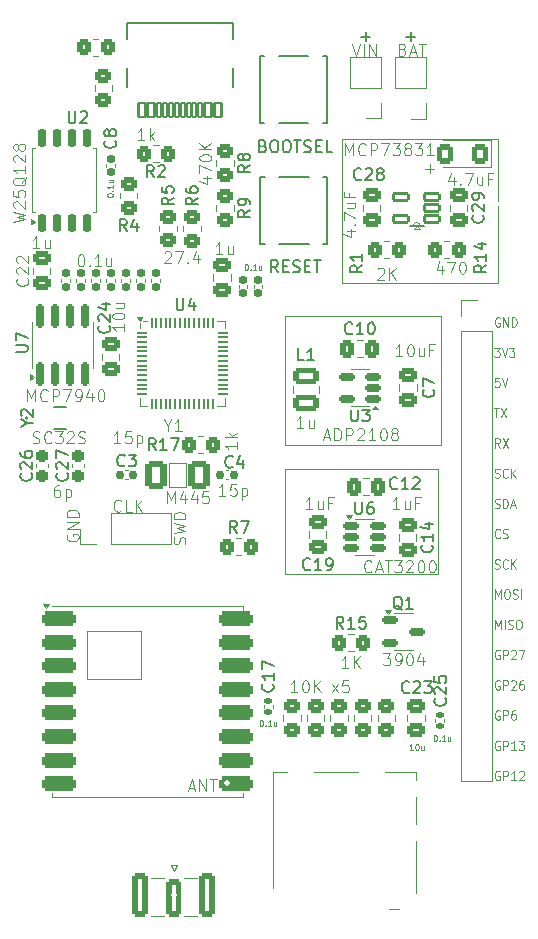
<source format=gto>
G04 #@! TF.GenerationSoftware,KiCad,Pcbnew,8.0.3*
G04 #@! TF.CreationDate,2024-06-17T15:15:03-04:00*
G04 #@! TF.ProjectId,node_v3_2,6e6f6465-5f76-4335-9f32-2e6b69636164,rev?*
G04 #@! TF.SameCoordinates,Original*
G04 #@! TF.FileFunction,Legend,Top*
G04 #@! TF.FilePolarity,Positive*
%FSLAX46Y46*%
G04 Gerber Fmt 4.6, Leading zero omitted, Abs format (unit mm)*
G04 Created by KiCad (PCBNEW 8.0.3) date 2024-06-17 15:15:03*
%MOMM*%
%LPD*%
G01*
G04 APERTURE LIST*
G04 Aperture macros list*
%AMRoundRect*
0 Rectangle with rounded corners*
0 $1 Rounding radius*
0 $2 $3 $4 $5 $6 $7 $8 $9 X,Y pos of 4 corners*
0 Add a 4 corners polygon primitive as box body*
4,1,4,$2,$3,$4,$5,$6,$7,$8,$9,$2,$3,0*
0 Add four circle primitives for the rounded corners*
1,1,$1+$1,$2,$3*
1,1,$1+$1,$4,$5*
1,1,$1+$1,$6,$7*
1,1,$1+$1,$8,$9*
0 Add four rect primitives between the rounded corners*
20,1,$1+$1,$2,$3,$4,$5,0*
20,1,$1+$1,$4,$5,$6,$7,0*
20,1,$1+$1,$6,$7,$8,$9,0*
20,1,$1+$1,$8,$9,$2,$3,0*%
G04 Aperture macros list end*
%ADD10C,0.100000*%
%ADD11C,0.200000*%
%ADD12C,0.150000*%
%ADD13C,0.152400*%
%ADD14C,0.120000*%
%ADD15C,0.127000*%
%ADD16RoundRect,0.102000X0.635000X0.279400X-0.635000X0.279400X-0.635000X-0.279400X0.635000X-0.279400X0*%
%ADD17R,1.700000X1.700000*%
%ADD18O,1.700000X1.700000*%
%ADD19RoundRect,0.250000X0.350000X0.450000X-0.350000X0.450000X-0.350000X-0.450000X0.350000X-0.450000X0*%
%ADD20RoundRect,0.140000X-0.170000X0.140000X-0.170000X-0.140000X0.170000X-0.140000X0.170000X0.140000X0*%
%ADD21RoundRect,0.250000X-0.450000X0.350000X-0.450000X-0.350000X0.450000X-0.350000X0.450000X0.350000X0*%
%ADD22RoundRect,0.250000X0.475000X-0.337500X0.475000X0.337500X-0.475000X0.337500X-0.475000X-0.337500X0*%
%ADD23RoundRect,0.150000X0.512500X0.150000X-0.512500X0.150000X-0.512500X-0.150000X0.512500X-0.150000X0*%
%ADD24RoundRect,0.155000X0.155000X-0.212500X0.155000X0.212500X-0.155000X0.212500X-0.155000X-0.212500X0*%
%ADD25RoundRect,0.050000X-0.387500X-0.050000X0.387500X-0.050000X0.387500X0.050000X-0.387500X0.050000X0*%
%ADD26RoundRect,0.050000X-0.050000X-0.387500X0.050000X-0.387500X0.050000X0.387500X-0.050000X0.387500X0*%
%ADD27R,3.200000X3.200000*%
%ADD28RoundRect,0.250000X-0.475000X0.337500X-0.475000X-0.337500X0.475000X-0.337500X0.475000X0.337500X0*%
%ADD29RoundRect,0.150000X0.150000X-0.825000X0.150000X0.825000X-0.150000X0.825000X-0.150000X-0.825000X0*%
%ADD30C,4.400000*%
%ADD31RoundRect,0.150000X-0.512500X-0.150000X0.512500X-0.150000X0.512500X0.150000X-0.512500X0.150000X0*%
%ADD32RoundRect,0.250000X-0.385000X-1.350000X0.385000X-1.350000X0.385000X1.350000X-0.385000X1.350000X0*%
%ADD33RoundRect,0.250000X-0.425000X-1.600000X0.425000X-1.600000X0.425000X1.600000X-0.425000X1.600000X0*%
%ADD34R,0.558800X0.952500*%
%ADD35RoundRect,0.250000X-0.350000X-0.450000X0.350000X-0.450000X0.350000X0.450000X-0.350000X0.450000X0*%
%ADD36RoundRect,0.237500X-0.237500X0.300000X-0.237500X-0.300000X0.237500X-0.300000X0.237500X0.300000X0*%
%ADD37RoundRect,0.250001X0.462499X0.624999X-0.462499X0.624999X-0.462499X-0.624999X0.462499X-0.624999X0*%
%ADD38R,0.850000X1.100000*%
%ADD39R,0.750000X1.100000*%
%ADD40R,1.200000X1.000000*%
%ADD41R,1.550000X1.350000*%
%ADD42R,1.900000X1.350000*%
%ADD43R,1.170000X1.800000*%
%ADD44RoundRect,0.317500X-1.157500X-0.317500X1.157500X-0.317500X1.157500X0.317500X-1.157500X0.317500X0*%
%ADD45RoundRect,0.250000X0.337500X0.475000X-0.337500X0.475000X-0.337500X-0.475000X0.337500X-0.475000X0*%
%ADD46C,0.650000*%
%ADD47RoundRect,0.102000X0.300000X0.570000X-0.300000X0.570000X-0.300000X-0.570000X0.300000X-0.570000X0*%
%ADD48RoundRect,0.102000X0.150000X0.570000X-0.150000X0.570000X-0.150000X-0.570000X0.150000X-0.570000X0*%
%ADD49O,1.254000X2.304000*%
%ADD50O,1.104000X2.004000*%
%ADD51RoundRect,0.250001X0.849999X-0.462499X0.849999X0.462499X-0.849999X0.462499X-0.849999X-0.462499X0*%
%ADD52RoundRect,0.250000X0.450000X-0.350000X0.450000X0.350000X-0.450000X0.350000X-0.450000X-0.350000X0*%
%ADD53RoundRect,0.150000X0.150000X-0.650000X0.150000X0.650000X-0.150000X0.650000X-0.150000X-0.650000X0*%
%ADD54RoundRect,0.250000X-0.337500X-0.475000X0.337500X-0.475000X0.337500X0.475000X-0.337500X0.475000X0*%
%ADD55RoundRect,0.270000X-0.630000X-0.930000X0.630000X-0.930000X0.630000X0.930000X-0.630000X0.930000X0*%
%ADD56RoundRect,0.155000X0.212500X0.155000X-0.212500X0.155000X-0.212500X-0.155000X0.212500X-0.155000X0*%
%ADD57RoundRect,0.155000X-0.212500X-0.155000X0.212500X-0.155000X0.212500X0.155000X-0.212500X0.155000X0*%
%ADD58R,1.168400X1.600200*%
%ADD59C,2.504000*%
%ADD60C,0.304800*%
%ADD61C,0.406400*%
%ADD62C,0.250000*%
%ADD63C,0.508000*%
G04 APERTURE END LIST*
D10*
X156718000Y-60452000D02*
X169926000Y-60452000D01*
X169926000Y-72644000D01*
X156718000Y-72644000D01*
X156718000Y-60452000D01*
X163068000Y-67843400D02*
X163322000Y-68072000D01*
X151913500Y-75438000D02*
X165121500Y-75438000D01*
X165121500Y-86360000D01*
X151913500Y-86360000D01*
X151913500Y-75438000D01*
X135128000Y-102108000D02*
X139700000Y-102108000D01*
X139700000Y-106172000D01*
X135128000Y-106172000D01*
X135128000Y-102108000D01*
X163322000Y-68072000D02*
X162814000Y-68072000D01*
X162814000Y-68072000D02*
X163068000Y-67843400D01*
X151881000Y-88392000D02*
X164835000Y-88392000D01*
X164835000Y-97282000D01*
X151881000Y-97282000D01*
X151881000Y-88392000D01*
X128920419Y-67502853D02*
X129920419Y-67264758D01*
X129920419Y-67264758D02*
X129206133Y-67074282D01*
X129206133Y-67074282D02*
X129920419Y-66883806D01*
X129920419Y-66883806D02*
X128920419Y-66645711D01*
X129015657Y-66312377D02*
X128968038Y-66264758D01*
X128968038Y-66264758D02*
X128920419Y-66169520D01*
X128920419Y-66169520D02*
X128920419Y-65931425D01*
X128920419Y-65931425D02*
X128968038Y-65836187D01*
X128968038Y-65836187D02*
X129015657Y-65788568D01*
X129015657Y-65788568D02*
X129110895Y-65740949D01*
X129110895Y-65740949D02*
X129206133Y-65740949D01*
X129206133Y-65740949D02*
X129348990Y-65788568D01*
X129348990Y-65788568D02*
X129920419Y-66359996D01*
X129920419Y-66359996D02*
X129920419Y-65740949D01*
X128920419Y-64836187D02*
X128920419Y-65312377D01*
X128920419Y-65312377D02*
X129396609Y-65359996D01*
X129396609Y-65359996D02*
X129348990Y-65312377D01*
X129348990Y-65312377D02*
X129301371Y-65217139D01*
X129301371Y-65217139D02*
X129301371Y-64979044D01*
X129301371Y-64979044D02*
X129348990Y-64883806D01*
X129348990Y-64883806D02*
X129396609Y-64836187D01*
X129396609Y-64836187D02*
X129491847Y-64788568D01*
X129491847Y-64788568D02*
X129729942Y-64788568D01*
X129729942Y-64788568D02*
X129825180Y-64836187D01*
X129825180Y-64836187D02*
X129872800Y-64883806D01*
X129872800Y-64883806D02*
X129920419Y-64979044D01*
X129920419Y-64979044D02*
X129920419Y-65217139D01*
X129920419Y-65217139D02*
X129872800Y-65312377D01*
X129872800Y-65312377D02*
X129825180Y-65359996D01*
X130015657Y-63693330D02*
X129968038Y-63788568D01*
X129968038Y-63788568D02*
X129872800Y-63883806D01*
X129872800Y-63883806D02*
X129729942Y-64026663D01*
X129729942Y-64026663D02*
X129682323Y-64121901D01*
X129682323Y-64121901D02*
X129682323Y-64217139D01*
X129920419Y-64169520D02*
X129872800Y-64264758D01*
X129872800Y-64264758D02*
X129777561Y-64359996D01*
X129777561Y-64359996D02*
X129587085Y-64407615D01*
X129587085Y-64407615D02*
X129253752Y-64407615D01*
X129253752Y-64407615D02*
X129063276Y-64359996D01*
X129063276Y-64359996D02*
X128968038Y-64264758D01*
X128968038Y-64264758D02*
X128920419Y-64169520D01*
X128920419Y-64169520D02*
X128920419Y-63979044D01*
X128920419Y-63979044D02*
X128968038Y-63883806D01*
X128968038Y-63883806D02*
X129063276Y-63788568D01*
X129063276Y-63788568D02*
X129253752Y-63740949D01*
X129253752Y-63740949D02*
X129587085Y-63740949D01*
X129587085Y-63740949D02*
X129777561Y-63788568D01*
X129777561Y-63788568D02*
X129872800Y-63883806D01*
X129872800Y-63883806D02*
X129920419Y-63979044D01*
X129920419Y-63979044D02*
X129920419Y-64169520D01*
X129920419Y-62788568D02*
X129920419Y-63359996D01*
X129920419Y-63074282D02*
X128920419Y-63074282D01*
X128920419Y-63074282D02*
X129063276Y-63169520D01*
X129063276Y-63169520D02*
X129158514Y-63264758D01*
X129158514Y-63264758D02*
X129206133Y-63359996D01*
X129015657Y-62407615D02*
X128968038Y-62359996D01*
X128968038Y-62359996D02*
X128920419Y-62264758D01*
X128920419Y-62264758D02*
X128920419Y-62026663D01*
X128920419Y-62026663D02*
X128968038Y-61931425D01*
X128968038Y-61931425D02*
X129015657Y-61883806D01*
X129015657Y-61883806D02*
X129110895Y-61836187D01*
X129110895Y-61836187D02*
X129206133Y-61836187D01*
X129206133Y-61836187D02*
X129348990Y-61883806D01*
X129348990Y-61883806D02*
X129920419Y-62455234D01*
X129920419Y-62455234D02*
X129920419Y-61836187D01*
X129348990Y-61264758D02*
X129301371Y-61359996D01*
X129301371Y-61359996D02*
X129253752Y-61407615D01*
X129253752Y-61407615D02*
X129158514Y-61455234D01*
X129158514Y-61455234D02*
X129110895Y-61455234D01*
X129110895Y-61455234D02*
X129015657Y-61407615D01*
X129015657Y-61407615D02*
X128968038Y-61359996D01*
X128968038Y-61359996D02*
X128920419Y-61264758D01*
X128920419Y-61264758D02*
X128920419Y-61074282D01*
X128920419Y-61074282D02*
X128968038Y-60979044D01*
X128968038Y-60979044D02*
X129015657Y-60931425D01*
X129015657Y-60931425D02*
X129110895Y-60883806D01*
X129110895Y-60883806D02*
X129158514Y-60883806D01*
X129158514Y-60883806D02*
X129253752Y-60931425D01*
X129253752Y-60931425D02*
X129301371Y-60979044D01*
X129301371Y-60979044D02*
X129348990Y-61074282D01*
X129348990Y-61074282D02*
X129348990Y-61264758D01*
X129348990Y-61264758D02*
X129396609Y-61359996D01*
X129396609Y-61359996D02*
X129444228Y-61407615D01*
X129444228Y-61407615D02*
X129539466Y-61455234D01*
X129539466Y-61455234D02*
X129729942Y-61455234D01*
X129729942Y-61455234D02*
X129825180Y-61407615D01*
X129825180Y-61407615D02*
X129872800Y-61359996D01*
X129872800Y-61359996D02*
X129920419Y-61264758D01*
X129920419Y-61264758D02*
X129920419Y-61074282D01*
X129920419Y-61074282D02*
X129872800Y-60979044D01*
X129872800Y-60979044D02*
X129825180Y-60931425D01*
X129825180Y-60931425D02*
X129729942Y-60883806D01*
X129729942Y-60883806D02*
X129539466Y-60883806D01*
X129539466Y-60883806D02*
X129444228Y-60931425D01*
X129444228Y-60931425D02*
X129396609Y-60979044D01*
X129396609Y-60979044D02*
X129348990Y-61074282D01*
X141734265Y-70087657D02*
X141781884Y-70040038D01*
X141781884Y-70040038D02*
X141877122Y-69992419D01*
X141877122Y-69992419D02*
X142115217Y-69992419D01*
X142115217Y-69992419D02*
X142210455Y-70040038D01*
X142210455Y-70040038D02*
X142258074Y-70087657D01*
X142258074Y-70087657D02*
X142305693Y-70182895D01*
X142305693Y-70182895D02*
X142305693Y-70278133D01*
X142305693Y-70278133D02*
X142258074Y-70420990D01*
X142258074Y-70420990D02*
X141686646Y-70992419D01*
X141686646Y-70992419D02*
X142305693Y-70992419D01*
X142639027Y-69992419D02*
X143305693Y-69992419D01*
X143305693Y-69992419D02*
X142877122Y-70992419D01*
X143686646Y-70897180D02*
X143734265Y-70944800D01*
X143734265Y-70944800D02*
X143686646Y-70992419D01*
X143686646Y-70992419D02*
X143639027Y-70944800D01*
X143639027Y-70944800D02*
X143686646Y-70897180D01*
X143686646Y-70897180D02*
X143686646Y-70992419D01*
X144591407Y-70325752D02*
X144591407Y-70992419D01*
X144353312Y-69944800D02*
X144115217Y-70659085D01*
X144115217Y-70659085D02*
X144734264Y-70659085D01*
X161863693Y-78866419D02*
X161292265Y-78866419D01*
X161577979Y-78866419D02*
X161577979Y-77866419D01*
X161577979Y-77866419D02*
X161482741Y-78009276D01*
X161482741Y-78009276D02*
X161387503Y-78104514D01*
X161387503Y-78104514D02*
X161292265Y-78152133D01*
X162482741Y-77866419D02*
X162577979Y-77866419D01*
X162577979Y-77866419D02*
X162673217Y-77914038D01*
X162673217Y-77914038D02*
X162720836Y-77961657D01*
X162720836Y-77961657D02*
X162768455Y-78056895D01*
X162768455Y-78056895D02*
X162816074Y-78247371D01*
X162816074Y-78247371D02*
X162816074Y-78485466D01*
X162816074Y-78485466D02*
X162768455Y-78675942D01*
X162768455Y-78675942D02*
X162720836Y-78771180D01*
X162720836Y-78771180D02*
X162673217Y-78818800D01*
X162673217Y-78818800D02*
X162577979Y-78866419D01*
X162577979Y-78866419D02*
X162482741Y-78866419D01*
X162482741Y-78866419D02*
X162387503Y-78818800D01*
X162387503Y-78818800D02*
X162339884Y-78771180D01*
X162339884Y-78771180D02*
X162292265Y-78675942D01*
X162292265Y-78675942D02*
X162244646Y-78485466D01*
X162244646Y-78485466D02*
X162244646Y-78247371D01*
X162244646Y-78247371D02*
X162292265Y-78056895D01*
X162292265Y-78056895D02*
X162339884Y-77961657D01*
X162339884Y-77961657D02*
X162387503Y-77914038D01*
X162387503Y-77914038D02*
X162482741Y-77866419D01*
X163673217Y-78199752D02*
X163673217Y-78866419D01*
X163244646Y-78199752D02*
X163244646Y-78723561D01*
X163244646Y-78723561D02*
X163292265Y-78818800D01*
X163292265Y-78818800D02*
X163387503Y-78866419D01*
X163387503Y-78866419D02*
X163530360Y-78866419D01*
X163530360Y-78866419D02*
X163625598Y-78818800D01*
X163625598Y-78818800D02*
X163673217Y-78771180D01*
X164482741Y-78342609D02*
X164149408Y-78342609D01*
X164149408Y-78866419D02*
X164149408Y-77866419D01*
X164149408Y-77866419D02*
X164625598Y-77866419D01*
X134606360Y-70246419D02*
X134701598Y-70246419D01*
X134701598Y-70246419D02*
X134796836Y-70294038D01*
X134796836Y-70294038D02*
X134844455Y-70341657D01*
X134844455Y-70341657D02*
X134892074Y-70436895D01*
X134892074Y-70436895D02*
X134939693Y-70627371D01*
X134939693Y-70627371D02*
X134939693Y-70865466D01*
X134939693Y-70865466D02*
X134892074Y-71055942D01*
X134892074Y-71055942D02*
X134844455Y-71151180D01*
X134844455Y-71151180D02*
X134796836Y-71198800D01*
X134796836Y-71198800D02*
X134701598Y-71246419D01*
X134701598Y-71246419D02*
X134606360Y-71246419D01*
X134606360Y-71246419D02*
X134511122Y-71198800D01*
X134511122Y-71198800D02*
X134463503Y-71151180D01*
X134463503Y-71151180D02*
X134415884Y-71055942D01*
X134415884Y-71055942D02*
X134368265Y-70865466D01*
X134368265Y-70865466D02*
X134368265Y-70627371D01*
X134368265Y-70627371D02*
X134415884Y-70436895D01*
X134415884Y-70436895D02*
X134463503Y-70341657D01*
X134463503Y-70341657D02*
X134511122Y-70294038D01*
X134511122Y-70294038D02*
X134606360Y-70246419D01*
X135368265Y-71151180D02*
X135415884Y-71198800D01*
X135415884Y-71198800D02*
X135368265Y-71246419D01*
X135368265Y-71246419D02*
X135320646Y-71198800D01*
X135320646Y-71198800D02*
X135368265Y-71151180D01*
X135368265Y-71151180D02*
X135368265Y-71246419D01*
X136368264Y-71246419D02*
X135796836Y-71246419D01*
X136082550Y-71246419D02*
X136082550Y-70246419D01*
X136082550Y-70246419D02*
X135987312Y-70389276D01*
X135987312Y-70389276D02*
X135892074Y-70484514D01*
X135892074Y-70484514D02*
X135796836Y-70532133D01*
X137225407Y-70579752D02*
X137225407Y-71246419D01*
X136796836Y-70579752D02*
X136796836Y-71103561D01*
X136796836Y-71103561D02*
X136844455Y-71198800D01*
X136844455Y-71198800D02*
X136939693Y-71246419D01*
X136939693Y-71246419D02*
X137082550Y-71246419D01*
X137082550Y-71246419D02*
X137177788Y-71198800D01*
X137177788Y-71198800D02*
X137225407Y-71151180D01*
X146877693Y-90677419D02*
X146306265Y-90677419D01*
X146591979Y-90677419D02*
X146591979Y-89677419D01*
X146591979Y-89677419D02*
X146496741Y-89820276D01*
X146496741Y-89820276D02*
X146401503Y-89915514D01*
X146401503Y-89915514D02*
X146306265Y-89963133D01*
X147782455Y-89677419D02*
X147306265Y-89677419D01*
X147306265Y-89677419D02*
X147258646Y-90153609D01*
X147258646Y-90153609D02*
X147306265Y-90105990D01*
X147306265Y-90105990D02*
X147401503Y-90058371D01*
X147401503Y-90058371D02*
X147639598Y-90058371D01*
X147639598Y-90058371D02*
X147734836Y-90105990D01*
X147734836Y-90105990D02*
X147782455Y-90153609D01*
X147782455Y-90153609D02*
X147830074Y-90248847D01*
X147830074Y-90248847D02*
X147830074Y-90486942D01*
X147830074Y-90486942D02*
X147782455Y-90582180D01*
X147782455Y-90582180D02*
X147734836Y-90629800D01*
X147734836Y-90629800D02*
X147639598Y-90677419D01*
X147639598Y-90677419D02*
X147401503Y-90677419D01*
X147401503Y-90677419D02*
X147306265Y-90629800D01*
X147306265Y-90629800D02*
X147258646Y-90582180D01*
X148258646Y-90010752D02*
X148258646Y-91010752D01*
X148258646Y-90058371D02*
X148353884Y-90010752D01*
X148353884Y-90010752D02*
X148544360Y-90010752D01*
X148544360Y-90010752D02*
X148639598Y-90058371D01*
X148639598Y-90058371D02*
X148687217Y-90105990D01*
X148687217Y-90105990D02*
X148734836Y-90201228D01*
X148734836Y-90201228D02*
X148734836Y-90486942D01*
X148734836Y-90486942D02*
X148687217Y-90582180D01*
X148687217Y-90582180D02*
X148639598Y-90629800D01*
X148639598Y-90629800D02*
X148544360Y-90677419D01*
X148544360Y-90677419D02*
X148353884Y-90677419D01*
X148353884Y-90677419D02*
X148258646Y-90629800D01*
X170077122Y-75611214D02*
X170010455Y-75573357D01*
X170010455Y-75573357D02*
X169910455Y-75573357D01*
X169910455Y-75573357D02*
X169810455Y-75611214D01*
X169810455Y-75611214D02*
X169743789Y-75686928D01*
X169743789Y-75686928D02*
X169710455Y-75762642D01*
X169710455Y-75762642D02*
X169677122Y-75914071D01*
X169677122Y-75914071D02*
X169677122Y-76027642D01*
X169677122Y-76027642D02*
X169710455Y-76179071D01*
X169710455Y-76179071D02*
X169743789Y-76254785D01*
X169743789Y-76254785D02*
X169810455Y-76330500D01*
X169810455Y-76330500D02*
X169910455Y-76368357D01*
X169910455Y-76368357D02*
X169977122Y-76368357D01*
X169977122Y-76368357D02*
X170077122Y-76330500D01*
X170077122Y-76330500D02*
X170110455Y-76292642D01*
X170110455Y-76292642D02*
X170110455Y-76027642D01*
X170110455Y-76027642D02*
X169977122Y-76027642D01*
X170410455Y-76368357D02*
X170410455Y-75573357D01*
X170410455Y-75573357D02*
X170810455Y-76368357D01*
X170810455Y-76368357D02*
X170810455Y-75573357D01*
X171143788Y-76368357D02*
X171143788Y-75573357D01*
X171143788Y-75573357D02*
X171310455Y-75573357D01*
X171310455Y-75573357D02*
X171410455Y-75611214D01*
X171410455Y-75611214D02*
X171477122Y-75686928D01*
X171477122Y-75686928D02*
X171510455Y-75762642D01*
X171510455Y-75762642D02*
X171543788Y-75914071D01*
X171543788Y-75914071D02*
X171543788Y-76027642D01*
X171543788Y-76027642D02*
X171510455Y-76179071D01*
X171510455Y-76179071D02*
X171477122Y-76254785D01*
X171477122Y-76254785D02*
X171410455Y-76330500D01*
X171410455Y-76330500D02*
X171310455Y-76368357D01*
X171310455Y-76368357D02*
X171143788Y-76368357D01*
X169643789Y-78133167D02*
X170077122Y-78133167D01*
X170077122Y-78133167D02*
X169843789Y-78436024D01*
X169843789Y-78436024D02*
X169943789Y-78436024D01*
X169943789Y-78436024D02*
X170010455Y-78473881D01*
X170010455Y-78473881D02*
X170043789Y-78511738D01*
X170043789Y-78511738D02*
X170077122Y-78587452D01*
X170077122Y-78587452D02*
X170077122Y-78776738D01*
X170077122Y-78776738D02*
X170043789Y-78852452D01*
X170043789Y-78852452D02*
X170010455Y-78890310D01*
X170010455Y-78890310D02*
X169943789Y-78928167D01*
X169943789Y-78928167D02*
X169743789Y-78928167D01*
X169743789Y-78928167D02*
X169677122Y-78890310D01*
X169677122Y-78890310D02*
X169643789Y-78852452D01*
X170277122Y-78133167D02*
X170510456Y-78928167D01*
X170510456Y-78928167D02*
X170743789Y-78133167D01*
X170910456Y-78133167D02*
X171343789Y-78133167D01*
X171343789Y-78133167D02*
X171110456Y-78436024D01*
X171110456Y-78436024D02*
X171210456Y-78436024D01*
X171210456Y-78436024D02*
X171277122Y-78473881D01*
X171277122Y-78473881D02*
X171310456Y-78511738D01*
X171310456Y-78511738D02*
X171343789Y-78587452D01*
X171343789Y-78587452D02*
X171343789Y-78776738D01*
X171343789Y-78776738D02*
X171310456Y-78852452D01*
X171310456Y-78852452D02*
X171277122Y-78890310D01*
X171277122Y-78890310D02*
X171210456Y-78928167D01*
X171210456Y-78928167D02*
X171010456Y-78928167D01*
X171010456Y-78928167D02*
X170943789Y-78890310D01*
X170943789Y-78890310D02*
X170910456Y-78852452D01*
X170043789Y-80692977D02*
X169710455Y-80692977D01*
X169710455Y-80692977D02*
X169677122Y-81071548D01*
X169677122Y-81071548D02*
X169710455Y-81033691D01*
X169710455Y-81033691D02*
X169777122Y-80995834D01*
X169777122Y-80995834D02*
X169943789Y-80995834D01*
X169943789Y-80995834D02*
X170010455Y-81033691D01*
X170010455Y-81033691D02*
X170043789Y-81071548D01*
X170043789Y-81071548D02*
X170077122Y-81147262D01*
X170077122Y-81147262D02*
X170077122Y-81336548D01*
X170077122Y-81336548D02*
X170043789Y-81412262D01*
X170043789Y-81412262D02*
X170010455Y-81450120D01*
X170010455Y-81450120D02*
X169943789Y-81487977D01*
X169943789Y-81487977D02*
X169777122Y-81487977D01*
X169777122Y-81487977D02*
X169710455Y-81450120D01*
X169710455Y-81450120D02*
X169677122Y-81412262D01*
X170277122Y-80692977D02*
X170510456Y-81487977D01*
X170510456Y-81487977D02*
X170743789Y-80692977D01*
X169610455Y-83252787D02*
X170010455Y-83252787D01*
X169810455Y-84047787D02*
X169810455Y-83252787D01*
X170177122Y-83252787D02*
X170643788Y-84047787D01*
X170643788Y-83252787D02*
X170177122Y-84047787D01*
X170110455Y-86607597D02*
X169877122Y-86229025D01*
X169710455Y-86607597D02*
X169710455Y-85812597D01*
X169710455Y-85812597D02*
X169977122Y-85812597D01*
X169977122Y-85812597D02*
X170043789Y-85850454D01*
X170043789Y-85850454D02*
X170077122Y-85888311D01*
X170077122Y-85888311D02*
X170110455Y-85964025D01*
X170110455Y-85964025D02*
X170110455Y-86077597D01*
X170110455Y-86077597D02*
X170077122Y-86153311D01*
X170077122Y-86153311D02*
X170043789Y-86191168D01*
X170043789Y-86191168D02*
X169977122Y-86229025D01*
X169977122Y-86229025D02*
X169710455Y-86229025D01*
X170343789Y-85812597D02*
X170810455Y-86607597D01*
X170810455Y-85812597D02*
X170343789Y-86607597D01*
X169677122Y-89129550D02*
X169777122Y-89167407D01*
X169777122Y-89167407D02*
X169943789Y-89167407D01*
X169943789Y-89167407D02*
X170010455Y-89129550D01*
X170010455Y-89129550D02*
X170043789Y-89091692D01*
X170043789Y-89091692D02*
X170077122Y-89015978D01*
X170077122Y-89015978D02*
X170077122Y-88940264D01*
X170077122Y-88940264D02*
X170043789Y-88864550D01*
X170043789Y-88864550D02*
X170010455Y-88826692D01*
X170010455Y-88826692D02*
X169943789Y-88788835D01*
X169943789Y-88788835D02*
X169810455Y-88750978D01*
X169810455Y-88750978D02*
X169743789Y-88713121D01*
X169743789Y-88713121D02*
X169710455Y-88675264D01*
X169710455Y-88675264D02*
X169677122Y-88599550D01*
X169677122Y-88599550D02*
X169677122Y-88523835D01*
X169677122Y-88523835D02*
X169710455Y-88448121D01*
X169710455Y-88448121D02*
X169743789Y-88410264D01*
X169743789Y-88410264D02*
X169810455Y-88372407D01*
X169810455Y-88372407D02*
X169977122Y-88372407D01*
X169977122Y-88372407D02*
X170077122Y-88410264D01*
X170777122Y-89091692D02*
X170743789Y-89129550D01*
X170743789Y-89129550D02*
X170643789Y-89167407D01*
X170643789Y-89167407D02*
X170577122Y-89167407D01*
X170577122Y-89167407D02*
X170477122Y-89129550D01*
X170477122Y-89129550D02*
X170410456Y-89053835D01*
X170410456Y-89053835D02*
X170377122Y-88978121D01*
X170377122Y-88978121D02*
X170343789Y-88826692D01*
X170343789Y-88826692D02*
X170343789Y-88713121D01*
X170343789Y-88713121D02*
X170377122Y-88561692D01*
X170377122Y-88561692D02*
X170410456Y-88485978D01*
X170410456Y-88485978D02*
X170477122Y-88410264D01*
X170477122Y-88410264D02*
X170577122Y-88372407D01*
X170577122Y-88372407D02*
X170643789Y-88372407D01*
X170643789Y-88372407D02*
X170743789Y-88410264D01*
X170743789Y-88410264D02*
X170777122Y-88448121D01*
X171077122Y-89167407D02*
X171077122Y-88372407D01*
X171477122Y-89167407D02*
X171177122Y-88713121D01*
X171477122Y-88372407D02*
X171077122Y-88826692D01*
X169677122Y-91689360D02*
X169777122Y-91727217D01*
X169777122Y-91727217D02*
X169943789Y-91727217D01*
X169943789Y-91727217D02*
X170010455Y-91689360D01*
X170010455Y-91689360D02*
X170043789Y-91651502D01*
X170043789Y-91651502D02*
X170077122Y-91575788D01*
X170077122Y-91575788D02*
X170077122Y-91500074D01*
X170077122Y-91500074D02*
X170043789Y-91424360D01*
X170043789Y-91424360D02*
X170010455Y-91386502D01*
X170010455Y-91386502D02*
X169943789Y-91348645D01*
X169943789Y-91348645D02*
X169810455Y-91310788D01*
X169810455Y-91310788D02*
X169743789Y-91272931D01*
X169743789Y-91272931D02*
X169710455Y-91235074D01*
X169710455Y-91235074D02*
X169677122Y-91159360D01*
X169677122Y-91159360D02*
X169677122Y-91083645D01*
X169677122Y-91083645D02*
X169710455Y-91007931D01*
X169710455Y-91007931D02*
X169743789Y-90970074D01*
X169743789Y-90970074D02*
X169810455Y-90932217D01*
X169810455Y-90932217D02*
X169977122Y-90932217D01*
X169977122Y-90932217D02*
X170077122Y-90970074D01*
X170377122Y-91727217D02*
X170377122Y-90932217D01*
X170377122Y-90932217D02*
X170543789Y-90932217D01*
X170543789Y-90932217D02*
X170643789Y-90970074D01*
X170643789Y-90970074D02*
X170710456Y-91045788D01*
X170710456Y-91045788D02*
X170743789Y-91121502D01*
X170743789Y-91121502D02*
X170777122Y-91272931D01*
X170777122Y-91272931D02*
X170777122Y-91386502D01*
X170777122Y-91386502D02*
X170743789Y-91537931D01*
X170743789Y-91537931D02*
X170710456Y-91613645D01*
X170710456Y-91613645D02*
X170643789Y-91689360D01*
X170643789Y-91689360D02*
X170543789Y-91727217D01*
X170543789Y-91727217D02*
X170377122Y-91727217D01*
X171043789Y-91500074D02*
X171377122Y-91500074D01*
X170977122Y-91727217D02*
X171210456Y-90932217D01*
X171210456Y-90932217D02*
X171443789Y-91727217D01*
X170110455Y-94211312D02*
X170077122Y-94249170D01*
X170077122Y-94249170D02*
X169977122Y-94287027D01*
X169977122Y-94287027D02*
X169910455Y-94287027D01*
X169910455Y-94287027D02*
X169810455Y-94249170D01*
X169810455Y-94249170D02*
X169743789Y-94173455D01*
X169743789Y-94173455D02*
X169710455Y-94097741D01*
X169710455Y-94097741D02*
X169677122Y-93946312D01*
X169677122Y-93946312D02*
X169677122Y-93832741D01*
X169677122Y-93832741D02*
X169710455Y-93681312D01*
X169710455Y-93681312D02*
X169743789Y-93605598D01*
X169743789Y-93605598D02*
X169810455Y-93529884D01*
X169810455Y-93529884D02*
X169910455Y-93492027D01*
X169910455Y-93492027D02*
X169977122Y-93492027D01*
X169977122Y-93492027D02*
X170077122Y-93529884D01*
X170077122Y-93529884D02*
X170110455Y-93567741D01*
X170377122Y-94249170D02*
X170477122Y-94287027D01*
X170477122Y-94287027D02*
X170643789Y-94287027D01*
X170643789Y-94287027D02*
X170710455Y-94249170D01*
X170710455Y-94249170D02*
X170743789Y-94211312D01*
X170743789Y-94211312D02*
X170777122Y-94135598D01*
X170777122Y-94135598D02*
X170777122Y-94059884D01*
X170777122Y-94059884D02*
X170743789Y-93984170D01*
X170743789Y-93984170D02*
X170710455Y-93946312D01*
X170710455Y-93946312D02*
X170643789Y-93908455D01*
X170643789Y-93908455D02*
X170510455Y-93870598D01*
X170510455Y-93870598D02*
X170443789Y-93832741D01*
X170443789Y-93832741D02*
X170410455Y-93794884D01*
X170410455Y-93794884D02*
X170377122Y-93719170D01*
X170377122Y-93719170D02*
X170377122Y-93643455D01*
X170377122Y-93643455D02*
X170410455Y-93567741D01*
X170410455Y-93567741D02*
X170443789Y-93529884D01*
X170443789Y-93529884D02*
X170510455Y-93492027D01*
X170510455Y-93492027D02*
X170677122Y-93492027D01*
X170677122Y-93492027D02*
X170777122Y-93529884D01*
X169677122Y-96808980D02*
X169777122Y-96846837D01*
X169777122Y-96846837D02*
X169943789Y-96846837D01*
X169943789Y-96846837D02*
X170010455Y-96808980D01*
X170010455Y-96808980D02*
X170043789Y-96771122D01*
X170043789Y-96771122D02*
X170077122Y-96695408D01*
X170077122Y-96695408D02*
X170077122Y-96619694D01*
X170077122Y-96619694D02*
X170043789Y-96543980D01*
X170043789Y-96543980D02*
X170010455Y-96506122D01*
X170010455Y-96506122D02*
X169943789Y-96468265D01*
X169943789Y-96468265D02*
X169810455Y-96430408D01*
X169810455Y-96430408D02*
X169743789Y-96392551D01*
X169743789Y-96392551D02*
X169710455Y-96354694D01*
X169710455Y-96354694D02*
X169677122Y-96278980D01*
X169677122Y-96278980D02*
X169677122Y-96203265D01*
X169677122Y-96203265D02*
X169710455Y-96127551D01*
X169710455Y-96127551D02*
X169743789Y-96089694D01*
X169743789Y-96089694D02*
X169810455Y-96051837D01*
X169810455Y-96051837D02*
X169977122Y-96051837D01*
X169977122Y-96051837D02*
X170077122Y-96089694D01*
X170777122Y-96771122D02*
X170743789Y-96808980D01*
X170743789Y-96808980D02*
X170643789Y-96846837D01*
X170643789Y-96846837D02*
X170577122Y-96846837D01*
X170577122Y-96846837D02*
X170477122Y-96808980D01*
X170477122Y-96808980D02*
X170410456Y-96733265D01*
X170410456Y-96733265D02*
X170377122Y-96657551D01*
X170377122Y-96657551D02*
X170343789Y-96506122D01*
X170343789Y-96506122D02*
X170343789Y-96392551D01*
X170343789Y-96392551D02*
X170377122Y-96241122D01*
X170377122Y-96241122D02*
X170410456Y-96165408D01*
X170410456Y-96165408D02*
X170477122Y-96089694D01*
X170477122Y-96089694D02*
X170577122Y-96051837D01*
X170577122Y-96051837D02*
X170643789Y-96051837D01*
X170643789Y-96051837D02*
X170743789Y-96089694D01*
X170743789Y-96089694D02*
X170777122Y-96127551D01*
X171077122Y-96846837D02*
X171077122Y-96051837D01*
X171477122Y-96846837D02*
X171177122Y-96392551D01*
X171477122Y-96051837D02*
X171077122Y-96506122D01*
X169710455Y-99406647D02*
X169710455Y-98611647D01*
X169710455Y-98611647D02*
X169943789Y-99179504D01*
X169943789Y-99179504D02*
X170177122Y-98611647D01*
X170177122Y-98611647D02*
X170177122Y-99406647D01*
X170643789Y-98611647D02*
X170777122Y-98611647D01*
X170777122Y-98611647D02*
X170843789Y-98649504D01*
X170843789Y-98649504D02*
X170910455Y-98725218D01*
X170910455Y-98725218D02*
X170943789Y-98876647D01*
X170943789Y-98876647D02*
X170943789Y-99141647D01*
X170943789Y-99141647D02*
X170910455Y-99293075D01*
X170910455Y-99293075D02*
X170843789Y-99368790D01*
X170843789Y-99368790D02*
X170777122Y-99406647D01*
X170777122Y-99406647D02*
X170643789Y-99406647D01*
X170643789Y-99406647D02*
X170577122Y-99368790D01*
X170577122Y-99368790D02*
X170510455Y-99293075D01*
X170510455Y-99293075D02*
X170477122Y-99141647D01*
X170477122Y-99141647D02*
X170477122Y-98876647D01*
X170477122Y-98876647D02*
X170510455Y-98725218D01*
X170510455Y-98725218D02*
X170577122Y-98649504D01*
X170577122Y-98649504D02*
X170643789Y-98611647D01*
X171210455Y-99368790D02*
X171310455Y-99406647D01*
X171310455Y-99406647D02*
X171477122Y-99406647D01*
X171477122Y-99406647D02*
X171543788Y-99368790D01*
X171543788Y-99368790D02*
X171577122Y-99330932D01*
X171577122Y-99330932D02*
X171610455Y-99255218D01*
X171610455Y-99255218D02*
X171610455Y-99179504D01*
X171610455Y-99179504D02*
X171577122Y-99103790D01*
X171577122Y-99103790D02*
X171543788Y-99065932D01*
X171543788Y-99065932D02*
X171477122Y-99028075D01*
X171477122Y-99028075D02*
X171343788Y-98990218D01*
X171343788Y-98990218D02*
X171277122Y-98952361D01*
X171277122Y-98952361D02*
X171243788Y-98914504D01*
X171243788Y-98914504D02*
X171210455Y-98838790D01*
X171210455Y-98838790D02*
X171210455Y-98763075D01*
X171210455Y-98763075D02*
X171243788Y-98687361D01*
X171243788Y-98687361D02*
X171277122Y-98649504D01*
X171277122Y-98649504D02*
X171343788Y-98611647D01*
X171343788Y-98611647D02*
X171510455Y-98611647D01*
X171510455Y-98611647D02*
X171610455Y-98649504D01*
X171910455Y-99406647D02*
X171910455Y-98611647D01*
X169710455Y-101966457D02*
X169710455Y-101171457D01*
X169710455Y-101171457D02*
X169943789Y-101739314D01*
X169943789Y-101739314D02*
X170177122Y-101171457D01*
X170177122Y-101171457D02*
X170177122Y-101966457D01*
X170510455Y-101966457D02*
X170510455Y-101171457D01*
X170810455Y-101928600D02*
X170910455Y-101966457D01*
X170910455Y-101966457D02*
X171077122Y-101966457D01*
X171077122Y-101966457D02*
X171143788Y-101928600D01*
X171143788Y-101928600D02*
X171177122Y-101890742D01*
X171177122Y-101890742D02*
X171210455Y-101815028D01*
X171210455Y-101815028D02*
X171210455Y-101739314D01*
X171210455Y-101739314D02*
X171177122Y-101663600D01*
X171177122Y-101663600D02*
X171143788Y-101625742D01*
X171143788Y-101625742D02*
X171077122Y-101587885D01*
X171077122Y-101587885D02*
X170943788Y-101550028D01*
X170943788Y-101550028D02*
X170877122Y-101512171D01*
X170877122Y-101512171D02*
X170843788Y-101474314D01*
X170843788Y-101474314D02*
X170810455Y-101398600D01*
X170810455Y-101398600D02*
X170810455Y-101322885D01*
X170810455Y-101322885D02*
X170843788Y-101247171D01*
X170843788Y-101247171D02*
X170877122Y-101209314D01*
X170877122Y-101209314D02*
X170943788Y-101171457D01*
X170943788Y-101171457D02*
X171110455Y-101171457D01*
X171110455Y-101171457D02*
X171210455Y-101209314D01*
X171643789Y-101171457D02*
X171777122Y-101171457D01*
X171777122Y-101171457D02*
X171843789Y-101209314D01*
X171843789Y-101209314D02*
X171910455Y-101285028D01*
X171910455Y-101285028D02*
X171943789Y-101436457D01*
X171943789Y-101436457D02*
X171943789Y-101701457D01*
X171943789Y-101701457D02*
X171910455Y-101852885D01*
X171910455Y-101852885D02*
X171843789Y-101928600D01*
X171843789Y-101928600D02*
X171777122Y-101966457D01*
X171777122Y-101966457D02*
X171643789Y-101966457D01*
X171643789Y-101966457D02*
X171577122Y-101928600D01*
X171577122Y-101928600D02*
X171510455Y-101852885D01*
X171510455Y-101852885D02*
X171477122Y-101701457D01*
X171477122Y-101701457D02*
X171477122Y-101436457D01*
X171477122Y-101436457D02*
X171510455Y-101285028D01*
X171510455Y-101285028D02*
X171577122Y-101209314D01*
X171577122Y-101209314D02*
X171643789Y-101171457D01*
X170077122Y-103769124D02*
X170010455Y-103731267D01*
X170010455Y-103731267D02*
X169910455Y-103731267D01*
X169910455Y-103731267D02*
X169810455Y-103769124D01*
X169810455Y-103769124D02*
X169743789Y-103844838D01*
X169743789Y-103844838D02*
X169710455Y-103920552D01*
X169710455Y-103920552D02*
X169677122Y-104071981D01*
X169677122Y-104071981D02*
X169677122Y-104185552D01*
X169677122Y-104185552D02*
X169710455Y-104336981D01*
X169710455Y-104336981D02*
X169743789Y-104412695D01*
X169743789Y-104412695D02*
X169810455Y-104488410D01*
X169810455Y-104488410D02*
X169910455Y-104526267D01*
X169910455Y-104526267D02*
X169977122Y-104526267D01*
X169977122Y-104526267D02*
X170077122Y-104488410D01*
X170077122Y-104488410D02*
X170110455Y-104450552D01*
X170110455Y-104450552D02*
X170110455Y-104185552D01*
X170110455Y-104185552D02*
X169977122Y-104185552D01*
X170410455Y-104526267D02*
X170410455Y-103731267D01*
X170410455Y-103731267D02*
X170677122Y-103731267D01*
X170677122Y-103731267D02*
X170743789Y-103769124D01*
X170743789Y-103769124D02*
X170777122Y-103806981D01*
X170777122Y-103806981D02*
X170810455Y-103882695D01*
X170810455Y-103882695D02*
X170810455Y-103996267D01*
X170810455Y-103996267D02*
X170777122Y-104071981D01*
X170777122Y-104071981D02*
X170743789Y-104109838D01*
X170743789Y-104109838D02*
X170677122Y-104147695D01*
X170677122Y-104147695D02*
X170410455Y-104147695D01*
X171077122Y-103806981D02*
X171110455Y-103769124D01*
X171110455Y-103769124D02*
X171177122Y-103731267D01*
X171177122Y-103731267D02*
X171343789Y-103731267D01*
X171343789Y-103731267D02*
X171410455Y-103769124D01*
X171410455Y-103769124D02*
X171443789Y-103806981D01*
X171443789Y-103806981D02*
X171477122Y-103882695D01*
X171477122Y-103882695D02*
X171477122Y-103958410D01*
X171477122Y-103958410D02*
X171443789Y-104071981D01*
X171443789Y-104071981D02*
X171043789Y-104526267D01*
X171043789Y-104526267D02*
X171477122Y-104526267D01*
X171710456Y-103731267D02*
X172177122Y-103731267D01*
X172177122Y-103731267D02*
X171877122Y-104526267D01*
X170077122Y-106328934D02*
X170010455Y-106291077D01*
X170010455Y-106291077D02*
X169910455Y-106291077D01*
X169910455Y-106291077D02*
X169810455Y-106328934D01*
X169810455Y-106328934D02*
X169743789Y-106404648D01*
X169743789Y-106404648D02*
X169710455Y-106480362D01*
X169710455Y-106480362D02*
X169677122Y-106631791D01*
X169677122Y-106631791D02*
X169677122Y-106745362D01*
X169677122Y-106745362D02*
X169710455Y-106896791D01*
X169710455Y-106896791D02*
X169743789Y-106972505D01*
X169743789Y-106972505D02*
X169810455Y-107048220D01*
X169810455Y-107048220D02*
X169910455Y-107086077D01*
X169910455Y-107086077D02*
X169977122Y-107086077D01*
X169977122Y-107086077D02*
X170077122Y-107048220D01*
X170077122Y-107048220D02*
X170110455Y-107010362D01*
X170110455Y-107010362D02*
X170110455Y-106745362D01*
X170110455Y-106745362D02*
X169977122Y-106745362D01*
X170410455Y-107086077D02*
X170410455Y-106291077D01*
X170410455Y-106291077D02*
X170677122Y-106291077D01*
X170677122Y-106291077D02*
X170743789Y-106328934D01*
X170743789Y-106328934D02*
X170777122Y-106366791D01*
X170777122Y-106366791D02*
X170810455Y-106442505D01*
X170810455Y-106442505D02*
X170810455Y-106556077D01*
X170810455Y-106556077D02*
X170777122Y-106631791D01*
X170777122Y-106631791D02*
X170743789Y-106669648D01*
X170743789Y-106669648D02*
X170677122Y-106707505D01*
X170677122Y-106707505D02*
X170410455Y-106707505D01*
X171077122Y-106366791D02*
X171110455Y-106328934D01*
X171110455Y-106328934D02*
X171177122Y-106291077D01*
X171177122Y-106291077D02*
X171343789Y-106291077D01*
X171343789Y-106291077D02*
X171410455Y-106328934D01*
X171410455Y-106328934D02*
X171443789Y-106366791D01*
X171443789Y-106366791D02*
X171477122Y-106442505D01*
X171477122Y-106442505D02*
X171477122Y-106518220D01*
X171477122Y-106518220D02*
X171443789Y-106631791D01*
X171443789Y-106631791D02*
X171043789Y-107086077D01*
X171043789Y-107086077D02*
X171477122Y-107086077D01*
X172077122Y-106291077D02*
X171943789Y-106291077D01*
X171943789Y-106291077D02*
X171877122Y-106328934D01*
X171877122Y-106328934D02*
X171843789Y-106366791D01*
X171843789Y-106366791D02*
X171777122Y-106480362D01*
X171777122Y-106480362D02*
X171743789Y-106631791D01*
X171743789Y-106631791D02*
X171743789Y-106934648D01*
X171743789Y-106934648D02*
X171777122Y-107010362D01*
X171777122Y-107010362D02*
X171810456Y-107048220D01*
X171810456Y-107048220D02*
X171877122Y-107086077D01*
X171877122Y-107086077D02*
X172010456Y-107086077D01*
X172010456Y-107086077D02*
X172077122Y-107048220D01*
X172077122Y-107048220D02*
X172110456Y-107010362D01*
X172110456Y-107010362D02*
X172143789Y-106934648D01*
X172143789Y-106934648D02*
X172143789Y-106745362D01*
X172143789Y-106745362D02*
X172110456Y-106669648D01*
X172110456Y-106669648D02*
X172077122Y-106631791D01*
X172077122Y-106631791D02*
X172010456Y-106593934D01*
X172010456Y-106593934D02*
X171877122Y-106593934D01*
X171877122Y-106593934D02*
X171810456Y-106631791D01*
X171810456Y-106631791D02*
X171777122Y-106669648D01*
X171777122Y-106669648D02*
X171743789Y-106745362D01*
X170077122Y-108888744D02*
X170010455Y-108850887D01*
X170010455Y-108850887D02*
X169910455Y-108850887D01*
X169910455Y-108850887D02*
X169810455Y-108888744D01*
X169810455Y-108888744D02*
X169743789Y-108964458D01*
X169743789Y-108964458D02*
X169710455Y-109040172D01*
X169710455Y-109040172D02*
X169677122Y-109191601D01*
X169677122Y-109191601D02*
X169677122Y-109305172D01*
X169677122Y-109305172D02*
X169710455Y-109456601D01*
X169710455Y-109456601D02*
X169743789Y-109532315D01*
X169743789Y-109532315D02*
X169810455Y-109608030D01*
X169810455Y-109608030D02*
X169910455Y-109645887D01*
X169910455Y-109645887D02*
X169977122Y-109645887D01*
X169977122Y-109645887D02*
X170077122Y-109608030D01*
X170077122Y-109608030D02*
X170110455Y-109570172D01*
X170110455Y-109570172D02*
X170110455Y-109305172D01*
X170110455Y-109305172D02*
X169977122Y-109305172D01*
X170410455Y-109645887D02*
X170410455Y-108850887D01*
X170410455Y-108850887D02*
X170677122Y-108850887D01*
X170677122Y-108850887D02*
X170743789Y-108888744D01*
X170743789Y-108888744D02*
X170777122Y-108926601D01*
X170777122Y-108926601D02*
X170810455Y-109002315D01*
X170810455Y-109002315D02*
X170810455Y-109115887D01*
X170810455Y-109115887D02*
X170777122Y-109191601D01*
X170777122Y-109191601D02*
X170743789Y-109229458D01*
X170743789Y-109229458D02*
X170677122Y-109267315D01*
X170677122Y-109267315D02*
X170410455Y-109267315D01*
X171410455Y-108850887D02*
X171277122Y-108850887D01*
X171277122Y-108850887D02*
X171210455Y-108888744D01*
X171210455Y-108888744D02*
X171177122Y-108926601D01*
X171177122Y-108926601D02*
X171110455Y-109040172D01*
X171110455Y-109040172D02*
X171077122Y-109191601D01*
X171077122Y-109191601D02*
X171077122Y-109494458D01*
X171077122Y-109494458D02*
X171110455Y-109570172D01*
X171110455Y-109570172D02*
X171143789Y-109608030D01*
X171143789Y-109608030D02*
X171210455Y-109645887D01*
X171210455Y-109645887D02*
X171343789Y-109645887D01*
X171343789Y-109645887D02*
X171410455Y-109608030D01*
X171410455Y-109608030D02*
X171443789Y-109570172D01*
X171443789Y-109570172D02*
X171477122Y-109494458D01*
X171477122Y-109494458D02*
X171477122Y-109305172D01*
X171477122Y-109305172D02*
X171443789Y-109229458D01*
X171443789Y-109229458D02*
X171410455Y-109191601D01*
X171410455Y-109191601D02*
X171343789Y-109153744D01*
X171343789Y-109153744D02*
X171210455Y-109153744D01*
X171210455Y-109153744D02*
X171143789Y-109191601D01*
X171143789Y-109191601D02*
X171110455Y-109229458D01*
X171110455Y-109229458D02*
X171077122Y-109305172D01*
X170077122Y-111448554D02*
X170010455Y-111410697D01*
X170010455Y-111410697D02*
X169910455Y-111410697D01*
X169910455Y-111410697D02*
X169810455Y-111448554D01*
X169810455Y-111448554D02*
X169743789Y-111524268D01*
X169743789Y-111524268D02*
X169710455Y-111599982D01*
X169710455Y-111599982D02*
X169677122Y-111751411D01*
X169677122Y-111751411D02*
X169677122Y-111864982D01*
X169677122Y-111864982D02*
X169710455Y-112016411D01*
X169710455Y-112016411D02*
X169743789Y-112092125D01*
X169743789Y-112092125D02*
X169810455Y-112167840D01*
X169810455Y-112167840D02*
X169910455Y-112205697D01*
X169910455Y-112205697D02*
X169977122Y-112205697D01*
X169977122Y-112205697D02*
X170077122Y-112167840D01*
X170077122Y-112167840D02*
X170110455Y-112129982D01*
X170110455Y-112129982D02*
X170110455Y-111864982D01*
X170110455Y-111864982D02*
X169977122Y-111864982D01*
X170410455Y-112205697D02*
X170410455Y-111410697D01*
X170410455Y-111410697D02*
X170677122Y-111410697D01*
X170677122Y-111410697D02*
X170743789Y-111448554D01*
X170743789Y-111448554D02*
X170777122Y-111486411D01*
X170777122Y-111486411D02*
X170810455Y-111562125D01*
X170810455Y-111562125D02*
X170810455Y-111675697D01*
X170810455Y-111675697D02*
X170777122Y-111751411D01*
X170777122Y-111751411D02*
X170743789Y-111789268D01*
X170743789Y-111789268D02*
X170677122Y-111827125D01*
X170677122Y-111827125D02*
X170410455Y-111827125D01*
X171477122Y-112205697D02*
X171077122Y-112205697D01*
X171277122Y-112205697D02*
X171277122Y-111410697D01*
X171277122Y-111410697D02*
X171210455Y-111524268D01*
X171210455Y-111524268D02*
X171143789Y-111599982D01*
X171143789Y-111599982D02*
X171077122Y-111637840D01*
X171710456Y-111410697D02*
X172143789Y-111410697D01*
X172143789Y-111410697D02*
X171910456Y-111713554D01*
X171910456Y-111713554D02*
X172010456Y-111713554D01*
X172010456Y-111713554D02*
X172077122Y-111751411D01*
X172077122Y-111751411D02*
X172110456Y-111789268D01*
X172110456Y-111789268D02*
X172143789Y-111864982D01*
X172143789Y-111864982D02*
X172143789Y-112054268D01*
X172143789Y-112054268D02*
X172110456Y-112129982D01*
X172110456Y-112129982D02*
X172077122Y-112167840D01*
X172077122Y-112167840D02*
X172010456Y-112205697D01*
X172010456Y-112205697D02*
X171810456Y-112205697D01*
X171810456Y-112205697D02*
X171743789Y-112167840D01*
X171743789Y-112167840D02*
X171710456Y-112129982D01*
X170077122Y-114008364D02*
X170010455Y-113970507D01*
X170010455Y-113970507D02*
X169910455Y-113970507D01*
X169910455Y-113970507D02*
X169810455Y-114008364D01*
X169810455Y-114008364D02*
X169743789Y-114084078D01*
X169743789Y-114084078D02*
X169710455Y-114159792D01*
X169710455Y-114159792D02*
X169677122Y-114311221D01*
X169677122Y-114311221D02*
X169677122Y-114424792D01*
X169677122Y-114424792D02*
X169710455Y-114576221D01*
X169710455Y-114576221D02*
X169743789Y-114651935D01*
X169743789Y-114651935D02*
X169810455Y-114727650D01*
X169810455Y-114727650D02*
X169910455Y-114765507D01*
X169910455Y-114765507D02*
X169977122Y-114765507D01*
X169977122Y-114765507D02*
X170077122Y-114727650D01*
X170077122Y-114727650D02*
X170110455Y-114689792D01*
X170110455Y-114689792D02*
X170110455Y-114424792D01*
X170110455Y-114424792D02*
X169977122Y-114424792D01*
X170410455Y-114765507D02*
X170410455Y-113970507D01*
X170410455Y-113970507D02*
X170677122Y-113970507D01*
X170677122Y-113970507D02*
X170743789Y-114008364D01*
X170743789Y-114008364D02*
X170777122Y-114046221D01*
X170777122Y-114046221D02*
X170810455Y-114121935D01*
X170810455Y-114121935D02*
X170810455Y-114235507D01*
X170810455Y-114235507D02*
X170777122Y-114311221D01*
X170777122Y-114311221D02*
X170743789Y-114349078D01*
X170743789Y-114349078D02*
X170677122Y-114386935D01*
X170677122Y-114386935D02*
X170410455Y-114386935D01*
X171477122Y-114765507D02*
X171077122Y-114765507D01*
X171277122Y-114765507D02*
X171277122Y-113970507D01*
X171277122Y-113970507D02*
X171210455Y-114084078D01*
X171210455Y-114084078D02*
X171143789Y-114159792D01*
X171143789Y-114159792D02*
X171077122Y-114197650D01*
X171743789Y-114046221D02*
X171777122Y-114008364D01*
X171777122Y-114008364D02*
X171843789Y-113970507D01*
X171843789Y-113970507D02*
X172010456Y-113970507D01*
X172010456Y-113970507D02*
X172077122Y-114008364D01*
X172077122Y-114008364D02*
X172110456Y-114046221D01*
X172110456Y-114046221D02*
X172143789Y-114121935D01*
X172143789Y-114121935D02*
X172143789Y-114197650D01*
X172143789Y-114197650D02*
X172110456Y-114311221D01*
X172110456Y-114311221D02*
X171710456Y-114765507D01*
X171710456Y-114765507D02*
X172143789Y-114765507D01*
X132812455Y-89804419D02*
X132621979Y-89804419D01*
X132621979Y-89804419D02*
X132526741Y-89852038D01*
X132526741Y-89852038D02*
X132479122Y-89899657D01*
X132479122Y-89899657D02*
X132383884Y-90042514D01*
X132383884Y-90042514D02*
X132336265Y-90232990D01*
X132336265Y-90232990D02*
X132336265Y-90613942D01*
X132336265Y-90613942D02*
X132383884Y-90709180D01*
X132383884Y-90709180D02*
X132431503Y-90756800D01*
X132431503Y-90756800D02*
X132526741Y-90804419D01*
X132526741Y-90804419D02*
X132717217Y-90804419D01*
X132717217Y-90804419D02*
X132812455Y-90756800D01*
X132812455Y-90756800D02*
X132860074Y-90709180D01*
X132860074Y-90709180D02*
X132907693Y-90613942D01*
X132907693Y-90613942D02*
X132907693Y-90375847D01*
X132907693Y-90375847D02*
X132860074Y-90280609D01*
X132860074Y-90280609D02*
X132812455Y-90232990D01*
X132812455Y-90232990D02*
X132717217Y-90185371D01*
X132717217Y-90185371D02*
X132526741Y-90185371D01*
X132526741Y-90185371D02*
X132431503Y-90232990D01*
X132431503Y-90232990D02*
X132383884Y-90280609D01*
X132383884Y-90280609D02*
X132336265Y-90375847D01*
X133336265Y-90137752D02*
X133336265Y-91137752D01*
X133336265Y-90185371D02*
X133431503Y-90137752D01*
X133431503Y-90137752D02*
X133621979Y-90137752D01*
X133621979Y-90137752D02*
X133717217Y-90185371D01*
X133717217Y-90185371D02*
X133764836Y-90232990D01*
X133764836Y-90232990D02*
X133812455Y-90328228D01*
X133812455Y-90328228D02*
X133812455Y-90613942D01*
X133812455Y-90613942D02*
X133764836Y-90709180D01*
X133764836Y-90709180D02*
X133717217Y-90756800D01*
X133717217Y-90756800D02*
X133621979Y-90804419D01*
X133621979Y-90804419D02*
X133431503Y-90804419D01*
X133431503Y-90804419D02*
X133336265Y-90756800D01*
D11*
X151309101Y-71749219D02*
X150975768Y-71273028D01*
X150737673Y-71749219D02*
X150737673Y-70749219D01*
X150737673Y-70749219D02*
X151118625Y-70749219D01*
X151118625Y-70749219D02*
X151213863Y-70796838D01*
X151213863Y-70796838D02*
X151261482Y-70844457D01*
X151261482Y-70844457D02*
X151309101Y-70939695D01*
X151309101Y-70939695D02*
X151309101Y-71082552D01*
X151309101Y-71082552D02*
X151261482Y-71177790D01*
X151261482Y-71177790D02*
X151213863Y-71225409D01*
X151213863Y-71225409D02*
X151118625Y-71273028D01*
X151118625Y-71273028D02*
X150737673Y-71273028D01*
X151737673Y-71225409D02*
X152071006Y-71225409D01*
X152213863Y-71749219D02*
X151737673Y-71749219D01*
X151737673Y-71749219D02*
X151737673Y-70749219D01*
X151737673Y-70749219D02*
X152213863Y-70749219D01*
X152594816Y-71701600D02*
X152737673Y-71749219D01*
X152737673Y-71749219D02*
X152975768Y-71749219D01*
X152975768Y-71749219D02*
X153071006Y-71701600D01*
X153071006Y-71701600D02*
X153118625Y-71653980D01*
X153118625Y-71653980D02*
X153166244Y-71558742D01*
X153166244Y-71558742D02*
X153166244Y-71463504D01*
X153166244Y-71463504D02*
X153118625Y-71368266D01*
X153118625Y-71368266D02*
X153071006Y-71320647D01*
X153071006Y-71320647D02*
X152975768Y-71273028D01*
X152975768Y-71273028D02*
X152785292Y-71225409D01*
X152785292Y-71225409D02*
X152690054Y-71177790D01*
X152690054Y-71177790D02*
X152642435Y-71130171D01*
X152642435Y-71130171D02*
X152594816Y-71034933D01*
X152594816Y-71034933D02*
X152594816Y-70939695D01*
X152594816Y-70939695D02*
X152642435Y-70844457D01*
X152642435Y-70844457D02*
X152690054Y-70796838D01*
X152690054Y-70796838D02*
X152785292Y-70749219D01*
X152785292Y-70749219D02*
X153023387Y-70749219D01*
X153023387Y-70749219D02*
X153166244Y-70796838D01*
X153594816Y-71225409D02*
X153928149Y-71225409D01*
X154071006Y-71749219D02*
X153594816Y-71749219D01*
X153594816Y-71749219D02*
X153594816Y-70749219D01*
X153594816Y-70749219D02*
X154071006Y-70749219D01*
X154356721Y-70749219D02*
X154928149Y-70749219D01*
X154642435Y-71749219D02*
X154642435Y-70749219D01*
D10*
X130079180Y-72276687D02*
X130126800Y-72324306D01*
X130126800Y-72324306D02*
X130174419Y-72467163D01*
X130174419Y-72467163D02*
X130174419Y-72562401D01*
X130174419Y-72562401D02*
X130126800Y-72705258D01*
X130126800Y-72705258D02*
X130031561Y-72800496D01*
X130031561Y-72800496D02*
X129936323Y-72848115D01*
X129936323Y-72848115D02*
X129745847Y-72895734D01*
X129745847Y-72895734D02*
X129602990Y-72895734D01*
X129602990Y-72895734D02*
X129412514Y-72848115D01*
X129412514Y-72848115D02*
X129317276Y-72800496D01*
X129317276Y-72800496D02*
X129222038Y-72705258D01*
X129222038Y-72705258D02*
X129174419Y-72562401D01*
X129174419Y-72562401D02*
X129174419Y-72467163D01*
X129174419Y-72467163D02*
X129222038Y-72324306D01*
X129222038Y-72324306D02*
X129269657Y-72276687D01*
X129269657Y-71895734D02*
X129222038Y-71848115D01*
X129222038Y-71848115D02*
X129174419Y-71752877D01*
X129174419Y-71752877D02*
X129174419Y-71514782D01*
X129174419Y-71514782D02*
X129222038Y-71419544D01*
X129222038Y-71419544D02*
X129269657Y-71371925D01*
X129269657Y-71371925D02*
X129364895Y-71324306D01*
X129364895Y-71324306D02*
X129460133Y-71324306D01*
X129460133Y-71324306D02*
X129602990Y-71371925D01*
X129602990Y-71371925D02*
X130174419Y-71943353D01*
X130174419Y-71943353D02*
X130174419Y-71324306D01*
X129269657Y-70943353D02*
X129222038Y-70895734D01*
X129222038Y-70895734D02*
X129174419Y-70800496D01*
X129174419Y-70800496D02*
X129174419Y-70562401D01*
X129174419Y-70562401D02*
X129222038Y-70467163D01*
X129222038Y-70467163D02*
X129269657Y-70419544D01*
X129269657Y-70419544D02*
X129364895Y-70371925D01*
X129364895Y-70371925D02*
X129460133Y-70371925D01*
X129460133Y-70371925D02*
X129602990Y-70419544D01*
X129602990Y-70419544D02*
X130174419Y-70990972D01*
X130174419Y-70990972D02*
X130174419Y-70371925D01*
X141908884Y-91312419D02*
X141908884Y-90312419D01*
X141908884Y-90312419D02*
X142242217Y-91026704D01*
X142242217Y-91026704D02*
X142575550Y-90312419D01*
X142575550Y-90312419D02*
X142575550Y-91312419D01*
X143480312Y-90645752D02*
X143480312Y-91312419D01*
X143242217Y-90264800D02*
X143004122Y-90979085D01*
X143004122Y-90979085D02*
X143623169Y-90979085D01*
X144432693Y-90645752D02*
X144432693Y-91312419D01*
X144194598Y-90264800D02*
X143956503Y-90979085D01*
X143956503Y-90979085D02*
X144575550Y-90979085D01*
X145432693Y-90312419D02*
X144956503Y-90312419D01*
X144956503Y-90312419D02*
X144908884Y-90788609D01*
X144908884Y-90788609D02*
X144956503Y-90740990D01*
X144956503Y-90740990D02*
X145051741Y-90693371D01*
X145051741Y-90693371D02*
X145289836Y-90693371D01*
X145289836Y-90693371D02*
X145385074Y-90740990D01*
X145385074Y-90740990D02*
X145432693Y-90788609D01*
X145432693Y-90788609D02*
X145480312Y-90883847D01*
X145480312Y-90883847D02*
X145480312Y-91121942D01*
X145480312Y-91121942D02*
X145432693Y-91217180D01*
X145432693Y-91217180D02*
X145385074Y-91264800D01*
X145385074Y-91264800D02*
X145289836Y-91312419D01*
X145289836Y-91312419D02*
X145051741Y-91312419D01*
X145051741Y-91312419D02*
X144956503Y-91264800D01*
X144956503Y-91264800D02*
X144908884Y-91217180D01*
X148616074Y-71061609D02*
X148663693Y-71061609D01*
X148663693Y-71061609D02*
X148711312Y-71085419D01*
X148711312Y-71085419D02*
X148735122Y-71109228D01*
X148735122Y-71109228D02*
X148758931Y-71156847D01*
X148758931Y-71156847D02*
X148782741Y-71252085D01*
X148782741Y-71252085D02*
X148782741Y-71371133D01*
X148782741Y-71371133D02*
X148758931Y-71466371D01*
X148758931Y-71466371D02*
X148735122Y-71513990D01*
X148735122Y-71513990D02*
X148711312Y-71537800D01*
X148711312Y-71537800D02*
X148663693Y-71561609D01*
X148663693Y-71561609D02*
X148616074Y-71561609D01*
X148616074Y-71561609D02*
X148568455Y-71537800D01*
X148568455Y-71537800D02*
X148544646Y-71513990D01*
X148544646Y-71513990D02*
X148520836Y-71466371D01*
X148520836Y-71466371D02*
X148497027Y-71371133D01*
X148497027Y-71371133D02*
X148497027Y-71252085D01*
X148497027Y-71252085D02*
X148520836Y-71156847D01*
X148520836Y-71156847D02*
X148544646Y-71109228D01*
X148544646Y-71109228D02*
X148568455Y-71085419D01*
X148568455Y-71085419D02*
X148616074Y-71061609D01*
X148997026Y-71513990D02*
X149020836Y-71537800D01*
X149020836Y-71537800D02*
X148997026Y-71561609D01*
X148997026Y-71561609D02*
X148973217Y-71537800D01*
X148973217Y-71537800D02*
X148997026Y-71513990D01*
X148997026Y-71513990D02*
X148997026Y-71561609D01*
X149497026Y-71561609D02*
X149211312Y-71561609D01*
X149354169Y-71561609D02*
X149354169Y-71061609D01*
X149354169Y-71061609D02*
X149306550Y-71133038D01*
X149306550Y-71133038D02*
X149258931Y-71180657D01*
X149258931Y-71180657D02*
X149211312Y-71204466D01*
X149925597Y-71228276D02*
X149925597Y-71561609D01*
X149711311Y-71228276D02*
X149711311Y-71490180D01*
X149711311Y-71490180D02*
X149735121Y-71537800D01*
X149735121Y-71537800D02*
X149782740Y-71561609D01*
X149782740Y-71561609D02*
X149854168Y-71561609D01*
X149854168Y-71561609D02*
X149901787Y-71537800D01*
X149901787Y-71537800D02*
X149925597Y-71513990D01*
X149886074Y-109669609D02*
X149933693Y-109669609D01*
X149933693Y-109669609D02*
X149981312Y-109693419D01*
X149981312Y-109693419D02*
X150005122Y-109717228D01*
X150005122Y-109717228D02*
X150028931Y-109764847D01*
X150028931Y-109764847D02*
X150052741Y-109860085D01*
X150052741Y-109860085D02*
X150052741Y-109979133D01*
X150052741Y-109979133D02*
X150028931Y-110074371D01*
X150028931Y-110074371D02*
X150005122Y-110121990D01*
X150005122Y-110121990D02*
X149981312Y-110145800D01*
X149981312Y-110145800D02*
X149933693Y-110169609D01*
X149933693Y-110169609D02*
X149886074Y-110169609D01*
X149886074Y-110169609D02*
X149838455Y-110145800D01*
X149838455Y-110145800D02*
X149814646Y-110121990D01*
X149814646Y-110121990D02*
X149790836Y-110074371D01*
X149790836Y-110074371D02*
X149767027Y-109979133D01*
X149767027Y-109979133D02*
X149767027Y-109860085D01*
X149767027Y-109860085D02*
X149790836Y-109764847D01*
X149790836Y-109764847D02*
X149814646Y-109717228D01*
X149814646Y-109717228D02*
X149838455Y-109693419D01*
X149838455Y-109693419D02*
X149886074Y-109669609D01*
X150267026Y-110121990D02*
X150290836Y-110145800D01*
X150290836Y-110145800D02*
X150267026Y-110169609D01*
X150267026Y-110169609D02*
X150243217Y-110145800D01*
X150243217Y-110145800D02*
X150267026Y-110121990D01*
X150267026Y-110121990D02*
X150267026Y-110169609D01*
X150767026Y-110169609D02*
X150481312Y-110169609D01*
X150624169Y-110169609D02*
X150624169Y-109669609D01*
X150624169Y-109669609D02*
X150576550Y-109741038D01*
X150576550Y-109741038D02*
X150528931Y-109788657D01*
X150528931Y-109788657D02*
X150481312Y-109812466D01*
X151195597Y-109836276D02*
X151195597Y-110169609D01*
X150981311Y-109836276D02*
X150981311Y-110098180D01*
X150981311Y-110098180D02*
X151005121Y-110145800D01*
X151005121Y-110145800D02*
X151052740Y-110169609D01*
X151052740Y-110169609D02*
X151124168Y-110169609D01*
X151124168Y-110169609D02*
X151171787Y-110145800D01*
X151171787Y-110145800D02*
X151195597Y-110121990D01*
X165232455Y-71205752D02*
X165232455Y-71872419D01*
X164994360Y-70824800D02*
X164756265Y-71539085D01*
X164756265Y-71539085D02*
X165375312Y-71539085D01*
X165661027Y-70872419D02*
X166327693Y-70872419D01*
X166327693Y-70872419D02*
X165899122Y-71872419D01*
X166899122Y-70872419D02*
X166994360Y-70872419D01*
X166994360Y-70872419D02*
X167089598Y-70920038D01*
X167089598Y-70920038D02*
X167137217Y-70967657D01*
X167137217Y-70967657D02*
X167184836Y-71062895D01*
X167184836Y-71062895D02*
X167232455Y-71253371D01*
X167232455Y-71253371D02*
X167232455Y-71491466D01*
X167232455Y-71491466D02*
X167184836Y-71681942D01*
X167184836Y-71681942D02*
X167137217Y-71777180D01*
X167137217Y-71777180D02*
X167089598Y-71824800D01*
X167089598Y-71824800D02*
X166994360Y-71872419D01*
X166994360Y-71872419D02*
X166899122Y-71872419D01*
X166899122Y-71872419D02*
X166803884Y-71824800D01*
X166803884Y-71824800D02*
X166756265Y-71777180D01*
X166756265Y-71777180D02*
X166708646Y-71681942D01*
X166708646Y-71681942D02*
X166661027Y-71491466D01*
X166661027Y-71491466D02*
X166661027Y-71253371D01*
X166661027Y-71253371D02*
X166708646Y-71062895D01*
X166708646Y-71062895D02*
X166756265Y-70967657D01*
X166756265Y-70967657D02*
X166803884Y-70920038D01*
X166803884Y-70920038D02*
X166899122Y-70872419D01*
X143766265Y-115410704D02*
X144242455Y-115410704D01*
X143671027Y-115696419D02*
X144004360Y-114696419D01*
X144004360Y-114696419D02*
X144337693Y-115696419D01*
X144671027Y-115696419D02*
X144671027Y-114696419D01*
X144671027Y-114696419D02*
X145242455Y-115696419D01*
X145242455Y-115696419D02*
X145242455Y-114696419D01*
X145575789Y-114696419D02*
X146147217Y-114696419D01*
X145861503Y-115696419D02*
X145861503Y-114696419D01*
X153481693Y-84962419D02*
X152910265Y-84962419D01*
X153195979Y-84962419D02*
X153195979Y-83962419D01*
X153195979Y-83962419D02*
X153100741Y-84105276D01*
X153100741Y-84105276D02*
X153005503Y-84200514D01*
X153005503Y-84200514D02*
X152910265Y-84248133D01*
X154338836Y-84295752D02*
X154338836Y-84962419D01*
X153910265Y-84295752D02*
X153910265Y-84819561D01*
X153910265Y-84819561D02*
X153957884Y-84914800D01*
X153957884Y-84914800D02*
X154053122Y-84962419D01*
X154053122Y-84962419D02*
X154195979Y-84962419D01*
X154195979Y-84962419D02*
X154291217Y-84914800D01*
X154291217Y-84914800D02*
X154338836Y-84867180D01*
X159756265Y-71467657D02*
X159803884Y-71420038D01*
X159803884Y-71420038D02*
X159899122Y-71372419D01*
X159899122Y-71372419D02*
X160137217Y-71372419D01*
X160137217Y-71372419D02*
X160232455Y-71420038D01*
X160232455Y-71420038D02*
X160280074Y-71467657D01*
X160280074Y-71467657D02*
X160327693Y-71562895D01*
X160327693Y-71562895D02*
X160327693Y-71658133D01*
X160327693Y-71658133D02*
X160280074Y-71800990D01*
X160280074Y-71800990D02*
X159708646Y-72372419D01*
X159708646Y-72372419D02*
X160327693Y-72372419D01*
X160756265Y-72372419D02*
X160756265Y-71372419D01*
X161327693Y-72372419D02*
X160899122Y-71800990D01*
X161327693Y-71372419D02*
X160756265Y-71943847D01*
X161609693Y-91820419D02*
X161038265Y-91820419D01*
X161323979Y-91820419D02*
X161323979Y-90820419D01*
X161323979Y-90820419D02*
X161228741Y-90963276D01*
X161228741Y-90963276D02*
X161133503Y-91058514D01*
X161133503Y-91058514D02*
X161038265Y-91106133D01*
X162466836Y-91153752D02*
X162466836Y-91820419D01*
X162038265Y-91153752D02*
X162038265Y-91677561D01*
X162038265Y-91677561D02*
X162085884Y-91772800D01*
X162085884Y-91772800D02*
X162181122Y-91820419D01*
X162181122Y-91820419D02*
X162323979Y-91820419D01*
X162323979Y-91820419D02*
X162419217Y-91772800D01*
X162419217Y-91772800D02*
X162466836Y-91725180D01*
X163276360Y-91296609D02*
X162943027Y-91296609D01*
X162943027Y-91820419D02*
X162943027Y-90820419D01*
X162943027Y-90820419D02*
X163419217Y-90820419D01*
X162752741Y-112201609D02*
X162467027Y-112201609D01*
X162609884Y-112201609D02*
X162609884Y-111701609D01*
X162609884Y-111701609D02*
X162562265Y-111773038D01*
X162562265Y-111773038D02*
X162514646Y-111820657D01*
X162514646Y-111820657D02*
X162467027Y-111844466D01*
X163062264Y-111701609D02*
X163109883Y-111701609D01*
X163109883Y-111701609D02*
X163157502Y-111725419D01*
X163157502Y-111725419D02*
X163181312Y-111749228D01*
X163181312Y-111749228D02*
X163205121Y-111796847D01*
X163205121Y-111796847D02*
X163228931Y-111892085D01*
X163228931Y-111892085D02*
X163228931Y-112011133D01*
X163228931Y-112011133D02*
X163205121Y-112106371D01*
X163205121Y-112106371D02*
X163181312Y-112153990D01*
X163181312Y-112153990D02*
X163157502Y-112177800D01*
X163157502Y-112177800D02*
X163109883Y-112201609D01*
X163109883Y-112201609D02*
X163062264Y-112201609D01*
X163062264Y-112201609D02*
X163014645Y-112177800D01*
X163014645Y-112177800D02*
X162990836Y-112153990D01*
X162990836Y-112153990D02*
X162967026Y-112106371D01*
X162967026Y-112106371D02*
X162943217Y-112011133D01*
X162943217Y-112011133D02*
X162943217Y-111892085D01*
X162943217Y-111892085D02*
X162967026Y-111796847D01*
X162967026Y-111796847D02*
X162990836Y-111749228D01*
X162990836Y-111749228D02*
X163014645Y-111725419D01*
X163014645Y-111725419D02*
X163062264Y-111701609D01*
X163657502Y-111868276D02*
X163657502Y-112201609D01*
X163443216Y-111868276D02*
X163443216Y-112130180D01*
X163443216Y-112130180D02*
X163467026Y-112177800D01*
X163467026Y-112177800D02*
X163514645Y-112201609D01*
X163514645Y-112201609D02*
X163586073Y-112201609D01*
X163586073Y-112201609D02*
X163633692Y-112177800D01*
X163633692Y-112177800D02*
X163657502Y-112153990D01*
X160228646Y-104028419D02*
X160847693Y-104028419D01*
X160847693Y-104028419D02*
X160514360Y-104409371D01*
X160514360Y-104409371D02*
X160657217Y-104409371D01*
X160657217Y-104409371D02*
X160752455Y-104456990D01*
X160752455Y-104456990D02*
X160800074Y-104504609D01*
X160800074Y-104504609D02*
X160847693Y-104599847D01*
X160847693Y-104599847D02*
X160847693Y-104837942D01*
X160847693Y-104837942D02*
X160800074Y-104933180D01*
X160800074Y-104933180D02*
X160752455Y-104980800D01*
X160752455Y-104980800D02*
X160657217Y-105028419D01*
X160657217Y-105028419D02*
X160371503Y-105028419D01*
X160371503Y-105028419D02*
X160276265Y-104980800D01*
X160276265Y-104980800D02*
X160228646Y-104933180D01*
X161323884Y-105028419D02*
X161514360Y-105028419D01*
X161514360Y-105028419D02*
X161609598Y-104980800D01*
X161609598Y-104980800D02*
X161657217Y-104933180D01*
X161657217Y-104933180D02*
X161752455Y-104790323D01*
X161752455Y-104790323D02*
X161800074Y-104599847D01*
X161800074Y-104599847D02*
X161800074Y-104218895D01*
X161800074Y-104218895D02*
X161752455Y-104123657D01*
X161752455Y-104123657D02*
X161704836Y-104076038D01*
X161704836Y-104076038D02*
X161609598Y-104028419D01*
X161609598Y-104028419D02*
X161419122Y-104028419D01*
X161419122Y-104028419D02*
X161323884Y-104076038D01*
X161323884Y-104076038D02*
X161276265Y-104123657D01*
X161276265Y-104123657D02*
X161228646Y-104218895D01*
X161228646Y-104218895D02*
X161228646Y-104456990D01*
X161228646Y-104456990D02*
X161276265Y-104552228D01*
X161276265Y-104552228D02*
X161323884Y-104599847D01*
X161323884Y-104599847D02*
X161419122Y-104647466D01*
X161419122Y-104647466D02*
X161609598Y-104647466D01*
X161609598Y-104647466D02*
X161704836Y-104599847D01*
X161704836Y-104599847D02*
X161752455Y-104552228D01*
X161752455Y-104552228D02*
X161800074Y-104456990D01*
X162419122Y-104028419D02*
X162514360Y-104028419D01*
X162514360Y-104028419D02*
X162609598Y-104076038D01*
X162609598Y-104076038D02*
X162657217Y-104123657D01*
X162657217Y-104123657D02*
X162704836Y-104218895D01*
X162704836Y-104218895D02*
X162752455Y-104409371D01*
X162752455Y-104409371D02*
X162752455Y-104647466D01*
X162752455Y-104647466D02*
X162704836Y-104837942D01*
X162704836Y-104837942D02*
X162657217Y-104933180D01*
X162657217Y-104933180D02*
X162609598Y-104980800D01*
X162609598Y-104980800D02*
X162514360Y-105028419D01*
X162514360Y-105028419D02*
X162419122Y-105028419D01*
X162419122Y-105028419D02*
X162323884Y-104980800D01*
X162323884Y-104980800D02*
X162276265Y-104933180D01*
X162276265Y-104933180D02*
X162228646Y-104837942D01*
X162228646Y-104837942D02*
X162181027Y-104647466D01*
X162181027Y-104647466D02*
X162181027Y-104409371D01*
X162181027Y-104409371D02*
X162228646Y-104218895D01*
X162228646Y-104218895D02*
X162276265Y-104123657D01*
X162276265Y-104123657D02*
X162323884Y-104076038D01*
X162323884Y-104076038D02*
X162419122Y-104028419D01*
X163609598Y-104361752D02*
X163609598Y-105028419D01*
X163371503Y-103980800D02*
X163133408Y-104695085D01*
X163133408Y-104695085D02*
X163752455Y-104695085D01*
X137987693Y-86232419D02*
X137416265Y-86232419D01*
X137701979Y-86232419D02*
X137701979Y-85232419D01*
X137701979Y-85232419D02*
X137606741Y-85375276D01*
X137606741Y-85375276D02*
X137511503Y-85470514D01*
X137511503Y-85470514D02*
X137416265Y-85518133D01*
X138892455Y-85232419D02*
X138416265Y-85232419D01*
X138416265Y-85232419D02*
X138368646Y-85708609D01*
X138368646Y-85708609D02*
X138416265Y-85660990D01*
X138416265Y-85660990D02*
X138511503Y-85613371D01*
X138511503Y-85613371D02*
X138749598Y-85613371D01*
X138749598Y-85613371D02*
X138844836Y-85660990D01*
X138844836Y-85660990D02*
X138892455Y-85708609D01*
X138892455Y-85708609D02*
X138940074Y-85803847D01*
X138940074Y-85803847D02*
X138940074Y-86041942D01*
X138940074Y-86041942D02*
X138892455Y-86137180D01*
X138892455Y-86137180D02*
X138844836Y-86184800D01*
X138844836Y-86184800D02*
X138749598Y-86232419D01*
X138749598Y-86232419D02*
X138511503Y-86232419D01*
X138511503Y-86232419D02*
X138416265Y-86184800D01*
X138416265Y-86184800D02*
X138368646Y-86137180D01*
X139368646Y-85565752D02*
X139368646Y-86565752D01*
X139368646Y-85613371D02*
X139463884Y-85565752D01*
X139463884Y-85565752D02*
X139654360Y-85565752D01*
X139654360Y-85565752D02*
X139749598Y-85613371D01*
X139749598Y-85613371D02*
X139797217Y-85660990D01*
X139797217Y-85660990D02*
X139844836Y-85756228D01*
X139844836Y-85756228D02*
X139844836Y-86041942D01*
X139844836Y-86041942D02*
X139797217Y-86137180D01*
X139797217Y-86137180D02*
X139749598Y-86184800D01*
X139749598Y-86184800D02*
X139654360Y-86232419D01*
X139654360Y-86232419D02*
X139463884Y-86232419D01*
X139463884Y-86232419D02*
X139368646Y-86184800D01*
X155910646Y-107314419D02*
X156434455Y-106647752D01*
X155910646Y-106647752D02*
X156434455Y-107314419D01*
X157291598Y-106314419D02*
X156815408Y-106314419D01*
X156815408Y-106314419D02*
X156767789Y-106790609D01*
X156767789Y-106790609D02*
X156815408Y-106742990D01*
X156815408Y-106742990D02*
X156910646Y-106695371D01*
X156910646Y-106695371D02*
X157148741Y-106695371D01*
X157148741Y-106695371D02*
X157243979Y-106742990D01*
X157243979Y-106742990D02*
X157291598Y-106790609D01*
X157291598Y-106790609D02*
X157339217Y-106885847D01*
X157339217Y-106885847D02*
X157339217Y-107123942D01*
X157339217Y-107123942D02*
X157291598Y-107219180D01*
X157291598Y-107219180D02*
X157243979Y-107266800D01*
X157243979Y-107266800D02*
X157148741Y-107314419D01*
X157148741Y-107314419D02*
X156910646Y-107314419D01*
X156910646Y-107314419D02*
X156815408Y-107266800D01*
X156815408Y-107266800D02*
X156767789Y-107219180D01*
X154243693Y-91820419D02*
X153672265Y-91820419D01*
X153957979Y-91820419D02*
X153957979Y-90820419D01*
X153957979Y-90820419D02*
X153862741Y-90963276D01*
X153862741Y-90963276D02*
X153767503Y-91058514D01*
X153767503Y-91058514D02*
X153672265Y-91106133D01*
X155100836Y-91153752D02*
X155100836Y-91820419D01*
X154672265Y-91153752D02*
X154672265Y-91677561D01*
X154672265Y-91677561D02*
X154719884Y-91772800D01*
X154719884Y-91772800D02*
X154815122Y-91820419D01*
X154815122Y-91820419D02*
X154957979Y-91820419D01*
X154957979Y-91820419D02*
X155053217Y-91772800D01*
X155053217Y-91772800D02*
X155100836Y-91725180D01*
X155910360Y-91296609D02*
X155577027Y-91296609D01*
X155577027Y-91820419D02*
X155577027Y-90820419D01*
X155577027Y-90820419D02*
X156053217Y-90820419D01*
X152973693Y-107314419D02*
X152402265Y-107314419D01*
X152687979Y-107314419D02*
X152687979Y-106314419D01*
X152687979Y-106314419D02*
X152592741Y-106457276D01*
X152592741Y-106457276D02*
X152497503Y-106552514D01*
X152497503Y-106552514D02*
X152402265Y-106600133D01*
X153592741Y-106314419D02*
X153687979Y-106314419D01*
X153687979Y-106314419D02*
X153783217Y-106362038D01*
X153783217Y-106362038D02*
X153830836Y-106409657D01*
X153830836Y-106409657D02*
X153878455Y-106504895D01*
X153878455Y-106504895D02*
X153926074Y-106695371D01*
X153926074Y-106695371D02*
X153926074Y-106933466D01*
X153926074Y-106933466D02*
X153878455Y-107123942D01*
X153878455Y-107123942D02*
X153830836Y-107219180D01*
X153830836Y-107219180D02*
X153783217Y-107266800D01*
X153783217Y-107266800D02*
X153687979Y-107314419D01*
X153687979Y-107314419D02*
X153592741Y-107314419D01*
X153592741Y-107314419D02*
X153497503Y-107266800D01*
X153497503Y-107266800D02*
X153449884Y-107219180D01*
X153449884Y-107219180D02*
X153402265Y-107123942D01*
X153402265Y-107123942D02*
X153354646Y-106933466D01*
X153354646Y-106933466D02*
X153354646Y-106695371D01*
X153354646Y-106695371D02*
X153402265Y-106504895D01*
X153402265Y-106504895D02*
X153449884Y-106409657D01*
X153449884Y-106409657D02*
X153497503Y-106362038D01*
X153497503Y-106362038D02*
X153592741Y-106314419D01*
X154354646Y-107314419D02*
X154354646Y-106314419D01*
X154926074Y-107314419D02*
X154497503Y-106742990D01*
X154926074Y-106314419D02*
X154354646Y-106885847D01*
X136847609Y-65251925D02*
X136847609Y-65204306D01*
X136847609Y-65204306D02*
X136871419Y-65156687D01*
X136871419Y-65156687D02*
X136895228Y-65132877D01*
X136895228Y-65132877D02*
X136942847Y-65109068D01*
X136942847Y-65109068D02*
X137038085Y-65085258D01*
X137038085Y-65085258D02*
X137157133Y-65085258D01*
X137157133Y-65085258D02*
X137252371Y-65109068D01*
X137252371Y-65109068D02*
X137299990Y-65132877D01*
X137299990Y-65132877D02*
X137323800Y-65156687D01*
X137323800Y-65156687D02*
X137347609Y-65204306D01*
X137347609Y-65204306D02*
X137347609Y-65251925D01*
X137347609Y-65251925D02*
X137323800Y-65299544D01*
X137323800Y-65299544D02*
X137299990Y-65323353D01*
X137299990Y-65323353D02*
X137252371Y-65347163D01*
X137252371Y-65347163D02*
X137157133Y-65370972D01*
X137157133Y-65370972D02*
X137038085Y-65370972D01*
X137038085Y-65370972D02*
X136942847Y-65347163D01*
X136942847Y-65347163D02*
X136895228Y-65323353D01*
X136895228Y-65323353D02*
X136871419Y-65299544D01*
X136871419Y-65299544D02*
X136847609Y-65251925D01*
X137299990Y-64870973D02*
X137323800Y-64847163D01*
X137323800Y-64847163D02*
X137347609Y-64870973D01*
X137347609Y-64870973D02*
X137323800Y-64894782D01*
X137323800Y-64894782D02*
X137299990Y-64870973D01*
X137299990Y-64870973D02*
X137347609Y-64870973D01*
X137347609Y-64370973D02*
X137347609Y-64656687D01*
X137347609Y-64513830D02*
X136847609Y-64513830D01*
X136847609Y-64513830D02*
X136919038Y-64561449D01*
X136919038Y-64561449D02*
X136966657Y-64609068D01*
X136966657Y-64609068D02*
X136990466Y-64656687D01*
X137014276Y-63942402D02*
X137347609Y-63942402D01*
X137014276Y-64156688D02*
X137276180Y-64156688D01*
X137276180Y-64156688D02*
X137323800Y-64132878D01*
X137323800Y-64132878D02*
X137347609Y-64085259D01*
X137347609Y-64085259D02*
X137347609Y-64013831D01*
X137347609Y-64013831D02*
X137323800Y-63966212D01*
X137323800Y-63966212D02*
X137299990Y-63942402D01*
D11*
X158357673Y-51810266D02*
X159119578Y-51810266D01*
X158738625Y-52191219D02*
X158738625Y-51429314D01*
D10*
X141972360Y-84740228D02*
X141972360Y-85216419D01*
X141639027Y-84216419D02*
X141972360Y-84740228D01*
X141972360Y-84740228D02*
X142305693Y-84216419D01*
X143162836Y-85216419D02*
X142591408Y-85216419D01*
X142877122Y-85216419D02*
X142877122Y-84216419D01*
X142877122Y-84216419D02*
X142781884Y-84359276D01*
X142781884Y-84359276D02*
X142686646Y-84454514D01*
X142686646Y-84454514D02*
X142591408Y-84502133D01*
X157205752Y-68267544D02*
X157872419Y-68267544D01*
X156824800Y-68505639D02*
X157539085Y-68743734D01*
X157539085Y-68743734D02*
X157539085Y-68124687D01*
X157777180Y-67743734D02*
X157824800Y-67696115D01*
X157824800Y-67696115D02*
X157872419Y-67743734D01*
X157872419Y-67743734D02*
X157824800Y-67791353D01*
X157824800Y-67791353D02*
X157777180Y-67743734D01*
X157777180Y-67743734D02*
X157872419Y-67743734D01*
X156872419Y-67362782D02*
X156872419Y-66696116D01*
X156872419Y-66696116D02*
X157872419Y-67124687D01*
X157205752Y-65886592D02*
X157872419Y-65886592D01*
X157205752Y-66315163D02*
X157729561Y-66315163D01*
X157729561Y-66315163D02*
X157824800Y-66267544D01*
X157824800Y-66267544D02*
X157872419Y-66172306D01*
X157872419Y-66172306D02*
X157872419Y-66029449D01*
X157872419Y-66029449D02*
X157824800Y-65934211D01*
X157824800Y-65934211D02*
X157777180Y-65886592D01*
X157348609Y-65077068D02*
X157348609Y-65410401D01*
X157872419Y-65410401D02*
X156872419Y-65410401D01*
X156872419Y-65410401D02*
X156872419Y-64934211D01*
X163803884Y-62991466D02*
X164565789Y-62991466D01*
X164184836Y-63372419D02*
X164184836Y-62610514D01*
X143439329Y-94773312D02*
X143486948Y-94630455D01*
X143486948Y-94630455D02*
X143486948Y-94392360D01*
X143486948Y-94392360D02*
X143439329Y-94297122D01*
X143439329Y-94297122D02*
X143391709Y-94249503D01*
X143391709Y-94249503D02*
X143296471Y-94201884D01*
X143296471Y-94201884D02*
X143201233Y-94201884D01*
X143201233Y-94201884D02*
X143105995Y-94249503D01*
X143105995Y-94249503D02*
X143058376Y-94297122D01*
X143058376Y-94297122D02*
X143010757Y-94392360D01*
X143010757Y-94392360D02*
X142963138Y-94582836D01*
X142963138Y-94582836D02*
X142915519Y-94678074D01*
X142915519Y-94678074D02*
X142867900Y-94725693D01*
X142867900Y-94725693D02*
X142772662Y-94773312D01*
X142772662Y-94773312D02*
X142677424Y-94773312D01*
X142677424Y-94773312D02*
X142582186Y-94725693D01*
X142582186Y-94725693D02*
X142534567Y-94678074D01*
X142534567Y-94678074D02*
X142486948Y-94582836D01*
X142486948Y-94582836D02*
X142486948Y-94344741D01*
X142486948Y-94344741D02*
X142534567Y-94201884D01*
X142486948Y-93868550D02*
X143486948Y-93630455D01*
X143486948Y-93630455D02*
X142772662Y-93439979D01*
X142772662Y-93439979D02*
X143486948Y-93249503D01*
X143486948Y-93249503D02*
X142486948Y-93011408D01*
X143486948Y-92630455D02*
X142486948Y-92630455D01*
X142486948Y-92630455D02*
X142486948Y-92392360D01*
X142486948Y-92392360D02*
X142534567Y-92249503D01*
X142534567Y-92249503D02*
X142629805Y-92154265D01*
X142629805Y-92154265D02*
X142725043Y-92106646D01*
X142725043Y-92106646D02*
X142915519Y-92059027D01*
X142915519Y-92059027D02*
X143058376Y-92059027D01*
X143058376Y-92059027D02*
X143248852Y-92106646D01*
X143248852Y-92106646D02*
X143344090Y-92154265D01*
X143344090Y-92154265D02*
X143439329Y-92249503D01*
X143439329Y-92249503D02*
X143486948Y-92392360D01*
X143486948Y-92392360D02*
X143486948Y-92630455D01*
X161867217Y-52887609D02*
X162010074Y-52935228D01*
X162010074Y-52935228D02*
X162057693Y-52982847D01*
X162057693Y-52982847D02*
X162105312Y-53078085D01*
X162105312Y-53078085D02*
X162105312Y-53220942D01*
X162105312Y-53220942D02*
X162057693Y-53316180D01*
X162057693Y-53316180D02*
X162010074Y-53363800D01*
X162010074Y-53363800D02*
X161914836Y-53411419D01*
X161914836Y-53411419D02*
X161533884Y-53411419D01*
X161533884Y-53411419D02*
X161533884Y-52411419D01*
X161533884Y-52411419D02*
X161867217Y-52411419D01*
X161867217Y-52411419D02*
X161962455Y-52459038D01*
X161962455Y-52459038D02*
X162010074Y-52506657D01*
X162010074Y-52506657D02*
X162057693Y-52601895D01*
X162057693Y-52601895D02*
X162057693Y-52697133D01*
X162057693Y-52697133D02*
X162010074Y-52792371D01*
X162010074Y-52792371D02*
X161962455Y-52839990D01*
X161962455Y-52839990D02*
X161867217Y-52887609D01*
X161867217Y-52887609D02*
X161533884Y-52887609D01*
X162486265Y-53125704D02*
X162962455Y-53125704D01*
X162391027Y-53411419D02*
X162724360Y-52411419D01*
X162724360Y-52411419D02*
X163057693Y-53411419D01*
X163248170Y-52411419D02*
X163819598Y-52411419D01*
X163533884Y-53411419D02*
X163533884Y-52411419D01*
X157021884Y-61848419D02*
X157021884Y-60848419D01*
X157021884Y-60848419D02*
X157355217Y-61562704D01*
X157355217Y-61562704D02*
X157688550Y-60848419D01*
X157688550Y-60848419D02*
X157688550Y-61848419D01*
X158736169Y-61753180D02*
X158688550Y-61800800D01*
X158688550Y-61800800D02*
X158545693Y-61848419D01*
X158545693Y-61848419D02*
X158450455Y-61848419D01*
X158450455Y-61848419D02*
X158307598Y-61800800D01*
X158307598Y-61800800D02*
X158212360Y-61705561D01*
X158212360Y-61705561D02*
X158164741Y-61610323D01*
X158164741Y-61610323D02*
X158117122Y-61419847D01*
X158117122Y-61419847D02*
X158117122Y-61276990D01*
X158117122Y-61276990D02*
X158164741Y-61086514D01*
X158164741Y-61086514D02*
X158212360Y-60991276D01*
X158212360Y-60991276D02*
X158307598Y-60896038D01*
X158307598Y-60896038D02*
X158450455Y-60848419D01*
X158450455Y-60848419D02*
X158545693Y-60848419D01*
X158545693Y-60848419D02*
X158688550Y-60896038D01*
X158688550Y-60896038D02*
X158736169Y-60943657D01*
X159164741Y-61848419D02*
X159164741Y-60848419D01*
X159164741Y-60848419D02*
X159545693Y-60848419D01*
X159545693Y-60848419D02*
X159640931Y-60896038D01*
X159640931Y-60896038D02*
X159688550Y-60943657D01*
X159688550Y-60943657D02*
X159736169Y-61038895D01*
X159736169Y-61038895D02*
X159736169Y-61181752D01*
X159736169Y-61181752D02*
X159688550Y-61276990D01*
X159688550Y-61276990D02*
X159640931Y-61324609D01*
X159640931Y-61324609D02*
X159545693Y-61372228D01*
X159545693Y-61372228D02*
X159164741Y-61372228D01*
X160069503Y-60848419D02*
X160736169Y-60848419D01*
X160736169Y-60848419D02*
X160307598Y-61848419D01*
X161021884Y-60848419D02*
X161640931Y-60848419D01*
X161640931Y-60848419D02*
X161307598Y-61229371D01*
X161307598Y-61229371D02*
X161450455Y-61229371D01*
X161450455Y-61229371D02*
X161545693Y-61276990D01*
X161545693Y-61276990D02*
X161593312Y-61324609D01*
X161593312Y-61324609D02*
X161640931Y-61419847D01*
X161640931Y-61419847D02*
X161640931Y-61657942D01*
X161640931Y-61657942D02*
X161593312Y-61753180D01*
X161593312Y-61753180D02*
X161545693Y-61800800D01*
X161545693Y-61800800D02*
X161450455Y-61848419D01*
X161450455Y-61848419D02*
X161164741Y-61848419D01*
X161164741Y-61848419D02*
X161069503Y-61800800D01*
X161069503Y-61800800D02*
X161021884Y-61753180D01*
X162212360Y-61276990D02*
X162117122Y-61229371D01*
X162117122Y-61229371D02*
X162069503Y-61181752D01*
X162069503Y-61181752D02*
X162021884Y-61086514D01*
X162021884Y-61086514D02*
X162021884Y-61038895D01*
X162021884Y-61038895D02*
X162069503Y-60943657D01*
X162069503Y-60943657D02*
X162117122Y-60896038D01*
X162117122Y-60896038D02*
X162212360Y-60848419D01*
X162212360Y-60848419D02*
X162402836Y-60848419D01*
X162402836Y-60848419D02*
X162498074Y-60896038D01*
X162498074Y-60896038D02*
X162545693Y-60943657D01*
X162545693Y-60943657D02*
X162593312Y-61038895D01*
X162593312Y-61038895D02*
X162593312Y-61086514D01*
X162593312Y-61086514D02*
X162545693Y-61181752D01*
X162545693Y-61181752D02*
X162498074Y-61229371D01*
X162498074Y-61229371D02*
X162402836Y-61276990D01*
X162402836Y-61276990D02*
X162212360Y-61276990D01*
X162212360Y-61276990D02*
X162117122Y-61324609D01*
X162117122Y-61324609D02*
X162069503Y-61372228D01*
X162069503Y-61372228D02*
X162021884Y-61467466D01*
X162021884Y-61467466D02*
X162021884Y-61657942D01*
X162021884Y-61657942D02*
X162069503Y-61753180D01*
X162069503Y-61753180D02*
X162117122Y-61800800D01*
X162117122Y-61800800D02*
X162212360Y-61848419D01*
X162212360Y-61848419D02*
X162402836Y-61848419D01*
X162402836Y-61848419D02*
X162498074Y-61800800D01*
X162498074Y-61800800D02*
X162545693Y-61753180D01*
X162545693Y-61753180D02*
X162593312Y-61657942D01*
X162593312Y-61657942D02*
X162593312Y-61467466D01*
X162593312Y-61467466D02*
X162545693Y-61372228D01*
X162545693Y-61372228D02*
X162498074Y-61324609D01*
X162498074Y-61324609D02*
X162402836Y-61276990D01*
X162926646Y-60848419D02*
X163545693Y-60848419D01*
X163545693Y-60848419D02*
X163212360Y-61229371D01*
X163212360Y-61229371D02*
X163355217Y-61229371D01*
X163355217Y-61229371D02*
X163450455Y-61276990D01*
X163450455Y-61276990D02*
X163498074Y-61324609D01*
X163498074Y-61324609D02*
X163545693Y-61419847D01*
X163545693Y-61419847D02*
X163545693Y-61657942D01*
X163545693Y-61657942D02*
X163498074Y-61753180D01*
X163498074Y-61753180D02*
X163450455Y-61800800D01*
X163450455Y-61800800D02*
X163355217Y-61848419D01*
X163355217Y-61848419D02*
X163069503Y-61848419D01*
X163069503Y-61848419D02*
X162974265Y-61800800D01*
X162974265Y-61800800D02*
X162926646Y-61753180D01*
X164498074Y-61848419D02*
X163926646Y-61848419D01*
X164212360Y-61848419D02*
X164212360Y-60848419D01*
X164212360Y-60848419D02*
X164117122Y-60991276D01*
X164117122Y-60991276D02*
X164021884Y-61086514D01*
X164021884Y-61086514D02*
X163926646Y-61134133D01*
X157581027Y-52406419D02*
X157914360Y-53406419D01*
X157914360Y-53406419D02*
X158247693Y-52406419D01*
X158581027Y-53406419D02*
X158581027Y-52406419D01*
X159057217Y-53406419D02*
X159057217Y-52406419D01*
X159057217Y-52406419D02*
X159628645Y-53406419D01*
X159628645Y-53406419D02*
X159628645Y-52406419D01*
X159233312Y-97059180D02*
X159185693Y-97106800D01*
X159185693Y-97106800D02*
X159042836Y-97154419D01*
X159042836Y-97154419D02*
X158947598Y-97154419D01*
X158947598Y-97154419D02*
X158804741Y-97106800D01*
X158804741Y-97106800D02*
X158709503Y-97011561D01*
X158709503Y-97011561D02*
X158661884Y-96916323D01*
X158661884Y-96916323D02*
X158614265Y-96725847D01*
X158614265Y-96725847D02*
X158614265Y-96582990D01*
X158614265Y-96582990D02*
X158661884Y-96392514D01*
X158661884Y-96392514D02*
X158709503Y-96297276D01*
X158709503Y-96297276D02*
X158804741Y-96202038D01*
X158804741Y-96202038D02*
X158947598Y-96154419D01*
X158947598Y-96154419D02*
X159042836Y-96154419D01*
X159042836Y-96154419D02*
X159185693Y-96202038D01*
X159185693Y-96202038D02*
X159233312Y-96249657D01*
X159614265Y-96868704D02*
X160090455Y-96868704D01*
X159519027Y-97154419D02*
X159852360Y-96154419D01*
X159852360Y-96154419D02*
X160185693Y-97154419D01*
X160376170Y-96154419D02*
X160947598Y-96154419D01*
X160661884Y-97154419D02*
X160661884Y-96154419D01*
X161185694Y-96154419D02*
X161804741Y-96154419D01*
X161804741Y-96154419D02*
X161471408Y-96535371D01*
X161471408Y-96535371D02*
X161614265Y-96535371D01*
X161614265Y-96535371D02*
X161709503Y-96582990D01*
X161709503Y-96582990D02*
X161757122Y-96630609D01*
X161757122Y-96630609D02*
X161804741Y-96725847D01*
X161804741Y-96725847D02*
X161804741Y-96963942D01*
X161804741Y-96963942D02*
X161757122Y-97059180D01*
X161757122Y-97059180D02*
X161709503Y-97106800D01*
X161709503Y-97106800D02*
X161614265Y-97154419D01*
X161614265Y-97154419D02*
X161328551Y-97154419D01*
X161328551Y-97154419D02*
X161233313Y-97106800D01*
X161233313Y-97106800D02*
X161185694Y-97059180D01*
X162185694Y-96249657D02*
X162233313Y-96202038D01*
X162233313Y-96202038D02*
X162328551Y-96154419D01*
X162328551Y-96154419D02*
X162566646Y-96154419D01*
X162566646Y-96154419D02*
X162661884Y-96202038D01*
X162661884Y-96202038D02*
X162709503Y-96249657D01*
X162709503Y-96249657D02*
X162757122Y-96344895D01*
X162757122Y-96344895D02*
X162757122Y-96440133D01*
X162757122Y-96440133D02*
X162709503Y-96582990D01*
X162709503Y-96582990D02*
X162138075Y-97154419D01*
X162138075Y-97154419D02*
X162757122Y-97154419D01*
X163376170Y-96154419D02*
X163471408Y-96154419D01*
X163471408Y-96154419D02*
X163566646Y-96202038D01*
X163566646Y-96202038D02*
X163614265Y-96249657D01*
X163614265Y-96249657D02*
X163661884Y-96344895D01*
X163661884Y-96344895D02*
X163709503Y-96535371D01*
X163709503Y-96535371D02*
X163709503Y-96773466D01*
X163709503Y-96773466D02*
X163661884Y-96963942D01*
X163661884Y-96963942D02*
X163614265Y-97059180D01*
X163614265Y-97059180D02*
X163566646Y-97106800D01*
X163566646Y-97106800D02*
X163471408Y-97154419D01*
X163471408Y-97154419D02*
X163376170Y-97154419D01*
X163376170Y-97154419D02*
X163280932Y-97106800D01*
X163280932Y-97106800D02*
X163233313Y-97059180D01*
X163233313Y-97059180D02*
X163185694Y-96963942D01*
X163185694Y-96963942D02*
X163138075Y-96773466D01*
X163138075Y-96773466D02*
X163138075Y-96535371D01*
X163138075Y-96535371D02*
X163185694Y-96344895D01*
X163185694Y-96344895D02*
X163233313Y-96249657D01*
X163233313Y-96249657D02*
X163280932Y-96202038D01*
X163280932Y-96202038D02*
X163376170Y-96154419D01*
X164328551Y-96154419D02*
X164423789Y-96154419D01*
X164423789Y-96154419D02*
X164519027Y-96202038D01*
X164519027Y-96202038D02*
X164566646Y-96249657D01*
X164566646Y-96249657D02*
X164614265Y-96344895D01*
X164614265Y-96344895D02*
X164661884Y-96535371D01*
X164661884Y-96535371D02*
X164661884Y-96773466D01*
X164661884Y-96773466D02*
X164614265Y-96963942D01*
X164614265Y-96963942D02*
X164566646Y-97059180D01*
X164566646Y-97059180D02*
X164519027Y-97106800D01*
X164519027Y-97106800D02*
X164423789Y-97154419D01*
X164423789Y-97154419D02*
X164328551Y-97154419D01*
X164328551Y-97154419D02*
X164233313Y-97106800D01*
X164233313Y-97106800D02*
X164185694Y-97059180D01*
X164185694Y-97059180D02*
X164138075Y-96963942D01*
X164138075Y-96963942D02*
X164090456Y-96773466D01*
X164090456Y-96773466D02*
X164090456Y-96535371D01*
X164090456Y-96535371D02*
X164138075Y-96344895D01*
X164138075Y-96344895D02*
X164185694Y-96249657D01*
X164185694Y-96249657D02*
X164233313Y-96202038D01*
X164233313Y-96202038D02*
X164328551Y-96154419D01*
X157291693Y-105282419D02*
X156720265Y-105282419D01*
X157005979Y-105282419D02*
X157005979Y-104282419D01*
X157005979Y-104282419D02*
X156910741Y-104425276D01*
X156910741Y-104425276D02*
X156815503Y-104520514D01*
X156815503Y-104520514D02*
X156720265Y-104568133D01*
X157720265Y-105282419D02*
X157720265Y-104282419D01*
X158291693Y-105282419D02*
X157863122Y-104710990D01*
X158291693Y-104282419D02*
X157720265Y-104853847D01*
X146623693Y-70230419D02*
X146052265Y-70230419D01*
X146337979Y-70230419D02*
X146337979Y-69230419D01*
X146337979Y-69230419D02*
X146242741Y-69373276D01*
X146242741Y-69373276D02*
X146147503Y-69468514D01*
X146147503Y-69468514D02*
X146052265Y-69516133D01*
X147480836Y-69563752D02*
X147480836Y-70230419D01*
X147052265Y-69563752D02*
X147052265Y-70087561D01*
X147052265Y-70087561D02*
X147099884Y-70182800D01*
X147099884Y-70182800D02*
X147195122Y-70230419D01*
X147195122Y-70230419D02*
X147337979Y-70230419D01*
X147337979Y-70230419D02*
X147433217Y-70182800D01*
X147433217Y-70182800D02*
X147480836Y-70135180D01*
X145001752Y-63783544D02*
X145668419Y-63783544D01*
X144620800Y-64021639D02*
X145335085Y-64259734D01*
X145335085Y-64259734D02*
X145335085Y-63640687D01*
X144668419Y-63354972D02*
X144668419Y-62688306D01*
X144668419Y-62688306D02*
X145668419Y-63116877D01*
X144668419Y-62116877D02*
X144668419Y-62021639D01*
X144668419Y-62021639D02*
X144716038Y-61926401D01*
X144716038Y-61926401D02*
X144763657Y-61878782D01*
X144763657Y-61878782D02*
X144858895Y-61831163D01*
X144858895Y-61831163D02*
X145049371Y-61783544D01*
X145049371Y-61783544D02*
X145287466Y-61783544D01*
X145287466Y-61783544D02*
X145477942Y-61831163D01*
X145477942Y-61831163D02*
X145573180Y-61878782D01*
X145573180Y-61878782D02*
X145620800Y-61926401D01*
X145620800Y-61926401D02*
X145668419Y-62021639D01*
X145668419Y-62021639D02*
X145668419Y-62116877D01*
X145668419Y-62116877D02*
X145620800Y-62212115D01*
X145620800Y-62212115D02*
X145573180Y-62259734D01*
X145573180Y-62259734D02*
X145477942Y-62307353D01*
X145477942Y-62307353D02*
X145287466Y-62354972D01*
X145287466Y-62354972D02*
X145049371Y-62354972D01*
X145049371Y-62354972D02*
X144858895Y-62307353D01*
X144858895Y-62307353D02*
X144763657Y-62259734D01*
X144763657Y-62259734D02*
X144716038Y-62212115D01*
X144716038Y-62212115D02*
X144668419Y-62116877D01*
X145668419Y-61354972D02*
X144668419Y-61354972D01*
X145668419Y-60783544D02*
X145096990Y-61212115D01*
X144668419Y-60783544D02*
X145239847Y-61354972D01*
D11*
X162167673Y-51810266D02*
X162929578Y-51810266D01*
X162548625Y-52191219D02*
X162548625Y-51429314D01*
D10*
X133480038Y-93974306D02*
X133432419Y-94069544D01*
X133432419Y-94069544D02*
X133432419Y-94212401D01*
X133432419Y-94212401D02*
X133480038Y-94355258D01*
X133480038Y-94355258D02*
X133575276Y-94450496D01*
X133575276Y-94450496D02*
X133670514Y-94498115D01*
X133670514Y-94498115D02*
X133860990Y-94545734D01*
X133860990Y-94545734D02*
X134003847Y-94545734D01*
X134003847Y-94545734D02*
X134194323Y-94498115D01*
X134194323Y-94498115D02*
X134289561Y-94450496D01*
X134289561Y-94450496D02*
X134384800Y-94355258D01*
X134384800Y-94355258D02*
X134432419Y-94212401D01*
X134432419Y-94212401D02*
X134432419Y-94117163D01*
X134432419Y-94117163D02*
X134384800Y-93974306D01*
X134384800Y-93974306D02*
X134337180Y-93926687D01*
X134337180Y-93926687D02*
X134003847Y-93926687D01*
X134003847Y-93926687D02*
X134003847Y-94117163D01*
X134432419Y-93498115D02*
X133432419Y-93498115D01*
X133432419Y-93498115D02*
X134432419Y-92926687D01*
X134432419Y-92926687D02*
X133432419Y-92926687D01*
X134432419Y-92450496D02*
X133432419Y-92450496D01*
X133432419Y-92450496D02*
X133432419Y-92212401D01*
X133432419Y-92212401D02*
X133480038Y-92069544D01*
X133480038Y-92069544D02*
X133575276Y-91974306D01*
X133575276Y-91974306D02*
X133670514Y-91926687D01*
X133670514Y-91926687D02*
X133860990Y-91879068D01*
X133860990Y-91879068D02*
X134003847Y-91879068D01*
X134003847Y-91879068D02*
X134194323Y-91926687D01*
X134194323Y-91926687D02*
X134289561Y-91974306D01*
X134289561Y-91974306D02*
X134384800Y-92069544D01*
X134384800Y-92069544D02*
X134432419Y-92212401D01*
X134432419Y-92212401D02*
X134432419Y-92450496D01*
X130558265Y-86184800D02*
X130701122Y-86232419D01*
X130701122Y-86232419D02*
X130939217Y-86232419D01*
X130939217Y-86232419D02*
X131034455Y-86184800D01*
X131034455Y-86184800D02*
X131082074Y-86137180D01*
X131082074Y-86137180D02*
X131129693Y-86041942D01*
X131129693Y-86041942D02*
X131129693Y-85946704D01*
X131129693Y-85946704D02*
X131082074Y-85851466D01*
X131082074Y-85851466D02*
X131034455Y-85803847D01*
X131034455Y-85803847D02*
X130939217Y-85756228D01*
X130939217Y-85756228D02*
X130748741Y-85708609D01*
X130748741Y-85708609D02*
X130653503Y-85660990D01*
X130653503Y-85660990D02*
X130605884Y-85613371D01*
X130605884Y-85613371D02*
X130558265Y-85518133D01*
X130558265Y-85518133D02*
X130558265Y-85422895D01*
X130558265Y-85422895D02*
X130605884Y-85327657D01*
X130605884Y-85327657D02*
X130653503Y-85280038D01*
X130653503Y-85280038D02*
X130748741Y-85232419D01*
X130748741Y-85232419D02*
X130986836Y-85232419D01*
X130986836Y-85232419D02*
X131129693Y-85280038D01*
X132129693Y-86137180D02*
X132082074Y-86184800D01*
X132082074Y-86184800D02*
X131939217Y-86232419D01*
X131939217Y-86232419D02*
X131843979Y-86232419D01*
X131843979Y-86232419D02*
X131701122Y-86184800D01*
X131701122Y-86184800D02*
X131605884Y-86089561D01*
X131605884Y-86089561D02*
X131558265Y-85994323D01*
X131558265Y-85994323D02*
X131510646Y-85803847D01*
X131510646Y-85803847D02*
X131510646Y-85660990D01*
X131510646Y-85660990D02*
X131558265Y-85470514D01*
X131558265Y-85470514D02*
X131605884Y-85375276D01*
X131605884Y-85375276D02*
X131701122Y-85280038D01*
X131701122Y-85280038D02*
X131843979Y-85232419D01*
X131843979Y-85232419D02*
X131939217Y-85232419D01*
X131939217Y-85232419D02*
X132082074Y-85280038D01*
X132082074Y-85280038D02*
X132129693Y-85327657D01*
X132463027Y-85232419D02*
X133082074Y-85232419D01*
X133082074Y-85232419D02*
X132748741Y-85613371D01*
X132748741Y-85613371D02*
X132891598Y-85613371D01*
X132891598Y-85613371D02*
X132986836Y-85660990D01*
X132986836Y-85660990D02*
X133034455Y-85708609D01*
X133034455Y-85708609D02*
X133082074Y-85803847D01*
X133082074Y-85803847D02*
X133082074Y-86041942D01*
X133082074Y-86041942D02*
X133034455Y-86137180D01*
X133034455Y-86137180D02*
X132986836Y-86184800D01*
X132986836Y-86184800D02*
X132891598Y-86232419D01*
X132891598Y-86232419D02*
X132605884Y-86232419D01*
X132605884Y-86232419D02*
X132510646Y-86184800D01*
X132510646Y-86184800D02*
X132463027Y-86137180D01*
X133463027Y-85327657D02*
X133510646Y-85280038D01*
X133510646Y-85280038D02*
X133605884Y-85232419D01*
X133605884Y-85232419D02*
X133843979Y-85232419D01*
X133843979Y-85232419D02*
X133939217Y-85280038D01*
X133939217Y-85280038D02*
X133986836Y-85327657D01*
X133986836Y-85327657D02*
X134034455Y-85422895D01*
X134034455Y-85422895D02*
X134034455Y-85518133D01*
X134034455Y-85518133D02*
X133986836Y-85660990D01*
X133986836Y-85660990D02*
X133415408Y-86232419D01*
X133415408Y-86232419D02*
X134034455Y-86232419D01*
X134415408Y-86184800D02*
X134558265Y-86232419D01*
X134558265Y-86232419D02*
X134796360Y-86232419D01*
X134796360Y-86232419D02*
X134891598Y-86184800D01*
X134891598Y-86184800D02*
X134939217Y-86137180D01*
X134939217Y-86137180D02*
X134986836Y-86041942D01*
X134986836Y-86041942D02*
X134986836Y-85946704D01*
X134986836Y-85946704D02*
X134939217Y-85851466D01*
X134939217Y-85851466D02*
X134891598Y-85803847D01*
X134891598Y-85803847D02*
X134796360Y-85756228D01*
X134796360Y-85756228D02*
X134605884Y-85708609D01*
X134605884Y-85708609D02*
X134510646Y-85660990D01*
X134510646Y-85660990D02*
X134463027Y-85613371D01*
X134463027Y-85613371D02*
X134415408Y-85518133D01*
X134415408Y-85518133D02*
X134415408Y-85422895D01*
X134415408Y-85422895D02*
X134463027Y-85327657D01*
X134463027Y-85327657D02*
X134510646Y-85280038D01*
X134510646Y-85280038D02*
X134605884Y-85232419D01*
X134605884Y-85232419D02*
X134843979Y-85232419D01*
X134843979Y-85232419D02*
X134986836Y-85280038D01*
X131129693Y-69722419D02*
X130558265Y-69722419D01*
X130843979Y-69722419D02*
X130843979Y-68722419D01*
X130843979Y-68722419D02*
X130748741Y-68865276D01*
X130748741Y-68865276D02*
X130653503Y-68960514D01*
X130653503Y-68960514D02*
X130558265Y-69008133D01*
X131986836Y-69055752D02*
X131986836Y-69722419D01*
X131558265Y-69055752D02*
X131558265Y-69579561D01*
X131558265Y-69579561D02*
X131605884Y-69674800D01*
X131605884Y-69674800D02*
X131701122Y-69722419D01*
X131701122Y-69722419D02*
X131843979Y-69722419D01*
X131843979Y-69722419D02*
X131939217Y-69674800D01*
X131939217Y-69674800D02*
X131986836Y-69627180D01*
X138302419Y-76134306D02*
X138302419Y-76705734D01*
X138302419Y-76420020D02*
X137302419Y-76420020D01*
X137302419Y-76420020D02*
X137445276Y-76515258D01*
X137445276Y-76515258D02*
X137540514Y-76610496D01*
X137540514Y-76610496D02*
X137588133Y-76705734D01*
X137302419Y-75515258D02*
X137302419Y-75420020D01*
X137302419Y-75420020D02*
X137350038Y-75324782D01*
X137350038Y-75324782D02*
X137397657Y-75277163D01*
X137397657Y-75277163D02*
X137492895Y-75229544D01*
X137492895Y-75229544D02*
X137683371Y-75181925D01*
X137683371Y-75181925D02*
X137921466Y-75181925D01*
X137921466Y-75181925D02*
X138111942Y-75229544D01*
X138111942Y-75229544D02*
X138207180Y-75277163D01*
X138207180Y-75277163D02*
X138254800Y-75324782D01*
X138254800Y-75324782D02*
X138302419Y-75420020D01*
X138302419Y-75420020D02*
X138302419Y-75515258D01*
X138302419Y-75515258D02*
X138254800Y-75610496D01*
X138254800Y-75610496D02*
X138207180Y-75658115D01*
X138207180Y-75658115D02*
X138111942Y-75705734D01*
X138111942Y-75705734D02*
X137921466Y-75753353D01*
X137921466Y-75753353D02*
X137683371Y-75753353D01*
X137683371Y-75753353D02*
X137492895Y-75705734D01*
X137492895Y-75705734D02*
X137397657Y-75658115D01*
X137397657Y-75658115D02*
X137350038Y-75610496D01*
X137350038Y-75610496D02*
X137302419Y-75515258D01*
X137635752Y-74324782D02*
X138302419Y-74324782D01*
X137635752Y-74753353D02*
X138159561Y-74753353D01*
X138159561Y-74753353D02*
X138254800Y-74705734D01*
X138254800Y-74705734D02*
X138302419Y-74610496D01*
X138302419Y-74610496D02*
X138302419Y-74467639D01*
X138302419Y-74467639D02*
X138254800Y-74372401D01*
X138254800Y-74372401D02*
X138207180Y-74324782D01*
X164618074Y-110939609D02*
X164665693Y-110939609D01*
X164665693Y-110939609D02*
X164713312Y-110963419D01*
X164713312Y-110963419D02*
X164737122Y-110987228D01*
X164737122Y-110987228D02*
X164760931Y-111034847D01*
X164760931Y-111034847D02*
X164784741Y-111130085D01*
X164784741Y-111130085D02*
X164784741Y-111249133D01*
X164784741Y-111249133D02*
X164760931Y-111344371D01*
X164760931Y-111344371D02*
X164737122Y-111391990D01*
X164737122Y-111391990D02*
X164713312Y-111415800D01*
X164713312Y-111415800D02*
X164665693Y-111439609D01*
X164665693Y-111439609D02*
X164618074Y-111439609D01*
X164618074Y-111439609D02*
X164570455Y-111415800D01*
X164570455Y-111415800D02*
X164546646Y-111391990D01*
X164546646Y-111391990D02*
X164522836Y-111344371D01*
X164522836Y-111344371D02*
X164499027Y-111249133D01*
X164499027Y-111249133D02*
X164499027Y-111130085D01*
X164499027Y-111130085D02*
X164522836Y-111034847D01*
X164522836Y-111034847D02*
X164546646Y-110987228D01*
X164546646Y-110987228D02*
X164570455Y-110963419D01*
X164570455Y-110963419D02*
X164618074Y-110939609D01*
X164999026Y-111391990D02*
X165022836Y-111415800D01*
X165022836Y-111415800D02*
X164999026Y-111439609D01*
X164999026Y-111439609D02*
X164975217Y-111415800D01*
X164975217Y-111415800D02*
X164999026Y-111391990D01*
X164999026Y-111391990D02*
X164999026Y-111439609D01*
X165499026Y-111439609D02*
X165213312Y-111439609D01*
X165356169Y-111439609D02*
X165356169Y-110939609D01*
X165356169Y-110939609D02*
X165308550Y-111011038D01*
X165308550Y-111011038D02*
X165260931Y-111058657D01*
X165260931Y-111058657D02*
X165213312Y-111082466D01*
X165927597Y-111106276D02*
X165927597Y-111439609D01*
X165713311Y-111106276D02*
X165713311Y-111368180D01*
X165713311Y-111368180D02*
X165737121Y-111415800D01*
X165737121Y-111415800D02*
X165784740Y-111439609D01*
X165784740Y-111439609D02*
X165856168Y-111439609D01*
X165856168Y-111439609D02*
X165903787Y-111415800D01*
X165903787Y-111415800D02*
X165927597Y-111391990D01*
X166232455Y-63705752D02*
X166232455Y-64372419D01*
X165994360Y-63324800D02*
X165756265Y-64039085D01*
X165756265Y-64039085D02*
X166375312Y-64039085D01*
X166756265Y-64277180D02*
X166803884Y-64324800D01*
X166803884Y-64324800D02*
X166756265Y-64372419D01*
X166756265Y-64372419D02*
X166708646Y-64324800D01*
X166708646Y-64324800D02*
X166756265Y-64277180D01*
X166756265Y-64277180D02*
X166756265Y-64372419D01*
X167137217Y-63372419D02*
X167803883Y-63372419D01*
X167803883Y-63372419D02*
X167375312Y-64372419D01*
X168613407Y-63705752D02*
X168613407Y-64372419D01*
X168184836Y-63705752D02*
X168184836Y-64229561D01*
X168184836Y-64229561D02*
X168232455Y-64324800D01*
X168232455Y-64324800D02*
X168327693Y-64372419D01*
X168327693Y-64372419D02*
X168470550Y-64372419D01*
X168470550Y-64372419D02*
X168565788Y-64324800D01*
X168565788Y-64324800D02*
X168613407Y-64277180D01*
X169422931Y-63848609D02*
X169089598Y-63848609D01*
X169089598Y-64372419D02*
X169089598Y-63372419D01*
X169089598Y-63372419D02*
X169565788Y-63372419D01*
X140019693Y-60578419D02*
X139448265Y-60578419D01*
X139733979Y-60578419D02*
X139733979Y-59578419D01*
X139733979Y-59578419D02*
X139638741Y-59721276D01*
X139638741Y-59721276D02*
X139543503Y-59816514D01*
X139543503Y-59816514D02*
X139448265Y-59864133D01*
X140448265Y-60578419D02*
X140448265Y-59578419D01*
X140543503Y-60197466D02*
X140829217Y-60578419D01*
X140829217Y-59911752D02*
X140448265Y-60292704D01*
X130097884Y-82676419D02*
X130097884Y-81676419D01*
X130097884Y-81676419D02*
X130431217Y-82390704D01*
X130431217Y-82390704D02*
X130764550Y-81676419D01*
X130764550Y-81676419D02*
X130764550Y-82676419D01*
X131812169Y-82581180D02*
X131764550Y-82628800D01*
X131764550Y-82628800D02*
X131621693Y-82676419D01*
X131621693Y-82676419D02*
X131526455Y-82676419D01*
X131526455Y-82676419D02*
X131383598Y-82628800D01*
X131383598Y-82628800D02*
X131288360Y-82533561D01*
X131288360Y-82533561D02*
X131240741Y-82438323D01*
X131240741Y-82438323D02*
X131193122Y-82247847D01*
X131193122Y-82247847D02*
X131193122Y-82104990D01*
X131193122Y-82104990D02*
X131240741Y-81914514D01*
X131240741Y-81914514D02*
X131288360Y-81819276D01*
X131288360Y-81819276D02*
X131383598Y-81724038D01*
X131383598Y-81724038D02*
X131526455Y-81676419D01*
X131526455Y-81676419D02*
X131621693Y-81676419D01*
X131621693Y-81676419D02*
X131764550Y-81724038D01*
X131764550Y-81724038D02*
X131812169Y-81771657D01*
X132240741Y-82676419D02*
X132240741Y-81676419D01*
X132240741Y-81676419D02*
X132621693Y-81676419D01*
X132621693Y-81676419D02*
X132716931Y-81724038D01*
X132716931Y-81724038D02*
X132764550Y-81771657D01*
X132764550Y-81771657D02*
X132812169Y-81866895D01*
X132812169Y-81866895D02*
X132812169Y-82009752D01*
X132812169Y-82009752D02*
X132764550Y-82104990D01*
X132764550Y-82104990D02*
X132716931Y-82152609D01*
X132716931Y-82152609D02*
X132621693Y-82200228D01*
X132621693Y-82200228D02*
X132240741Y-82200228D01*
X133145503Y-81676419D02*
X133812169Y-81676419D01*
X133812169Y-81676419D02*
X133383598Y-82676419D01*
X134240741Y-82676419D02*
X134431217Y-82676419D01*
X134431217Y-82676419D02*
X134526455Y-82628800D01*
X134526455Y-82628800D02*
X134574074Y-82581180D01*
X134574074Y-82581180D02*
X134669312Y-82438323D01*
X134669312Y-82438323D02*
X134716931Y-82247847D01*
X134716931Y-82247847D02*
X134716931Y-81866895D01*
X134716931Y-81866895D02*
X134669312Y-81771657D01*
X134669312Y-81771657D02*
X134621693Y-81724038D01*
X134621693Y-81724038D02*
X134526455Y-81676419D01*
X134526455Y-81676419D02*
X134335979Y-81676419D01*
X134335979Y-81676419D02*
X134240741Y-81724038D01*
X134240741Y-81724038D02*
X134193122Y-81771657D01*
X134193122Y-81771657D02*
X134145503Y-81866895D01*
X134145503Y-81866895D02*
X134145503Y-82104990D01*
X134145503Y-82104990D02*
X134193122Y-82200228D01*
X134193122Y-82200228D02*
X134240741Y-82247847D01*
X134240741Y-82247847D02*
X134335979Y-82295466D01*
X134335979Y-82295466D02*
X134526455Y-82295466D01*
X134526455Y-82295466D02*
X134621693Y-82247847D01*
X134621693Y-82247847D02*
X134669312Y-82200228D01*
X134669312Y-82200228D02*
X134716931Y-82104990D01*
X135574074Y-82009752D02*
X135574074Y-82676419D01*
X135335979Y-81628800D02*
X135097884Y-82343085D01*
X135097884Y-82343085D02*
X135716931Y-82343085D01*
X136288360Y-81676419D02*
X136383598Y-81676419D01*
X136383598Y-81676419D02*
X136478836Y-81724038D01*
X136478836Y-81724038D02*
X136526455Y-81771657D01*
X136526455Y-81771657D02*
X136574074Y-81866895D01*
X136574074Y-81866895D02*
X136621693Y-82057371D01*
X136621693Y-82057371D02*
X136621693Y-82295466D01*
X136621693Y-82295466D02*
X136574074Y-82485942D01*
X136574074Y-82485942D02*
X136526455Y-82581180D01*
X136526455Y-82581180D02*
X136478836Y-82628800D01*
X136478836Y-82628800D02*
X136383598Y-82676419D01*
X136383598Y-82676419D02*
X136288360Y-82676419D01*
X136288360Y-82676419D02*
X136193122Y-82628800D01*
X136193122Y-82628800D02*
X136145503Y-82581180D01*
X136145503Y-82581180D02*
X136097884Y-82485942D01*
X136097884Y-82485942D02*
X136050265Y-82295466D01*
X136050265Y-82295466D02*
X136050265Y-82057371D01*
X136050265Y-82057371D02*
X136097884Y-81866895D01*
X136097884Y-81866895D02*
X136145503Y-81771657D01*
X136145503Y-81771657D02*
X136193122Y-81724038D01*
X136193122Y-81724038D02*
X136288360Y-81676419D01*
X155196265Y-85692704D02*
X155672455Y-85692704D01*
X155101027Y-85978419D02*
X155434360Y-84978419D01*
X155434360Y-84978419D02*
X155767693Y-85978419D01*
X156101027Y-85978419D02*
X156101027Y-84978419D01*
X156101027Y-84978419D02*
X156339122Y-84978419D01*
X156339122Y-84978419D02*
X156481979Y-85026038D01*
X156481979Y-85026038D02*
X156577217Y-85121276D01*
X156577217Y-85121276D02*
X156624836Y-85216514D01*
X156624836Y-85216514D02*
X156672455Y-85406990D01*
X156672455Y-85406990D02*
X156672455Y-85549847D01*
X156672455Y-85549847D02*
X156624836Y-85740323D01*
X156624836Y-85740323D02*
X156577217Y-85835561D01*
X156577217Y-85835561D02*
X156481979Y-85930800D01*
X156481979Y-85930800D02*
X156339122Y-85978419D01*
X156339122Y-85978419D02*
X156101027Y-85978419D01*
X157101027Y-85978419D02*
X157101027Y-84978419D01*
X157101027Y-84978419D02*
X157481979Y-84978419D01*
X157481979Y-84978419D02*
X157577217Y-85026038D01*
X157577217Y-85026038D02*
X157624836Y-85073657D01*
X157624836Y-85073657D02*
X157672455Y-85168895D01*
X157672455Y-85168895D02*
X157672455Y-85311752D01*
X157672455Y-85311752D02*
X157624836Y-85406990D01*
X157624836Y-85406990D02*
X157577217Y-85454609D01*
X157577217Y-85454609D02*
X157481979Y-85502228D01*
X157481979Y-85502228D02*
X157101027Y-85502228D01*
X158053408Y-85073657D02*
X158101027Y-85026038D01*
X158101027Y-85026038D02*
X158196265Y-84978419D01*
X158196265Y-84978419D02*
X158434360Y-84978419D01*
X158434360Y-84978419D02*
X158529598Y-85026038D01*
X158529598Y-85026038D02*
X158577217Y-85073657D01*
X158577217Y-85073657D02*
X158624836Y-85168895D01*
X158624836Y-85168895D02*
X158624836Y-85264133D01*
X158624836Y-85264133D02*
X158577217Y-85406990D01*
X158577217Y-85406990D02*
X158005789Y-85978419D01*
X158005789Y-85978419D02*
X158624836Y-85978419D01*
X159577217Y-85978419D02*
X159005789Y-85978419D01*
X159291503Y-85978419D02*
X159291503Y-84978419D01*
X159291503Y-84978419D02*
X159196265Y-85121276D01*
X159196265Y-85121276D02*
X159101027Y-85216514D01*
X159101027Y-85216514D02*
X159005789Y-85264133D01*
X160196265Y-84978419D02*
X160291503Y-84978419D01*
X160291503Y-84978419D02*
X160386741Y-85026038D01*
X160386741Y-85026038D02*
X160434360Y-85073657D01*
X160434360Y-85073657D02*
X160481979Y-85168895D01*
X160481979Y-85168895D02*
X160529598Y-85359371D01*
X160529598Y-85359371D02*
X160529598Y-85597466D01*
X160529598Y-85597466D02*
X160481979Y-85787942D01*
X160481979Y-85787942D02*
X160434360Y-85883180D01*
X160434360Y-85883180D02*
X160386741Y-85930800D01*
X160386741Y-85930800D02*
X160291503Y-85978419D01*
X160291503Y-85978419D02*
X160196265Y-85978419D01*
X160196265Y-85978419D02*
X160101027Y-85930800D01*
X160101027Y-85930800D02*
X160053408Y-85883180D01*
X160053408Y-85883180D02*
X160005789Y-85787942D01*
X160005789Y-85787942D02*
X159958170Y-85597466D01*
X159958170Y-85597466D02*
X159958170Y-85359371D01*
X159958170Y-85359371D02*
X160005789Y-85168895D01*
X160005789Y-85168895D02*
X160053408Y-85073657D01*
X160053408Y-85073657D02*
X160101027Y-85026038D01*
X160101027Y-85026038D02*
X160196265Y-84978419D01*
X161101027Y-85406990D02*
X161005789Y-85359371D01*
X161005789Y-85359371D02*
X160958170Y-85311752D01*
X160958170Y-85311752D02*
X160910551Y-85216514D01*
X160910551Y-85216514D02*
X160910551Y-85168895D01*
X160910551Y-85168895D02*
X160958170Y-85073657D01*
X160958170Y-85073657D02*
X161005789Y-85026038D01*
X161005789Y-85026038D02*
X161101027Y-84978419D01*
X161101027Y-84978419D02*
X161291503Y-84978419D01*
X161291503Y-84978419D02*
X161386741Y-85026038D01*
X161386741Y-85026038D02*
X161434360Y-85073657D01*
X161434360Y-85073657D02*
X161481979Y-85168895D01*
X161481979Y-85168895D02*
X161481979Y-85216514D01*
X161481979Y-85216514D02*
X161434360Y-85311752D01*
X161434360Y-85311752D02*
X161386741Y-85359371D01*
X161386741Y-85359371D02*
X161291503Y-85406990D01*
X161291503Y-85406990D02*
X161101027Y-85406990D01*
X161101027Y-85406990D02*
X161005789Y-85454609D01*
X161005789Y-85454609D02*
X160958170Y-85502228D01*
X160958170Y-85502228D02*
X160910551Y-85597466D01*
X160910551Y-85597466D02*
X160910551Y-85787942D01*
X160910551Y-85787942D02*
X160958170Y-85883180D01*
X160958170Y-85883180D02*
X161005789Y-85930800D01*
X161005789Y-85930800D02*
X161101027Y-85978419D01*
X161101027Y-85978419D02*
X161291503Y-85978419D01*
X161291503Y-85978419D02*
X161386741Y-85930800D01*
X161386741Y-85930800D02*
X161434360Y-85883180D01*
X161434360Y-85883180D02*
X161481979Y-85787942D01*
X161481979Y-85787942D02*
X161481979Y-85597466D01*
X161481979Y-85597466D02*
X161434360Y-85502228D01*
X161434360Y-85502228D02*
X161386741Y-85454609D01*
X161386741Y-85454609D02*
X161291503Y-85406990D01*
X138035312Y-91919180D02*
X137987693Y-91966800D01*
X137987693Y-91966800D02*
X137844836Y-92014419D01*
X137844836Y-92014419D02*
X137749598Y-92014419D01*
X137749598Y-92014419D02*
X137606741Y-91966800D01*
X137606741Y-91966800D02*
X137511503Y-91871561D01*
X137511503Y-91871561D02*
X137463884Y-91776323D01*
X137463884Y-91776323D02*
X137416265Y-91585847D01*
X137416265Y-91585847D02*
X137416265Y-91442990D01*
X137416265Y-91442990D02*
X137463884Y-91252514D01*
X137463884Y-91252514D02*
X137511503Y-91157276D01*
X137511503Y-91157276D02*
X137606741Y-91062038D01*
X137606741Y-91062038D02*
X137749598Y-91014419D01*
X137749598Y-91014419D02*
X137844836Y-91014419D01*
X137844836Y-91014419D02*
X137987693Y-91062038D01*
X137987693Y-91062038D02*
X138035312Y-91109657D01*
X138940074Y-92014419D02*
X138463884Y-92014419D01*
X138463884Y-92014419D02*
X138463884Y-91014419D01*
X139273408Y-92014419D02*
X139273408Y-91014419D01*
X139844836Y-92014419D02*
X139416265Y-91442990D01*
X139844836Y-91014419D02*
X139273408Y-91585847D01*
D11*
X150055006Y-61065409D02*
X150197863Y-61113028D01*
X150197863Y-61113028D02*
X150245482Y-61160647D01*
X150245482Y-61160647D02*
X150293101Y-61255885D01*
X150293101Y-61255885D02*
X150293101Y-61398742D01*
X150293101Y-61398742D02*
X150245482Y-61493980D01*
X150245482Y-61493980D02*
X150197863Y-61541600D01*
X150197863Y-61541600D02*
X150102625Y-61589219D01*
X150102625Y-61589219D02*
X149721673Y-61589219D01*
X149721673Y-61589219D02*
X149721673Y-60589219D01*
X149721673Y-60589219D02*
X150055006Y-60589219D01*
X150055006Y-60589219D02*
X150150244Y-60636838D01*
X150150244Y-60636838D02*
X150197863Y-60684457D01*
X150197863Y-60684457D02*
X150245482Y-60779695D01*
X150245482Y-60779695D02*
X150245482Y-60874933D01*
X150245482Y-60874933D02*
X150197863Y-60970171D01*
X150197863Y-60970171D02*
X150150244Y-61017790D01*
X150150244Y-61017790D02*
X150055006Y-61065409D01*
X150055006Y-61065409D02*
X149721673Y-61065409D01*
X150912149Y-60589219D02*
X151102625Y-60589219D01*
X151102625Y-60589219D02*
X151197863Y-60636838D01*
X151197863Y-60636838D02*
X151293101Y-60732076D01*
X151293101Y-60732076D02*
X151340720Y-60922552D01*
X151340720Y-60922552D02*
X151340720Y-61255885D01*
X151340720Y-61255885D02*
X151293101Y-61446361D01*
X151293101Y-61446361D02*
X151197863Y-61541600D01*
X151197863Y-61541600D02*
X151102625Y-61589219D01*
X151102625Y-61589219D02*
X150912149Y-61589219D01*
X150912149Y-61589219D02*
X150816911Y-61541600D01*
X150816911Y-61541600D02*
X150721673Y-61446361D01*
X150721673Y-61446361D02*
X150674054Y-61255885D01*
X150674054Y-61255885D02*
X150674054Y-60922552D01*
X150674054Y-60922552D02*
X150721673Y-60732076D01*
X150721673Y-60732076D02*
X150816911Y-60636838D01*
X150816911Y-60636838D02*
X150912149Y-60589219D01*
X151959768Y-60589219D02*
X152150244Y-60589219D01*
X152150244Y-60589219D02*
X152245482Y-60636838D01*
X152245482Y-60636838D02*
X152340720Y-60732076D01*
X152340720Y-60732076D02*
X152388339Y-60922552D01*
X152388339Y-60922552D02*
X152388339Y-61255885D01*
X152388339Y-61255885D02*
X152340720Y-61446361D01*
X152340720Y-61446361D02*
X152245482Y-61541600D01*
X152245482Y-61541600D02*
X152150244Y-61589219D01*
X152150244Y-61589219D02*
X151959768Y-61589219D01*
X151959768Y-61589219D02*
X151864530Y-61541600D01*
X151864530Y-61541600D02*
X151769292Y-61446361D01*
X151769292Y-61446361D02*
X151721673Y-61255885D01*
X151721673Y-61255885D02*
X151721673Y-60922552D01*
X151721673Y-60922552D02*
X151769292Y-60732076D01*
X151769292Y-60732076D02*
X151864530Y-60636838D01*
X151864530Y-60636838D02*
X151959768Y-60589219D01*
X152674054Y-60589219D02*
X153245482Y-60589219D01*
X152959768Y-61589219D02*
X152959768Y-60589219D01*
X153531197Y-61541600D02*
X153674054Y-61589219D01*
X153674054Y-61589219D02*
X153912149Y-61589219D01*
X153912149Y-61589219D02*
X154007387Y-61541600D01*
X154007387Y-61541600D02*
X154055006Y-61493980D01*
X154055006Y-61493980D02*
X154102625Y-61398742D01*
X154102625Y-61398742D02*
X154102625Y-61303504D01*
X154102625Y-61303504D02*
X154055006Y-61208266D01*
X154055006Y-61208266D02*
X154007387Y-61160647D01*
X154007387Y-61160647D02*
X153912149Y-61113028D01*
X153912149Y-61113028D02*
X153721673Y-61065409D01*
X153721673Y-61065409D02*
X153626435Y-61017790D01*
X153626435Y-61017790D02*
X153578816Y-60970171D01*
X153578816Y-60970171D02*
X153531197Y-60874933D01*
X153531197Y-60874933D02*
X153531197Y-60779695D01*
X153531197Y-60779695D02*
X153578816Y-60684457D01*
X153578816Y-60684457D02*
X153626435Y-60636838D01*
X153626435Y-60636838D02*
X153721673Y-60589219D01*
X153721673Y-60589219D02*
X153959768Y-60589219D01*
X153959768Y-60589219D02*
X154102625Y-60636838D01*
X154531197Y-61065409D02*
X154864530Y-61065409D01*
X155007387Y-61589219D02*
X154531197Y-61589219D01*
X154531197Y-61589219D02*
X154531197Y-60589219D01*
X154531197Y-60589219D02*
X155007387Y-60589219D01*
X155912149Y-61589219D02*
X155435959Y-61589219D01*
X155435959Y-61589219D02*
X155435959Y-60589219D01*
D10*
X147827419Y-86167306D02*
X147827419Y-86738734D01*
X147827419Y-86453020D02*
X146827419Y-86453020D01*
X146827419Y-86453020D02*
X146970276Y-86548258D01*
X146970276Y-86548258D02*
X147065514Y-86643496D01*
X147065514Y-86643496D02*
X147113133Y-86738734D01*
X147827419Y-85738734D02*
X146827419Y-85738734D01*
X147446466Y-85643496D02*
X147827419Y-85357782D01*
X147160752Y-85357782D02*
X147541704Y-85738734D01*
D12*
X168954819Y-71142857D02*
X168478628Y-71476190D01*
X168954819Y-71714285D02*
X167954819Y-71714285D01*
X167954819Y-71714285D02*
X167954819Y-71333333D01*
X167954819Y-71333333D02*
X168002438Y-71238095D01*
X168002438Y-71238095D02*
X168050057Y-71190476D01*
X168050057Y-71190476D02*
X168145295Y-71142857D01*
X168145295Y-71142857D02*
X168288152Y-71142857D01*
X168288152Y-71142857D02*
X168383390Y-71190476D01*
X168383390Y-71190476D02*
X168431009Y-71238095D01*
X168431009Y-71238095D02*
X168478628Y-71333333D01*
X168478628Y-71333333D02*
X168478628Y-71714285D01*
X168954819Y-70190476D02*
X168954819Y-70761904D01*
X168954819Y-70476190D02*
X167954819Y-70476190D01*
X167954819Y-70476190D02*
X168097676Y-70571428D01*
X168097676Y-70571428D02*
X168192914Y-70666666D01*
X168192914Y-70666666D02*
X168240533Y-70761904D01*
X168288152Y-69333333D02*
X168954819Y-69333333D01*
X167907200Y-69571428D02*
X168621485Y-69809523D01*
X168621485Y-69809523D02*
X168621485Y-69190476D01*
X150859580Y-106642857D02*
X150907200Y-106690476D01*
X150907200Y-106690476D02*
X150954819Y-106833333D01*
X150954819Y-106833333D02*
X150954819Y-106928571D01*
X150954819Y-106928571D02*
X150907200Y-107071428D01*
X150907200Y-107071428D02*
X150811961Y-107166666D01*
X150811961Y-107166666D02*
X150716723Y-107214285D01*
X150716723Y-107214285D02*
X150526247Y-107261904D01*
X150526247Y-107261904D02*
X150383390Y-107261904D01*
X150383390Y-107261904D02*
X150192914Y-107214285D01*
X150192914Y-107214285D02*
X150097676Y-107166666D01*
X150097676Y-107166666D02*
X150002438Y-107071428D01*
X150002438Y-107071428D02*
X149954819Y-106928571D01*
X149954819Y-106928571D02*
X149954819Y-106833333D01*
X149954819Y-106833333D02*
X150002438Y-106690476D01*
X150002438Y-106690476D02*
X150050057Y-106642857D01*
X150954819Y-105690476D02*
X150954819Y-106261904D01*
X150954819Y-105976190D02*
X149954819Y-105976190D01*
X149954819Y-105976190D02*
X150097676Y-106071428D01*
X150097676Y-106071428D02*
X150192914Y-106166666D01*
X150192914Y-106166666D02*
X150240533Y-106261904D01*
X149954819Y-105357142D02*
X149954819Y-104690476D01*
X149954819Y-104690476D02*
X150954819Y-105119047D01*
X140803333Y-63700819D02*
X140470000Y-63224628D01*
X140231905Y-63700819D02*
X140231905Y-62700819D01*
X140231905Y-62700819D02*
X140612857Y-62700819D01*
X140612857Y-62700819D02*
X140708095Y-62748438D01*
X140708095Y-62748438D02*
X140755714Y-62796057D01*
X140755714Y-62796057D02*
X140803333Y-62891295D01*
X140803333Y-62891295D02*
X140803333Y-63034152D01*
X140803333Y-63034152D02*
X140755714Y-63129390D01*
X140755714Y-63129390D02*
X140708095Y-63177009D01*
X140708095Y-63177009D02*
X140612857Y-63224628D01*
X140612857Y-63224628D02*
X140231905Y-63224628D01*
X141184286Y-62796057D02*
X141231905Y-62748438D01*
X141231905Y-62748438D02*
X141327143Y-62700819D01*
X141327143Y-62700819D02*
X141565238Y-62700819D01*
X141565238Y-62700819D02*
X141660476Y-62748438D01*
X141660476Y-62748438D02*
X141708095Y-62796057D01*
X141708095Y-62796057D02*
X141755714Y-62891295D01*
X141755714Y-62891295D02*
X141755714Y-62986533D01*
X141755714Y-62986533D02*
X141708095Y-63129390D01*
X141708095Y-63129390D02*
X141136667Y-63700819D01*
X141136667Y-63700819D02*
X141755714Y-63700819D01*
X144510819Y-65444666D02*
X144034628Y-65777999D01*
X144510819Y-66016094D02*
X143510819Y-66016094D01*
X143510819Y-66016094D02*
X143510819Y-65635142D01*
X143510819Y-65635142D02*
X143558438Y-65539904D01*
X143558438Y-65539904D02*
X143606057Y-65492285D01*
X143606057Y-65492285D02*
X143701295Y-65444666D01*
X143701295Y-65444666D02*
X143844152Y-65444666D01*
X143844152Y-65444666D02*
X143939390Y-65492285D01*
X143939390Y-65492285D02*
X143987009Y-65539904D01*
X143987009Y-65539904D02*
X144034628Y-65635142D01*
X144034628Y-65635142D02*
X144034628Y-66016094D01*
X143510819Y-64587523D02*
X143510819Y-64777999D01*
X143510819Y-64777999D02*
X143558438Y-64873237D01*
X143558438Y-64873237D02*
X143606057Y-64920856D01*
X143606057Y-64920856D02*
X143748914Y-65016094D01*
X143748914Y-65016094D02*
X143939390Y-65063713D01*
X143939390Y-65063713D02*
X144320342Y-65063713D01*
X144320342Y-65063713D02*
X144415580Y-65016094D01*
X144415580Y-65016094D02*
X144463200Y-64968475D01*
X144463200Y-64968475D02*
X144510819Y-64873237D01*
X144510819Y-64873237D02*
X144510819Y-64682761D01*
X144510819Y-64682761D02*
X144463200Y-64587523D01*
X144463200Y-64587523D02*
X144415580Y-64539904D01*
X144415580Y-64539904D02*
X144320342Y-64492285D01*
X144320342Y-64492285D02*
X144082247Y-64492285D01*
X144082247Y-64492285D02*
X143987009Y-64539904D01*
X143987009Y-64539904D02*
X143939390Y-64587523D01*
X143939390Y-64587523D02*
X143891771Y-64682761D01*
X143891771Y-64682761D02*
X143891771Y-64873237D01*
X143891771Y-64873237D02*
X143939390Y-64968475D01*
X143939390Y-64968475D02*
X143987009Y-65016094D01*
X143987009Y-65016094D02*
X144082247Y-65063713D01*
X157501595Y-83388819D02*
X157501595Y-84198342D01*
X157501595Y-84198342D02*
X157549214Y-84293580D01*
X157549214Y-84293580D02*
X157596833Y-84341200D01*
X157596833Y-84341200D02*
X157692071Y-84388819D01*
X157692071Y-84388819D02*
X157882547Y-84388819D01*
X157882547Y-84388819D02*
X157977785Y-84341200D01*
X157977785Y-84341200D02*
X158025404Y-84293580D01*
X158025404Y-84293580D02*
X158073023Y-84198342D01*
X158073023Y-84198342D02*
X158073023Y-83388819D01*
X158453976Y-83388819D02*
X159073023Y-83388819D01*
X159073023Y-83388819D02*
X158739690Y-83769771D01*
X158739690Y-83769771D02*
X158882547Y-83769771D01*
X158882547Y-83769771D02*
X158977785Y-83817390D01*
X158977785Y-83817390D02*
X159025404Y-83865009D01*
X159025404Y-83865009D02*
X159073023Y-83960247D01*
X159073023Y-83960247D02*
X159073023Y-84198342D01*
X159073023Y-84198342D02*
X159025404Y-84293580D01*
X159025404Y-84293580D02*
X158977785Y-84341200D01*
X158977785Y-84341200D02*
X158882547Y-84388819D01*
X158882547Y-84388819D02*
X158596833Y-84388819D01*
X158596833Y-84388819D02*
X158501595Y-84341200D01*
X158501595Y-84341200D02*
X158453976Y-84293580D01*
X142748095Y-73974319D02*
X142748095Y-74783842D01*
X142748095Y-74783842D02*
X142795714Y-74879080D01*
X142795714Y-74879080D02*
X142843333Y-74926700D01*
X142843333Y-74926700D02*
X142938571Y-74974319D01*
X142938571Y-74974319D02*
X143129047Y-74974319D01*
X143129047Y-74974319D02*
X143224285Y-74926700D01*
X143224285Y-74926700D02*
X143271904Y-74879080D01*
X143271904Y-74879080D02*
X143319523Y-74783842D01*
X143319523Y-74783842D02*
X143319523Y-73974319D01*
X144224285Y-74307652D02*
X144224285Y-74974319D01*
X143986190Y-73926700D02*
X143748095Y-74640985D01*
X143748095Y-74640985D02*
X144367142Y-74640985D01*
X137011580Y-76269857D02*
X137059200Y-76317476D01*
X137059200Y-76317476D02*
X137106819Y-76460333D01*
X137106819Y-76460333D02*
X137106819Y-76555571D01*
X137106819Y-76555571D02*
X137059200Y-76698428D01*
X137059200Y-76698428D02*
X136963961Y-76793666D01*
X136963961Y-76793666D02*
X136868723Y-76841285D01*
X136868723Y-76841285D02*
X136678247Y-76888904D01*
X136678247Y-76888904D02*
X136535390Y-76888904D01*
X136535390Y-76888904D02*
X136344914Y-76841285D01*
X136344914Y-76841285D02*
X136249676Y-76793666D01*
X136249676Y-76793666D02*
X136154438Y-76698428D01*
X136154438Y-76698428D02*
X136106819Y-76555571D01*
X136106819Y-76555571D02*
X136106819Y-76460333D01*
X136106819Y-76460333D02*
X136154438Y-76317476D01*
X136154438Y-76317476D02*
X136202057Y-76269857D01*
X136202057Y-75888904D02*
X136154438Y-75841285D01*
X136154438Y-75841285D02*
X136106819Y-75746047D01*
X136106819Y-75746047D02*
X136106819Y-75507952D01*
X136106819Y-75507952D02*
X136154438Y-75412714D01*
X136154438Y-75412714D02*
X136202057Y-75365095D01*
X136202057Y-75365095D02*
X136297295Y-75317476D01*
X136297295Y-75317476D02*
X136392533Y-75317476D01*
X136392533Y-75317476D02*
X136535390Y-75365095D01*
X136535390Y-75365095D02*
X137106819Y-75936523D01*
X137106819Y-75936523D02*
X137106819Y-75317476D01*
X136440152Y-74460333D02*
X137106819Y-74460333D01*
X136059200Y-74698428D02*
X136773485Y-74936523D01*
X136773485Y-74936523D02*
X136773485Y-74317476D01*
X129121819Y-78485904D02*
X129931342Y-78485904D01*
X129931342Y-78485904D02*
X130026580Y-78438285D01*
X130026580Y-78438285D02*
X130074200Y-78390666D01*
X130074200Y-78390666D02*
X130121819Y-78295428D01*
X130121819Y-78295428D02*
X130121819Y-78104952D01*
X130121819Y-78104952D02*
X130074200Y-78009714D01*
X130074200Y-78009714D02*
X130026580Y-77962095D01*
X130026580Y-77962095D02*
X129931342Y-77914476D01*
X129931342Y-77914476D02*
X129121819Y-77914476D01*
X129121819Y-77533523D02*
X129121819Y-76866857D01*
X129121819Y-76866857D02*
X130121819Y-77295428D01*
X158357142Y-63859580D02*
X158309523Y-63907200D01*
X158309523Y-63907200D02*
X158166666Y-63954819D01*
X158166666Y-63954819D02*
X158071428Y-63954819D01*
X158071428Y-63954819D02*
X157928571Y-63907200D01*
X157928571Y-63907200D02*
X157833333Y-63811961D01*
X157833333Y-63811961D02*
X157785714Y-63716723D01*
X157785714Y-63716723D02*
X157738095Y-63526247D01*
X157738095Y-63526247D02*
X157738095Y-63383390D01*
X157738095Y-63383390D02*
X157785714Y-63192914D01*
X157785714Y-63192914D02*
X157833333Y-63097676D01*
X157833333Y-63097676D02*
X157928571Y-63002438D01*
X157928571Y-63002438D02*
X158071428Y-62954819D01*
X158071428Y-62954819D02*
X158166666Y-62954819D01*
X158166666Y-62954819D02*
X158309523Y-63002438D01*
X158309523Y-63002438D02*
X158357142Y-63050057D01*
X158738095Y-63050057D02*
X158785714Y-63002438D01*
X158785714Y-63002438D02*
X158880952Y-62954819D01*
X158880952Y-62954819D02*
X159119047Y-62954819D01*
X159119047Y-62954819D02*
X159214285Y-63002438D01*
X159214285Y-63002438D02*
X159261904Y-63050057D01*
X159261904Y-63050057D02*
X159309523Y-63145295D01*
X159309523Y-63145295D02*
X159309523Y-63240533D01*
X159309523Y-63240533D02*
X159261904Y-63383390D01*
X159261904Y-63383390D02*
X158690476Y-63954819D01*
X158690476Y-63954819D02*
X159309523Y-63954819D01*
X159880952Y-63383390D02*
X159785714Y-63335771D01*
X159785714Y-63335771D02*
X159738095Y-63288152D01*
X159738095Y-63288152D02*
X159690476Y-63192914D01*
X159690476Y-63192914D02*
X159690476Y-63145295D01*
X159690476Y-63145295D02*
X159738095Y-63050057D01*
X159738095Y-63050057D02*
X159785714Y-63002438D01*
X159785714Y-63002438D02*
X159880952Y-62954819D01*
X159880952Y-62954819D02*
X160071428Y-62954819D01*
X160071428Y-62954819D02*
X160166666Y-63002438D01*
X160166666Y-63002438D02*
X160214285Y-63050057D01*
X160214285Y-63050057D02*
X160261904Y-63145295D01*
X160261904Y-63145295D02*
X160261904Y-63192914D01*
X160261904Y-63192914D02*
X160214285Y-63288152D01*
X160214285Y-63288152D02*
X160166666Y-63335771D01*
X160166666Y-63335771D02*
X160071428Y-63383390D01*
X160071428Y-63383390D02*
X159880952Y-63383390D01*
X159880952Y-63383390D02*
X159785714Y-63431009D01*
X159785714Y-63431009D02*
X159738095Y-63478628D01*
X159738095Y-63478628D02*
X159690476Y-63573866D01*
X159690476Y-63573866D02*
X159690476Y-63764342D01*
X159690476Y-63764342D02*
X159738095Y-63859580D01*
X159738095Y-63859580D02*
X159785714Y-63907200D01*
X159785714Y-63907200D02*
X159880952Y-63954819D01*
X159880952Y-63954819D02*
X160071428Y-63954819D01*
X160071428Y-63954819D02*
X160166666Y-63907200D01*
X160166666Y-63907200D02*
X160214285Y-63859580D01*
X160214285Y-63859580D02*
X160261904Y-63764342D01*
X160261904Y-63764342D02*
X160261904Y-63573866D01*
X160261904Y-63573866D02*
X160214285Y-63478628D01*
X160214285Y-63478628D02*
X160166666Y-63431009D01*
X160166666Y-63431009D02*
X160071428Y-63383390D01*
X157855595Y-91222819D02*
X157855595Y-92032342D01*
X157855595Y-92032342D02*
X157903214Y-92127580D01*
X157903214Y-92127580D02*
X157950833Y-92175200D01*
X157950833Y-92175200D02*
X158046071Y-92222819D01*
X158046071Y-92222819D02*
X158236547Y-92222819D01*
X158236547Y-92222819D02*
X158331785Y-92175200D01*
X158331785Y-92175200D02*
X158379404Y-92127580D01*
X158379404Y-92127580D02*
X158427023Y-92032342D01*
X158427023Y-92032342D02*
X158427023Y-91222819D01*
X159331785Y-91222819D02*
X159141309Y-91222819D01*
X159141309Y-91222819D02*
X159046071Y-91270438D01*
X159046071Y-91270438D02*
X158998452Y-91318057D01*
X158998452Y-91318057D02*
X158903214Y-91460914D01*
X158903214Y-91460914D02*
X158855595Y-91651390D01*
X158855595Y-91651390D02*
X158855595Y-92032342D01*
X158855595Y-92032342D02*
X158903214Y-92127580D01*
X158903214Y-92127580D02*
X158950833Y-92175200D01*
X158950833Y-92175200D02*
X159046071Y-92222819D01*
X159046071Y-92222819D02*
X159236547Y-92222819D01*
X159236547Y-92222819D02*
X159331785Y-92175200D01*
X159331785Y-92175200D02*
X159379404Y-92127580D01*
X159379404Y-92127580D02*
X159427023Y-92032342D01*
X159427023Y-92032342D02*
X159427023Y-91794247D01*
X159427023Y-91794247D02*
X159379404Y-91699009D01*
X159379404Y-91699009D02*
X159331785Y-91651390D01*
X159331785Y-91651390D02*
X159236547Y-91603771D01*
X159236547Y-91603771D02*
X159046071Y-91603771D01*
X159046071Y-91603771D02*
X158950833Y-91651390D01*
X158950833Y-91651390D02*
X158903214Y-91699009D01*
X158903214Y-91699009D02*
X158855595Y-91794247D01*
X140962142Y-86814819D02*
X140628809Y-86338628D01*
X140390714Y-86814819D02*
X140390714Y-85814819D01*
X140390714Y-85814819D02*
X140771666Y-85814819D01*
X140771666Y-85814819D02*
X140866904Y-85862438D01*
X140866904Y-85862438D02*
X140914523Y-85910057D01*
X140914523Y-85910057D02*
X140962142Y-86005295D01*
X140962142Y-86005295D02*
X140962142Y-86148152D01*
X140962142Y-86148152D02*
X140914523Y-86243390D01*
X140914523Y-86243390D02*
X140866904Y-86291009D01*
X140866904Y-86291009D02*
X140771666Y-86338628D01*
X140771666Y-86338628D02*
X140390714Y-86338628D01*
X141914523Y-86814819D02*
X141343095Y-86814819D01*
X141628809Y-86814819D02*
X141628809Y-85814819D01*
X141628809Y-85814819D02*
X141533571Y-85957676D01*
X141533571Y-85957676D02*
X141438333Y-86052914D01*
X141438333Y-86052914D02*
X141343095Y-86100533D01*
X142247857Y-85814819D02*
X142914523Y-85814819D01*
X142914523Y-85814819D02*
X142485952Y-86814819D01*
X156853142Y-101928819D02*
X156519809Y-101452628D01*
X156281714Y-101928819D02*
X156281714Y-100928819D01*
X156281714Y-100928819D02*
X156662666Y-100928819D01*
X156662666Y-100928819D02*
X156757904Y-100976438D01*
X156757904Y-100976438D02*
X156805523Y-101024057D01*
X156805523Y-101024057D02*
X156853142Y-101119295D01*
X156853142Y-101119295D02*
X156853142Y-101262152D01*
X156853142Y-101262152D02*
X156805523Y-101357390D01*
X156805523Y-101357390D02*
X156757904Y-101405009D01*
X156757904Y-101405009D02*
X156662666Y-101452628D01*
X156662666Y-101452628D02*
X156281714Y-101452628D01*
X157805523Y-101928819D02*
X157234095Y-101928819D01*
X157519809Y-101928819D02*
X157519809Y-100928819D01*
X157519809Y-100928819D02*
X157424571Y-101071676D01*
X157424571Y-101071676D02*
X157329333Y-101166914D01*
X157329333Y-101166914D02*
X157234095Y-101214533D01*
X158710285Y-100928819D02*
X158234095Y-100928819D01*
X158234095Y-100928819D02*
X158186476Y-101405009D01*
X158186476Y-101405009D02*
X158234095Y-101357390D01*
X158234095Y-101357390D02*
X158329333Y-101309771D01*
X158329333Y-101309771D02*
X158567428Y-101309771D01*
X158567428Y-101309771D02*
X158662666Y-101357390D01*
X158662666Y-101357390D02*
X158710285Y-101405009D01*
X158710285Y-101405009D02*
X158757904Y-101500247D01*
X158757904Y-101500247D02*
X158757904Y-101738342D01*
X158757904Y-101738342D02*
X158710285Y-101833580D01*
X158710285Y-101833580D02*
X158662666Y-101881200D01*
X158662666Y-101881200D02*
X158567428Y-101928819D01*
X158567428Y-101928819D02*
X158329333Y-101928819D01*
X158329333Y-101928819D02*
X158234095Y-101881200D01*
X158234095Y-101881200D02*
X158186476Y-101833580D01*
X164465080Y-81700666D02*
X164512700Y-81748285D01*
X164512700Y-81748285D02*
X164560319Y-81891142D01*
X164560319Y-81891142D02*
X164560319Y-81986380D01*
X164560319Y-81986380D02*
X164512700Y-82129237D01*
X164512700Y-82129237D02*
X164417461Y-82224475D01*
X164417461Y-82224475D02*
X164322223Y-82272094D01*
X164322223Y-82272094D02*
X164131747Y-82319713D01*
X164131747Y-82319713D02*
X163988890Y-82319713D01*
X163988890Y-82319713D02*
X163798414Y-82272094D01*
X163798414Y-82272094D02*
X163703176Y-82224475D01*
X163703176Y-82224475D02*
X163607938Y-82129237D01*
X163607938Y-82129237D02*
X163560319Y-81986380D01*
X163560319Y-81986380D02*
X163560319Y-81891142D01*
X163560319Y-81891142D02*
X163607938Y-81748285D01*
X163607938Y-81748285D02*
X163655557Y-81700666D01*
X163560319Y-81367332D02*
X163560319Y-80700666D01*
X163560319Y-80700666D02*
X164560319Y-81129237D01*
X168663580Y-66936857D02*
X168711200Y-66984476D01*
X168711200Y-66984476D02*
X168758819Y-67127333D01*
X168758819Y-67127333D02*
X168758819Y-67222571D01*
X168758819Y-67222571D02*
X168711200Y-67365428D01*
X168711200Y-67365428D02*
X168615961Y-67460666D01*
X168615961Y-67460666D02*
X168520723Y-67508285D01*
X168520723Y-67508285D02*
X168330247Y-67555904D01*
X168330247Y-67555904D02*
X168187390Y-67555904D01*
X168187390Y-67555904D02*
X167996914Y-67508285D01*
X167996914Y-67508285D02*
X167901676Y-67460666D01*
X167901676Y-67460666D02*
X167806438Y-67365428D01*
X167806438Y-67365428D02*
X167758819Y-67222571D01*
X167758819Y-67222571D02*
X167758819Y-67127333D01*
X167758819Y-67127333D02*
X167806438Y-66984476D01*
X167806438Y-66984476D02*
X167854057Y-66936857D01*
X167854057Y-66555904D02*
X167806438Y-66508285D01*
X167806438Y-66508285D02*
X167758819Y-66413047D01*
X167758819Y-66413047D02*
X167758819Y-66174952D01*
X167758819Y-66174952D02*
X167806438Y-66079714D01*
X167806438Y-66079714D02*
X167854057Y-66032095D01*
X167854057Y-66032095D02*
X167949295Y-65984476D01*
X167949295Y-65984476D02*
X168044533Y-65984476D01*
X168044533Y-65984476D02*
X168187390Y-66032095D01*
X168187390Y-66032095D02*
X168758819Y-66603523D01*
X168758819Y-66603523D02*
X168758819Y-65984476D01*
X168758819Y-65508285D02*
X168758819Y-65317809D01*
X168758819Y-65317809D02*
X168711200Y-65222571D01*
X168711200Y-65222571D02*
X168663580Y-65174952D01*
X168663580Y-65174952D02*
X168520723Y-65079714D01*
X168520723Y-65079714D02*
X168330247Y-65032095D01*
X168330247Y-65032095D02*
X167949295Y-65032095D01*
X167949295Y-65032095D02*
X167854057Y-65079714D01*
X167854057Y-65079714D02*
X167806438Y-65127333D01*
X167806438Y-65127333D02*
X167758819Y-65222571D01*
X167758819Y-65222571D02*
X167758819Y-65413047D01*
X167758819Y-65413047D02*
X167806438Y-65508285D01*
X167806438Y-65508285D02*
X167854057Y-65555904D01*
X167854057Y-65555904D02*
X167949295Y-65603523D01*
X167949295Y-65603523D02*
X168187390Y-65603523D01*
X168187390Y-65603523D02*
X168282628Y-65555904D01*
X168282628Y-65555904D02*
X168330247Y-65508285D01*
X168330247Y-65508285D02*
X168377866Y-65413047D01*
X168377866Y-65413047D02*
X168377866Y-65222571D01*
X168377866Y-65222571D02*
X168330247Y-65127333D01*
X168330247Y-65127333D02*
X168282628Y-65079714D01*
X168282628Y-65079714D02*
X168187390Y-65032095D01*
X147833333Y-93804819D02*
X147500000Y-93328628D01*
X147261905Y-93804819D02*
X147261905Y-92804819D01*
X147261905Y-92804819D02*
X147642857Y-92804819D01*
X147642857Y-92804819D02*
X147738095Y-92852438D01*
X147738095Y-92852438D02*
X147785714Y-92900057D01*
X147785714Y-92900057D02*
X147833333Y-92995295D01*
X147833333Y-92995295D02*
X147833333Y-93138152D01*
X147833333Y-93138152D02*
X147785714Y-93233390D01*
X147785714Y-93233390D02*
X147738095Y-93281009D01*
X147738095Y-93281009D02*
X147642857Y-93328628D01*
X147642857Y-93328628D02*
X147261905Y-93328628D01*
X148166667Y-92804819D02*
X148833333Y-92804819D01*
X148833333Y-92804819D02*
X148404762Y-93804819D01*
X137519580Y-60618666D02*
X137567200Y-60666285D01*
X137567200Y-60666285D02*
X137614819Y-60809142D01*
X137614819Y-60809142D02*
X137614819Y-60904380D01*
X137614819Y-60904380D02*
X137567200Y-61047237D01*
X137567200Y-61047237D02*
X137471961Y-61142475D01*
X137471961Y-61142475D02*
X137376723Y-61190094D01*
X137376723Y-61190094D02*
X137186247Y-61237713D01*
X137186247Y-61237713D02*
X137043390Y-61237713D01*
X137043390Y-61237713D02*
X136852914Y-61190094D01*
X136852914Y-61190094D02*
X136757676Y-61142475D01*
X136757676Y-61142475D02*
X136662438Y-61047237D01*
X136662438Y-61047237D02*
X136614819Y-60904380D01*
X136614819Y-60904380D02*
X136614819Y-60809142D01*
X136614819Y-60809142D02*
X136662438Y-60666285D01*
X136662438Y-60666285D02*
X136710057Y-60618666D01*
X137043390Y-60047237D02*
X136995771Y-60142475D01*
X136995771Y-60142475D02*
X136948152Y-60190094D01*
X136948152Y-60190094D02*
X136852914Y-60237713D01*
X136852914Y-60237713D02*
X136805295Y-60237713D01*
X136805295Y-60237713D02*
X136710057Y-60190094D01*
X136710057Y-60190094D02*
X136662438Y-60142475D01*
X136662438Y-60142475D02*
X136614819Y-60047237D01*
X136614819Y-60047237D02*
X136614819Y-59856761D01*
X136614819Y-59856761D02*
X136662438Y-59761523D01*
X136662438Y-59761523D02*
X136710057Y-59713904D01*
X136710057Y-59713904D02*
X136805295Y-59666285D01*
X136805295Y-59666285D02*
X136852914Y-59666285D01*
X136852914Y-59666285D02*
X136948152Y-59713904D01*
X136948152Y-59713904D02*
X136995771Y-59761523D01*
X136995771Y-59761523D02*
X137043390Y-59856761D01*
X137043390Y-59856761D02*
X137043390Y-60047237D01*
X137043390Y-60047237D02*
X137091009Y-60142475D01*
X137091009Y-60142475D02*
X137138628Y-60190094D01*
X137138628Y-60190094D02*
X137233866Y-60237713D01*
X137233866Y-60237713D02*
X137424342Y-60237713D01*
X137424342Y-60237713D02*
X137519580Y-60190094D01*
X137519580Y-60190094D02*
X137567200Y-60142475D01*
X137567200Y-60142475D02*
X137614819Y-60047237D01*
X137614819Y-60047237D02*
X137614819Y-59856761D01*
X137614819Y-59856761D02*
X137567200Y-59761523D01*
X137567200Y-59761523D02*
X137519580Y-59713904D01*
X137519580Y-59713904D02*
X137424342Y-59666285D01*
X137424342Y-59666285D02*
X137233866Y-59666285D01*
X137233866Y-59666285D02*
X137138628Y-59713904D01*
X137138628Y-59713904D02*
X137091009Y-59761523D01*
X137091009Y-59761523D02*
X137043390Y-59856761D01*
X130407580Y-88780857D02*
X130455200Y-88828476D01*
X130455200Y-88828476D02*
X130502819Y-88971333D01*
X130502819Y-88971333D02*
X130502819Y-89066571D01*
X130502819Y-89066571D02*
X130455200Y-89209428D01*
X130455200Y-89209428D02*
X130359961Y-89304666D01*
X130359961Y-89304666D02*
X130264723Y-89352285D01*
X130264723Y-89352285D02*
X130074247Y-89399904D01*
X130074247Y-89399904D02*
X129931390Y-89399904D01*
X129931390Y-89399904D02*
X129740914Y-89352285D01*
X129740914Y-89352285D02*
X129645676Y-89304666D01*
X129645676Y-89304666D02*
X129550438Y-89209428D01*
X129550438Y-89209428D02*
X129502819Y-89066571D01*
X129502819Y-89066571D02*
X129502819Y-88971333D01*
X129502819Y-88971333D02*
X129550438Y-88828476D01*
X129550438Y-88828476D02*
X129598057Y-88780857D01*
X129598057Y-88399904D02*
X129550438Y-88352285D01*
X129550438Y-88352285D02*
X129502819Y-88257047D01*
X129502819Y-88257047D02*
X129502819Y-88018952D01*
X129502819Y-88018952D02*
X129550438Y-87923714D01*
X129550438Y-87923714D02*
X129598057Y-87876095D01*
X129598057Y-87876095D02*
X129693295Y-87828476D01*
X129693295Y-87828476D02*
X129788533Y-87828476D01*
X129788533Y-87828476D02*
X129931390Y-87876095D01*
X129931390Y-87876095D02*
X130502819Y-88447523D01*
X130502819Y-88447523D02*
X130502819Y-87828476D01*
X129502819Y-86971333D02*
X129502819Y-87161809D01*
X129502819Y-87161809D02*
X129550438Y-87257047D01*
X129550438Y-87257047D02*
X129598057Y-87304666D01*
X129598057Y-87304666D02*
X129740914Y-87399904D01*
X129740914Y-87399904D02*
X129931390Y-87447523D01*
X129931390Y-87447523D02*
X130312342Y-87447523D01*
X130312342Y-87447523D02*
X130407580Y-87399904D01*
X130407580Y-87399904D02*
X130455200Y-87352285D01*
X130455200Y-87352285D02*
X130502819Y-87257047D01*
X130502819Y-87257047D02*
X130502819Y-87066571D01*
X130502819Y-87066571D02*
X130455200Y-86971333D01*
X130455200Y-86971333D02*
X130407580Y-86923714D01*
X130407580Y-86923714D02*
X130312342Y-86876095D01*
X130312342Y-86876095D02*
X130074247Y-86876095D01*
X130074247Y-86876095D02*
X129979009Y-86923714D01*
X129979009Y-86923714D02*
X129931390Y-86971333D01*
X129931390Y-86971333D02*
X129883771Y-87066571D01*
X129883771Y-87066571D02*
X129883771Y-87257047D01*
X129883771Y-87257047D02*
X129931390Y-87352285D01*
X129931390Y-87352285D02*
X129979009Y-87399904D01*
X129979009Y-87399904D02*
X130074247Y-87447523D01*
X154043142Y-96879580D02*
X153995523Y-96927200D01*
X153995523Y-96927200D02*
X153852666Y-96974819D01*
X153852666Y-96974819D02*
X153757428Y-96974819D01*
X153757428Y-96974819D02*
X153614571Y-96927200D01*
X153614571Y-96927200D02*
X153519333Y-96831961D01*
X153519333Y-96831961D02*
X153471714Y-96736723D01*
X153471714Y-96736723D02*
X153424095Y-96546247D01*
X153424095Y-96546247D02*
X153424095Y-96403390D01*
X153424095Y-96403390D02*
X153471714Y-96212914D01*
X153471714Y-96212914D02*
X153519333Y-96117676D01*
X153519333Y-96117676D02*
X153614571Y-96022438D01*
X153614571Y-96022438D02*
X153757428Y-95974819D01*
X153757428Y-95974819D02*
X153852666Y-95974819D01*
X153852666Y-95974819D02*
X153995523Y-96022438D01*
X153995523Y-96022438D02*
X154043142Y-96070057D01*
X154995523Y-96974819D02*
X154424095Y-96974819D01*
X154709809Y-96974819D02*
X154709809Y-95974819D01*
X154709809Y-95974819D02*
X154614571Y-96117676D01*
X154614571Y-96117676D02*
X154519333Y-96212914D01*
X154519333Y-96212914D02*
X154424095Y-96260533D01*
X155471714Y-96974819D02*
X155662190Y-96974819D01*
X155662190Y-96974819D02*
X155757428Y-96927200D01*
X155757428Y-96927200D02*
X155805047Y-96879580D01*
X155805047Y-96879580D02*
X155900285Y-96736723D01*
X155900285Y-96736723D02*
X155947904Y-96546247D01*
X155947904Y-96546247D02*
X155947904Y-96165295D01*
X155947904Y-96165295D02*
X155900285Y-96070057D01*
X155900285Y-96070057D02*
X155852666Y-96022438D01*
X155852666Y-96022438D02*
X155757428Y-95974819D01*
X155757428Y-95974819D02*
X155566952Y-95974819D01*
X155566952Y-95974819D02*
X155471714Y-96022438D01*
X155471714Y-96022438D02*
X155424095Y-96070057D01*
X155424095Y-96070057D02*
X155376476Y-96165295D01*
X155376476Y-96165295D02*
X155376476Y-96403390D01*
X155376476Y-96403390D02*
X155424095Y-96498628D01*
X155424095Y-96498628D02*
X155471714Y-96546247D01*
X155471714Y-96546247D02*
X155566952Y-96593866D01*
X155566952Y-96593866D02*
X155757428Y-96593866D01*
X155757428Y-96593866D02*
X155852666Y-96546247D01*
X155852666Y-96546247D02*
X155900285Y-96498628D01*
X155900285Y-96498628D02*
X155947904Y-96403390D01*
X158454819Y-71166666D02*
X157978628Y-71499999D01*
X158454819Y-71738094D02*
X157454819Y-71738094D01*
X157454819Y-71738094D02*
X157454819Y-71357142D01*
X157454819Y-71357142D02*
X157502438Y-71261904D01*
X157502438Y-71261904D02*
X157550057Y-71214285D01*
X157550057Y-71214285D02*
X157645295Y-71166666D01*
X157645295Y-71166666D02*
X157788152Y-71166666D01*
X157788152Y-71166666D02*
X157883390Y-71214285D01*
X157883390Y-71214285D02*
X157931009Y-71261904D01*
X157931009Y-71261904D02*
X157978628Y-71357142D01*
X157978628Y-71357142D02*
X157978628Y-71738094D01*
X158454819Y-70214285D02*
X158454819Y-70785713D01*
X158454819Y-70499999D02*
X157454819Y-70499999D01*
X157454819Y-70499999D02*
X157597676Y-70595237D01*
X157597676Y-70595237D02*
X157692914Y-70690475D01*
X157692914Y-70690475D02*
X157740533Y-70785713D01*
X148954819Y-66482666D02*
X148478628Y-66815999D01*
X148954819Y-67054094D02*
X147954819Y-67054094D01*
X147954819Y-67054094D02*
X147954819Y-66673142D01*
X147954819Y-66673142D02*
X148002438Y-66577904D01*
X148002438Y-66577904D02*
X148050057Y-66530285D01*
X148050057Y-66530285D02*
X148145295Y-66482666D01*
X148145295Y-66482666D02*
X148288152Y-66482666D01*
X148288152Y-66482666D02*
X148383390Y-66530285D01*
X148383390Y-66530285D02*
X148431009Y-66577904D01*
X148431009Y-66577904D02*
X148478628Y-66673142D01*
X148478628Y-66673142D02*
X148478628Y-67054094D01*
X148954819Y-66006475D02*
X148954819Y-65815999D01*
X148954819Y-65815999D02*
X148907200Y-65720761D01*
X148907200Y-65720761D02*
X148859580Y-65673142D01*
X148859580Y-65673142D02*
X148716723Y-65577904D01*
X148716723Y-65577904D02*
X148526247Y-65530285D01*
X148526247Y-65530285D02*
X148145295Y-65530285D01*
X148145295Y-65530285D02*
X148050057Y-65577904D01*
X148050057Y-65577904D02*
X148002438Y-65625523D01*
X148002438Y-65625523D02*
X147954819Y-65720761D01*
X147954819Y-65720761D02*
X147954819Y-65911237D01*
X147954819Y-65911237D02*
X148002438Y-66006475D01*
X148002438Y-66006475D02*
X148050057Y-66054094D01*
X148050057Y-66054094D02*
X148145295Y-66101713D01*
X148145295Y-66101713D02*
X148383390Y-66101713D01*
X148383390Y-66101713D02*
X148478628Y-66054094D01*
X148478628Y-66054094D02*
X148526247Y-66006475D01*
X148526247Y-66006475D02*
X148573866Y-65911237D01*
X148573866Y-65911237D02*
X148573866Y-65720761D01*
X148573866Y-65720761D02*
X148526247Y-65625523D01*
X148526247Y-65625523D02*
X148478628Y-65577904D01*
X148478628Y-65577904D02*
X148383390Y-65530285D01*
X162425142Y-107293580D02*
X162377523Y-107341200D01*
X162377523Y-107341200D02*
X162234666Y-107388819D01*
X162234666Y-107388819D02*
X162139428Y-107388819D01*
X162139428Y-107388819D02*
X161996571Y-107341200D01*
X161996571Y-107341200D02*
X161901333Y-107245961D01*
X161901333Y-107245961D02*
X161853714Y-107150723D01*
X161853714Y-107150723D02*
X161806095Y-106960247D01*
X161806095Y-106960247D02*
X161806095Y-106817390D01*
X161806095Y-106817390D02*
X161853714Y-106626914D01*
X161853714Y-106626914D02*
X161901333Y-106531676D01*
X161901333Y-106531676D02*
X161996571Y-106436438D01*
X161996571Y-106436438D02*
X162139428Y-106388819D01*
X162139428Y-106388819D02*
X162234666Y-106388819D01*
X162234666Y-106388819D02*
X162377523Y-106436438D01*
X162377523Y-106436438D02*
X162425142Y-106484057D01*
X162806095Y-106484057D02*
X162853714Y-106436438D01*
X162853714Y-106436438D02*
X162948952Y-106388819D01*
X162948952Y-106388819D02*
X163187047Y-106388819D01*
X163187047Y-106388819D02*
X163282285Y-106436438D01*
X163282285Y-106436438D02*
X163329904Y-106484057D01*
X163329904Y-106484057D02*
X163377523Y-106579295D01*
X163377523Y-106579295D02*
X163377523Y-106674533D01*
X163377523Y-106674533D02*
X163329904Y-106817390D01*
X163329904Y-106817390D02*
X162758476Y-107388819D01*
X162758476Y-107388819D02*
X163377523Y-107388819D01*
X163710857Y-106388819D02*
X164329904Y-106388819D01*
X164329904Y-106388819D02*
X163996571Y-106769771D01*
X163996571Y-106769771D02*
X164139428Y-106769771D01*
X164139428Y-106769771D02*
X164234666Y-106817390D01*
X164234666Y-106817390D02*
X164282285Y-106865009D01*
X164282285Y-106865009D02*
X164329904Y-106960247D01*
X164329904Y-106960247D02*
X164329904Y-107198342D01*
X164329904Y-107198342D02*
X164282285Y-107293580D01*
X164282285Y-107293580D02*
X164234666Y-107341200D01*
X164234666Y-107341200D02*
X164139428Y-107388819D01*
X164139428Y-107388819D02*
X163853714Y-107388819D01*
X163853714Y-107388819D02*
X163758476Y-107341200D01*
X163758476Y-107341200D02*
X163710857Y-107293580D01*
X161409142Y-90021580D02*
X161361523Y-90069200D01*
X161361523Y-90069200D02*
X161218666Y-90116819D01*
X161218666Y-90116819D02*
X161123428Y-90116819D01*
X161123428Y-90116819D02*
X160980571Y-90069200D01*
X160980571Y-90069200D02*
X160885333Y-89973961D01*
X160885333Y-89973961D02*
X160837714Y-89878723D01*
X160837714Y-89878723D02*
X160790095Y-89688247D01*
X160790095Y-89688247D02*
X160790095Y-89545390D01*
X160790095Y-89545390D02*
X160837714Y-89354914D01*
X160837714Y-89354914D02*
X160885333Y-89259676D01*
X160885333Y-89259676D02*
X160980571Y-89164438D01*
X160980571Y-89164438D02*
X161123428Y-89116819D01*
X161123428Y-89116819D02*
X161218666Y-89116819D01*
X161218666Y-89116819D02*
X161361523Y-89164438D01*
X161361523Y-89164438D02*
X161409142Y-89212057D01*
X162361523Y-90116819D02*
X161790095Y-90116819D01*
X162075809Y-90116819D02*
X162075809Y-89116819D01*
X162075809Y-89116819D02*
X161980571Y-89259676D01*
X161980571Y-89259676D02*
X161885333Y-89354914D01*
X161885333Y-89354914D02*
X161790095Y-89402533D01*
X162742476Y-89212057D02*
X162790095Y-89164438D01*
X162790095Y-89164438D02*
X162885333Y-89116819D01*
X162885333Y-89116819D02*
X163123428Y-89116819D01*
X163123428Y-89116819D02*
X163218666Y-89164438D01*
X163218666Y-89164438D02*
X163266285Y-89212057D01*
X163266285Y-89212057D02*
X163313904Y-89307295D01*
X163313904Y-89307295D02*
X163313904Y-89402533D01*
X163313904Y-89402533D02*
X163266285Y-89545390D01*
X163266285Y-89545390D02*
X162694857Y-90116819D01*
X162694857Y-90116819D02*
X163313904Y-90116819D01*
X164334580Y-94855357D02*
X164382200Y-94902976D01*
X164382200Y-94902976D02*
X164429819Y-95045833D01*
X164429819Y-95045833D02*
X164429819Y-95141071D01*
X164429819Y-95141071D02*
X164382200Y-95283928D01*
X164382200Y-95283928D02*
X164286961Y-95379166D01*
X164286961Y-95379166D02*
X164191723Y-95426785D01*
X164191723Y-95426785D02*
X164001247Y-95474404D01*
X164001247Y-95474404D02*
X163858390Y-95474404D01*
X163858390Y-95474404D02*
X163667914Y-95426785D01*
X163667914Y-95426785D02*
X163572676Y-95379166D01*
X163572676Y-95379166D02*
X163477438Y-95283928D01*
X163477438Y-95283928D02*
X163429819Y-95141071D01*
X163429819Y-95141071D02*
X163429819Y-95045833D01*
X163429819Y-95045833D02*
X163477438Y-94902976D01*
X163477438Y-94902976D02*
X163525057Y-94855357D01*
X164429819Y-93902976D02*
X164429819Y-94474404D01*
X164429819Y-94188690D02*
X163429819Y-94188690D01*
X163429819Y-94188690D02*
X163572676Y-94283928D01*
X163572676Y-94283928D02*
X163667914Y-94379166D01*
X163667914Y-94379166D02*
X163715533Y-94474404D01*
X163763152Y-93045833D02*
X164429819Y-93045833D01*
X163382200Y-93283928D02*
X164096485Y-93522023D01*
X164096485Y-93522023D02*
X164096485Y-92902976D01*
X153524833Y-79194819D02*
X153048643Y-79194819D01*
X153048643Y-79194819D02*
X153048643Y-78194819D01*
X154381976Y-79194819D02*
X153810548Y-79194819D01*
X154096262Y-79194819D02*
X154096262Y-78194819D01*
X154096262Y-78194819D02*
X154001024Y-78337676D01*
X154001024Y-78337676D02*
X153905786Y-78432914D01*
X153905786Y-78432914D02*
X153810548Y-78480533D01*
X165459580Y-107830857D02*
X165507200Y-107878476D01*
X165507200Y-107878476D02*
X165554819Y-108021333D01*
X165554819Y-108021333D02*
X165554819Y-108116571D01*
X165554819Y-108116571D02*
X165507200Y-108259428D01*
X165507200Y-108259428D02*
X165411961Y-108354666D01*
X165411961Y-108354666D02*
X165316723Y-108402285D01*
X165316723Y-108402285D02*
X165126247Y-108449904D01*
X165126247Y-108449904D02*
X164983390Y-108449904D01*
X164983390Y-108449904D02*
X164792914Y-108402285D01*
X164792914Y-108402285D02*
X164697676Y-108354666D01*
X164697676Y-108354666D02*
X164602438Y-108259428D01*
X164602438Y-108259428D02*
X164554819Y-108116571D01*
X164554819Y-108116571D02*
X164554819Y-108021333D01*
X164554819Y-108021333D02*
X164602438Y-107878476D01*
X164602438Y-107878476D02*
X164650057Y-107830857D01*
X164650057Y-107449904D02*
X164602438Y-107402285D01*
X164602438Y-107402285D02*
X164554819Y-107307047D01*
X164554819Y-107307047D02*
X164554819Y-107068952D01*
X164554819Y-107068952D02*
X164602438Y-106973714D01*
X164602438Y-106973714D02*
X164650057Y-106926095D01*
X164650057Y-106926095D02*
X164745295Y-106878476D01*
X164745295Y-106878476D02*
X164840533Y-106878476D01*
X164840533Y-106878476D02*
X164983390Y-106926095D01*
X164983390Y-106926095D02*
X165554819Y-107497523D01*
X165554819Y-107497523D02*
X165554819Y-106878476D01*
X164554819Y-105973714D02*
X164554819Y-106449904D01*
X164554819Y-106449904D02*
X165031009Y-106497523D01*
X165031009Y-106497523D02*
X164983390Y-106449904D01*
X164983390Y-106449904D02*
X164935771Y-106354666D01*
X164935771Y-106354666D02*
X164935771Y-106116571D01*
X164935771Y-106116571D02*
X164983390Y-106021333D01*
X164983390Y-106021333D02*
X165031009Y-105973714D01*
X165031009Y-105973714D02*
X165126247Y-105926095D01*
X165126247Y-105926095D02*
X165364342Y-105926095D01*
X165364342Y-105926095D02*
X165459580Y-105973714D01*
X165459580Y-105973714D02*
X165507200Y-106021333D01*
X165507200Y-106021333D02*
X165554819Y-106116571D01*
X165554819Y-106116571D02*
X165554819Y-106354666D01*
X165554819Y-106354666D02*
X165507200Y-106449904D01*
X165507200Y-106449904D02*
X165459580Y-106497523D01*
X133604095Y-58128819D02*
X133604095Y-58938342D01*
X133604095Y-58938342D02*
X133651714Y-59033580D01*
X133651714Y-59033580D02*
X133699333Y-59081200D01*
X133699333Y-59081200D02*
X133794571Y-59128819D01*
X133794571Y-59128819D02*
X133985047Y-59128819D01*
X133985047Y-59128819D02*
X134080285Y-59081200D01*
X134080285Y-59081200D02*
X134127904Y-59033580D01*
X134127904Y-59033580D02*
X134175523Y-58938342D01*
X134175523Y-58938342D02*
X134175523Y-58128819D01*
X134604095Y-58224057D02*
X134651714Y-58176438D01*
X134651714Y-58176438D02*
X134746952Y-58128819D01*
X134746952Y-58128819D02*
X134985047Y-58128819D01*
X134985047Y-58128819D02*
X135080285Y-58176438D01*
X135080285Y-58176438D02*
X135127904Y-58224057D01*
X135127904Y-58224057D02*
X135175523Y-58319295D01*
X135175523Y-58319295D02*
X135175523Y-58414533D01*
X135175523Y-58414533D02*
X135127904Y-58557390D01*
X135127904Y-58557390D02*
X134556476Y-59128819D01*
X134556476Y-59128819D02*
X135175523Y-59128819D01*
X157599142Y-76911580D02*
X157551523Y-76959200D01*
X157551523Y-76959200D02*
X157408666Y-77006819D01*
X157408666Y-77006819D02*
X157313428Y-77006819D01*
X157313428Y-77006819D02*
X157170571Y-76959200D01*
X157170571Y-76959200D02*
X157075333Y-76863961D01*
X157075333Y-76863961D02*
X157027714Y-76768723D01*
X157027714Y-76768723D02*
X156980095Y-76578247D01*
X156980095Y-76578247D02*
X156980095Y-76435390D01*
X156980095Y-76435390D02*
X157027714Y-76244914D01*
X157027714Y-76244914D02*
X157075333Y-76149676D01*
X157075333Y-76149676D02*
X157170571Y-76054438D01*
X157170571Y-76054438D02*
X157313428Y-76006819D01*
X157313428Y-76006819D02*
X157408666Y-76006819D01*
X157408666Y-76006819D02*
X157551523Y-76054438D01*
X157551523Y-76054438D02*
X157599142Y-76102057D01*
X158551523Y-77006819D02*
X157980095Y-77006819D01*
X158265809Y-77006819D02*
X158265809Y-76006819D01*
X158265809Y-76006819D02*
X158170571Y-76149676D01*
X158170571Y-76149676D02*
X158075333Y-76244914D01*
X158075333Y-76244914D02*
X157980095Y-76292533D01*
X159170571Y-76006819D02*
X159265809Y-76006819D01*
X159265809Y-76006819D02*
X159361047Y-76054438D01*
X159361047Y-76054438D02*
X159408666Y-76102057D01*
X159408666Y-76102057D02*
X159456285Y-76197295D01*
X159456285Y-76197295D02*
X159503904Y-76387771D01*
X159503904Y-76387771D02*
X159503904Y-76625866D01*
X159503904Y-76625866D02*
X159456285Y-76816342D01*
X159456285Y-76816342D02*
X159408666Y-76911580D01*
X159408666Y-76911580D02*
X159361047Y-76959200D01*
X159361047Y-76959200D02*
X159265809Y-77006819D01*
X159265809Y-77006819D02*
X159170571Y-77006819D01*
X159170571Y-77006819D02*
X159075333Y-76959200D01*
X159075333Y-76959200D02*
X159027714Y-76911580D01*
X159027714Y-76911580D02*
X158980095Y-76816342D01*
X158980095Y-76816342D02*
X158932476Y-76625866D01*
X158932476Y-76625866D02*
X158932476Y-76387771D01*
X158932476Y-76387771D02*
X158980095Y-76197295D01*
X158980095Y-76197295D02*
X159027714Y-76102057D01*
X159027714Y-76102057D02*
X159075333Y-76054438D01*
X159075333Y-76054438D02*
X159170571Y-76006819D01*
X133455580Y-88780857D02*
X133503200Y-88828476D01*
X133503200Y-88828476D02*
X133550819Y-88971333D01*
X133550819Y-88971333D02*
X133550819Y-89066571D01*
X133550819Y-89066571D02*
X133503200Y-89209428D01*
X133503200Y-89209428D02*
X133407961Y-89304666D01*
X133407961Y-89304666D02*
X133312723Y-89352285D01*
X133312723Y-89352285D02*
X133122247Y-89399904D01*
X133122247Y-89399904D02*
X132979390Y-89399904D01*
X132979390Y-89399904D02*
X132788914Y-89352285D01*
X132788914Y-89352285D02*
X132693676Y-89304666D01*
X132693676Y-89304666D02*
X132598438Y-89209428D01*
X132598438Y-89209428D02*
X132550819Y-89066571D01*
X132550819Y-89066571D02*
X132550819Y-88971333D01*
X132550819Y-88971333D02*
X132598438Y-88828476D01*
X132598438Y-88828476D02*
X132646057Y-88780857D01*
X132646057Y-88399904D02*
X132598438Y-88352285D01*
X132598438Y-88352285D02*
X132550819Y-88257047D01*
X132550819Y-88257047D02*
X132550819Y-88018952D01*
X132550819Y-88018952D02*
X132598438Y-87923714D01*
X132598438Y-87923714D02*
X132646057Y-87876095D01*
X132646057Y-87876095D02*
X132741295Y-87828476D01*
X132741295Y-87828476D02*
X132836533Y-87828476D01*
X132836533Y-87828476D02*
X132979390Y-87876095D01*
X132979390Y-87876095D02*
X133550819Y-88447523D01*
X133550819Y-88447523D02*
X133550819Y-87828476D01*
X132550819Y-87495142D02*
X132550819Y-86828476D01*
X132550819Y-86828476D02*
X133550819Y-87257047D01*
X161835261Y-100324057D02*
X161740023Y-100276438D01*
X161740023Y-100276438D02*
X161644785Y-100181200D01*
X161644785Y-100181200D02*
X161501928Y-100038342D01*
X161501928Y-100038342D02*
X161406690Y-99990723D01*
X161406690Y-99990723D02*
X161311452Y-99990723D01*
X161359071Y-100228819D02*
X161263833Y-100181200D01*
X161263833Y-100181200D02*
X161168595Y-100085961D01*
X161168595Y-100085961D02*
X161120976Y-99895485D01*
X161120976Y-99895485D02*
X161120976Y-99562152D01*
X161120976Y-99562152D02*
X161168595Y-99371676D01*
X161168595Y-99371676D02*
X161263833Y-99276438D01*
X161263833Y-99276438D02*
X161359071Y-99228819D01*
X161359071Y-99228819D02*
X161549547Y-99228819D01*
X161549547Y-99228819D02*
X161644785Y-99276438D01*
X161644785Y-99276438D02*
X161740023Y-99371676D01*
X161740023Y-99371676D02*
X161787642Y-99562152D01*
X161787642Y-99562152D02*
X161787642Y-99895485D01*
X161787642Y-99895485D02*
X161740023Y-100085961D01*
X161740023Y-100085961D02*
X161644785Y-100181200D01*
X161644785Y-100181200D02*
X161549547Y-100228819D01*
X161549547Y-100228819D02*
X161359071Y-100228819D01*
X162740023Y-100228819D02*
X162168595Y-100228819D01*
X162454309Y-100228819D02*
X162454309Y-99228819D01*
X162454309Y-99228819D02*
X162359071Y-99371676D01*
X162359071Y-99371676D02*
X162263833Y-99466914D01*
X162263833Y-99466914D02*
X162168595Y-99514533D01*
X142478819Y-65428666D02*
X142002628Y-65761999D01*
X142478819Y-66000094D02*
X141478819Y-66000094D01*
X141478819Y-66000094D02*
X141478819Y-65619142D01*
X141478819Y-65619142D02*
X141526438Y-65523904D01*
X141526438Y-65523904D02*
X141574057Y-65476285D01*
X141574057Y-65476285D02*
X141669295Y-65428666D01*
X141669295Y-65428666D02*
X141812152Y-65428666D01*
X141812152Y-65428666D02*
X141907390Y-65476285D01*
X141907390Y-65476285D02*
X141955009Y-65523904D01*
X141955009Y-65523904D02*
X142002628Y-65619142D01*
X142002628Y-65619142D02*
X142002628Y-66000094D01*
X141478819Y-64523904D02*
X141478819Y-65000094D01*
X141478819Y-65000094D02*
X141955009Y-65047713D01*
X141955009Y-65047713D02*
X141907390Y-65000094D01*
X141907390Y-65000094D02*
X141859771Y-64904856D01*
X141859771Y-64904856D02*
X141859771Y-64666761D01*
X141859771Y-64666761D02*
X141907390Y-64571523D01*
X141907390Y-64571523D02*
X141955009Y-64523904D01*
X141955009Y-64523904D02*
X142050247Y-64476285D01*
X142050247Y-64476285D02*
X142288342Y-64476285D01*
X142288342Y-64476285D02*
X142383580Y-64523904D01*
X142383580Y-64523904D02*
X142431200Y-64571523D01*
X142431200Y-64571523D02*
X142478819Y-64666761D01*
X142478819Y-64666761D02*
X142478819Y-64904856D01*
X142478819Y-64904856D02*
X142431200Y-65000094D01*
X142431200Y-65000094D02*
X142383580Y-65047713D01*
X147476483Y-88211997D02*
X147428864Y-88259617D01*
X147428864Y-88259617D02*
X147286007Y-88307236D01*
X147286007Y-88307236D02*
X147190769Y-88307236D01*
X147190769Y-88307236D02*
X147047912Y-88259617D01*
X147047912Y-88259617D02*
X146952674Y-88164378D01*
X146952674Y-88164378D02*
X146905055Y-88069140D01*
X146905055Y-88069140D02*
X146857436Y-87878664D01*
X146857436Y-87878664D02*
X146857436Y-87735807D01*
X146857436Y-87735807D02*
X146905055Y-87545331D01*
X146905055Y-87545331D02*
X146952674Y-87450093D01*
X146952674Y-87450093D02*
X147047912Y-87354855D01*
X147047912Y-87354855D02*
X147190769Y-87307236D01*
X147190769Y-87307236D02*
X147286007Y-87307236D01*
X147286007Y-87307236D02*
X147428864Y-87354855D01*
X147428864Y-87354855D02*
X147476483Y-87402474D01*
X148333626Y-87640569D02*
X148333626Y-88307236D01*
X148095531Y-87259617D02*
X147857436Y-87973902D01*
X147857436Y-87973902D02*
X148476483Y-87973902D01*
X138332333Y-88099580D02*
X138284714Y-88147200D01*
X138284714Y-88147200D02*
X138141857Y-88194819D01*
X138141857Y-88194819D02*
X138046619Y-88194819D01*
X138046619Y-88194819D02*
X137903762Y-88147200D01*
X137903762Y-88147200D02*
X137808524Y-88051961D01*
X137808524Y-88051961D02*
X137760905Y-87956723D01*
X137760905Y-87956723D02*
X137713286Y-87766247D01*
X137713286Y-87766247D02*
X137713286Y-87623390D01*
X137713286Y-87623390D02*
X137760905Y-87432914D01*
X137760905Y-87432914D02*
X137808524Y-87337676D01*
X137808524Y-87337676D02*
X137903762Y-87242438D01*
X137903762Y-87242438D02*
X138046619Y-87194819D01*
X138046619Y-87194819D02*
X138141857Y-87194819D01*
X138141857Y-87194819D02*
X138284714Y-87242438D01*
X138284714Y-87242438D02*
X138332333Y-87290057D01*
X138665667Y-87194819D02*
X139284714Y-87194819D01*
X139284714Y-87194819D02*
X138951381Y-87575771D01*
X138951381Y-87575771D02*
X139094238Y-87575771D01*
X139094238Y-87575771D02*
X139189476Y-87623390D01*
X139189476Y-87623390D02*
X139237095Y-87671009D01*
X139237095Y-87671009D02*
X139284714Y-87766247D01*
X139284714Y-87766247D02*
X139284714Y-88004342D01*
X139284714Y-88004342D02*
X139237095Y-88099580D01*
X139237095Y-88099580D02*
X139189476Y-88147200D01*
X139189476Y-88147200D02*
X139094238Y-88194819D01*
X139094238Y-88194819D02*
X138808524Y-88194819D01*
X138808524Y-88194819D02*
X138713286Y-88147200D01*
X138713286Y-88147200D02*
X138665667Y-88099580D01*
X138517333Y-68272819D02*
X138184000Y-67796628D01*
X137945905Y-68272819D02*
X137945905Y-67272819D01*
X137945905Y-67272819D02*
X138326857Y-67272819D01*
X138326857Y-67272819D02*
X138422095Y-67320438D01*
X138422095Y-67320438D02*
X138469714Y-67368057D01*
X138469714Y-67368057D02*
X138517333Y-67463295D01*
X138517333Y-67463295D02*
X138517333Y-67606152D01*
X138517333Y-67606152D02*
X138469714Y-67701390D01*
X138469714Y-67701390D02*
X138422095Y-67749009D01*
X138422095Y-67749009D02*
X138326857Y-67796628D01*
X138326857Y-67796628D02*
X137945905Y-67796628D01*
X139374476Y-67606152D02*
X139374476Y-68272819D01*
X139136381Y-67225200D02*
X138898286Y-67939485D01*
X138898286Y-67939485D02*
X139517333Y-67939485D01*
X130077428Y-84550190D02*
X130553619Y-84550190D01*
X129553619Y-84883523D02*
X130077428Y-84550190D01*
X130077428Y-84550190D02*
X129553619Y-84216857D01*
X129648857Y-83931142D02*
X129601238Y-83883523D01*
X129601238Y-83883523D02*
X129553619Y-83788285D01*
X129553619Y-83788285D02*
X129553619Y-83550190D01*
X129553619Y-83550190D02*
X129601238Y-83454952D01*
X129601238Y-83454952D02*
X129648857Y-83407333D01*
X129648857Y-83407333D02*
X129744095Y-83359714D01*
X129744095Y-83359714D02*
X129839333Y-83359714D01*
X129839333Y-83359714D02*
X129982190Y-83407333D01*
X129982190Y-83407333D02*
X130553619Y-83978761D01*
X130553619Y-83978761D02*
X130553619Y-83359714D01*
X148954819Y-62672666D02*
X148478628Y-63005999D01*
X148954819Y-63244094D02*
X147954819Y-63244094D01*
X147954819Y-63244094D02*
X147954819Y-62863142D01*
X147954819Y-62863142D02*
X148002438Y-62767904D01*
X148002438Y-62767904D02*
X148050057Y-62720285D01*
X148050057Y-62720285D02*
X148145295Y-62672666D01*
X148145295Y-62672666D02*
X148288152Y-62672666D01*
X148288152Y-62672666D02*
X148383390Y-62720285D01*
X148383390Y-62720285D02*
X148431009Y-62767904D01*
X148431009Y-62767904D02*
X148478628Y-62863142D01*
X148478628Y-62863142D02*
X148478628Y-63244094D01*
X148383390Y-62101237D02*
X148335771Y-62196475D01*
X148335771Y-62196475D02*
X148288152Y-62244094D01*
X148288152Y-62244094D02*
X148192914Y-62291713D01*
X148192914Y-62291713D02*
X148145295Y-62291713D01*
X148145295Y-62291713D02*
X148050057Y-62244094D01*
X148050057Y-62244094D02*
X148002438Y-62196475D01*
X148002438Y-62196475D02*
X147954819Y-62101237D01*
X147954819Y-62101237D02*
X147954819Y-61910761D01*
X147954819Y-61910761D02*
X148002438Y-61815523D01*
X148002438Y-61815523D02*
X148050057Y-61767904D01*
X148050057Y-61767904D02*
X148145295Y-61720285D01*
X148145295Y-61720285D02*
X148192914Y-61720285D01*
X148192914Y-61720285D02*
X148288152Y-61767904D01*
X148288152Y-61767904D02*
X148335771Y-61815523D01*
X148335771Y-61815523D02*
X148383390Y-61910761D01*
X148383390Y-61910761D02*
X148383390Y-62101237D01*
X148383390Y-62101237D02*
X148431009Y-62196475D01*
X148431009Y-62196475D02*
X148478628Y-62244094D01*
X148478628Y-62244094D02*
X148573866Y-62291713D01*
X148573866Y-62291713D02*
X148764342Y-62291713D01*
X148764342Y-62291713D02*
X148859580Y-62244094D01*
X148859580Y-62244094D02*
X148907200Y-62196475D01*
X148907200Y-62196475D02*
X148954819Y-62101237D01*
X148954819Y-62101237D02*
X148954819Y-61910761D01*
X148954819Y-61910761D02*
X148907200Y-61815523D01*
X148907200Y-61815523D02*
X148859580Y-61767904D01*
X148859580Y-61767904D02*
X148764342Y-61720285D01*
X148764342Y-61720285D02*
X148573866Y-61720285D01*
X148573866Y-61720285D02*
X148478628Y-61767904D01*
X148478628Y-61767904D02*
X148431009Y-61815523D01*
X148431009Y-61815523D02*
X148383390Y-61910761D01*
D13*
X162458400Y-67843400D02*
X162763200Y-67843400D01*
X162763200Y-67843400D02*
X163372800Y-67843400D01*
X163372800Y-67843400D02*
X163677600Y-67843400D01*
D10*
X162763200Y-67843400D02*
G75*
G02*
X163372800Y-67843400I304800J0D01*
G01*
D14*
X161230000Y-56139000D02*
X161230000Y-53539000D01*
X163890000Y-53539000D02*
X161230000Y-53539000D01*
X163890000Y-56139000D02*
X161230000Y-56139000D01*
X163890000Y-56139000D02*
X163890000Y-53539000D01*
X163890000Y-57409000D02*
X163890000Y-58739000D01*
X163890000Y-58739000D02*
X162560000Y-58739000D01*
X165835064Y-69115000D02*
X165380936Y-69115000D01*
X165835064Y-70585000D02*
X165380936Y-70585000D01*
X150140000Y-108412164D02*
X150140000Y-108627836D01*
X150860000Y-108412164D02*
X150860000Y-108627836D01*
X141213064Y-60987000D02*
X140758936Y-60987000D01*
X141213064Y-62457000D02*
X140758936Y-62457000D01*
X143321000Y-67844936D02*
X143321000Y-68299064D01*
X144791000Y-67844936D02*
X144791000Y-68299064D01*
X130583000Y-71889252D02*
X130583000Y-71366748D01*
X132053000Y-71889252D02*
X132053000Y-71366748D01*
X158263500Y-79974000D02*
X157463500Y-79974000D01*
X158263500Y-79974000D02*
X159063500Y-79974000D01*
X158263500Y-83094000D02*
X157463500Y-83094000D01*
X158263500Y-83094000D02*
X159063500Y-83094000D01*
X159803500Y-83374000D02*
X159323500Y-83374000D01*
X159563500Y-83044000D01*
X159803500Y-83374000D01*
G36*
X159803500Y-83374000D02*
G01*
X159323500Y-83374000D01*
X159563500Y-83044000D01*
X159803500Y-83374000D01*
G37*
X148014000Y-73073335D02*
X148014000Y-72841665D01*
X148734000Y-73073335D02*
X148734000Y-72841665D01*
X138070000Y-72543835D02*
X138070000Y-72312165D01*
X138790000Y-72543835D02*
X138790000Y-72312165D01*
X135530000Y-72543835D02*
X135530000Y-72312165D01*
X136250000Y-72543835D02*
X136250000Y-72312165D01*
X139608000Y-76504000D02*
X139608000Y-76094000D01*
X139608000Y-83074000D02*
X139608000Y-82424000D01*
X140258000Y-75854000D02*
X139908000Y-75854000D01*
X140258000Y-83074000D02*
X139608000Y-83074000D01*
X146178000Y-75854000D02*
X146828000Y-75854000D01*
X146178000Y-83074000D02*
X146828000Y-83074000D01*
X146828000Y-75854000D02*
X146828000Y-76504000D01*
X146828000Y-83074000D02*
X146828000Y-82424000D01*
X139608000Y-75854000D02*
X139368000Y-75524000D01*
X139848000Y-75524000D01*
X139608000Y-75854000D01*
G36*
X139608000Y-75854000D02*
G01*
X139368000Y-75524000D01*
X139848000Y-75524000D01*
X139608000Y-75854000D01*
G37*
X136425000Y-78646248D02*
X136425000Y-79168752D01*
X137895000Y-78646248D02*
X137895000Y-79168752D01*
X155765000Y-109272936D02*
X155765000Y-109727064D01*
X157235000Y-109272936D02*
X157235000Y-109727064D01*
X130536000Y-77913000D02*
X130536000Y-75963000D01*
X130536000Y-77913000D02*
X130536000Y-79863000D01*
X135656000Y-77913000D02*
X135656000Y-75963000D01*
X135656000Y-77913000D02*
X135656000Y-79863000D01*
X130631000Y-80613000D02*
X130301000Y-80853000D01*
X130301000Y-80373000D01*
X130631000Y-80613000D01*
G36*
X130631000Y-80613000D02*
G01*
X130301000Y-80853000D01*
X130301000Y-80373000D01*
X130631000Y-80613000D01*
G37*
X151765000Y-109272936D02*
X151765000Y-109727064D01*
X153235000Y-109272936D02*
X153235000Y-109727064D01*
X158523000Y-66032748D02*
X158523000Y-66555252D01*
X159993000Y-66032748D02*
X159993000Y-66555252D01*
X158617500Y-92608000D02*
X157817500Y-92608000D01*
X158617500Y-92608000D02*
X159417500Y-92608000D01*
X158617500Y-95728000D02*
X157817500Y-95728000D01*
X158617500Y-95728000D02*
X159417500Y-95728000D01*
X157317500Y-92658000D02*
X157077500Y-92328000D01*
X157557500Y-92328000D01*
X157317500Y-92658000D01*
G36*
X157317500Y-92658000D02*
G01*
X157077500Y-92328000D01*
X157557500Y-92328000D01*
X157317500Y-92658000D01*
G37*
X136800000Y-72543835D02*
X136800000Y-72312165D01*
X137520000Y-72543835D02*
X137520000Y-72312165D01*
X157420000Y-56134000D02*
X157420000Y-53534000D01*
X160080000Y-53534000D02*
X157420000Y-53534000D01*
X160080000Y-56134000D02*
X157420000Y-56134000D01*
X160080000Y-56134000D02*
X160080000Y-53534000D01*
X160080000Y-57404000D02*
X160080000Y-58734000D01*
X160080000Y-58734000D02*
X158750000Y-58734000D01*
X153765000Y-109262936D02*
X153765000Y-109717064D01*
X155235000Y-109262936D02*
X155235000Y-109717064D01*
X145007064Y-85625000D02*
X144552936Y-85625000D01*
X145007064Y-87095000D02*
X144552936Y-87095000D01*
X140544000Y-123004000D02*
X141654000Y-123004000D01*
X140544000Y-126254000D02*
X141654000Y-126254000D01*
X142244000Y-121954000D02*
X142494000Y-122454000D01*
X142494000Y-122454000D02*
X142744000Y-121954000D01*
X142744000Y-121954000D02*
X142244000Y-121954000D01*
X143334000Y-123004000D02*
X144444000Y-123004000D01*
X143334000Y-126254000D02*
X144444000Y-126254000D01*
D13*
X149837383Y-63709826D02*
X149837383Y-69374026D01*
X149837383Y-69374026D02*
X150203143Y-69374026D01*
X150203143Y-63709826D02*
X149837383Y-63709826D01*
X151427423Y-69374026D02*
X153911543Y-69374026D01*
X153911543Y-63709826D02*
X151427423Y-63709826D01*
X155135823Y-69374026D02*
X155501583Y-69374026D01*
X155501583Y-63709826D02*
X155135823Y-63709826D01*
X155501583Y-69374026D02*
X155501583Y-63709826D01*
D14*
X157268936Y-102389000D02*
X157723064Y-102389000D01*
X157268936Y-103859000D02*
X157723064Y-103859000D01*
X161592500Y-81251248D02*
X161592500Y-81773752D01*
X163062500Y-81251248D02*
X163062500Y-81773752D01*
X165889000Y-66032748D02*
X165889000Y-66555252D01*
X167359000Y-66032748D02*
X167359000Y-66555252D01*
X140610000Y-72543835D02*
X140610000Y-72312165D01*
X141330000Y-72543835D02*
X141330000Y-72312165D01*
X147772936Y-94265000D02*
X148227064Y-94265000D01*
X147772936Y-95735000D02*
X148227064Y-95735000D01*
X166818000Y-74108000D02*
X168148000Y-74108000D01*
X166818000Y-75438000D02*
X166818000Y-74108000D01*
X166818000Y-76708000D02*
X166818000Y-114868000D01*
X166818000Y-76708000D02*
X169478000Y-76708000D01*
X166818000Y-114868000D02*
X169478000Y-114868000D01*
X169478000Y-76708000D02*
X169478000Y-114868000D01*
X136800000Y-62853835D02*
X136800000Y-62622165D01*
X137520000Y-62853835D02*
X137520000Y-62622165D01*
X149284000Y-73073335D02*
X149284000Y-72841665D01*
X150004000Y-73073335D02*
X150004000Y-72841665D01*
X130833400Y-87991733D02*
X130833400Y-88284267D01*
X131853400Y-87991733D02*
X131853400Y-88284267D01*
X153940000Y-93697248D02*
X153940000Y-94219752D01*
X155410000Y-93697248D02*
X155410000Y-94219752D01*
X165314500Y-62857000D02*
X169374500Y-62857000D01*
X169374500Y-60587000D02*
X165314500Y-60587000D01*
X169374500Y-62857000D02*
X169374500Y-60587000D01*
D13*
X149813700Y-53486550D02*
X149813700Y-59150750D01*
X149813700Y-59150750D02*
X150179460Y-59150750D01*
X150179460Y-53486550D02*
X149813700Y-53486550D01*
X151403740Y-59150750D02*
X153887860Y-59150750D01*
X153887860Y-53486550D02*
X151403740Y-53486550D01*
X155112140Y-59150750D02*
X155477900Y-59150750D01*
X155477900Y-53486550D02*
X155112140Y-53486550D01*
X155477900Y-59150750D02*
X155477900Y-53486550D01*
D14*
X136117064Y-51970000D02*
X135662936Y-51970000D01*
X136117064Y-53440000D02*
X135662936Y-53440000D01*
X160300936Y-69115000D02*
X160755064Y-69115000D01*
X160300936Y-70585000D02*
X160755064Y-70585000D01*
X146115000Y-66088936D02*
X146115000Y-66543064D01*
X147585000Y-66088936D02*
X147585000Y-66543064D01*
X150862000Y-114068000D02*
X150862000Y-123888000D01*
X152092000Y-114068000D02*
X150862000Y-114068000D01*
X158062000Y-114068000D02*
X154392000Y-114068000D01*
X161562000Y-125708000D02*
X160702000Y-125708000D01*
X163042000Y-114068000D02*
X160362000Y-114068000D01*
X163042000Y-114788000D02*
X163042000Y-114068000D01*
X163042000Y-118488000D02*
X163042000Y-116188000D01*
X163042000Y-124338000D02*
X163042000Y-119888000D01*
X132179000Y-100010000D02*
X148379000Y-100010000D01*
X132179000Y-115810000D02*
X132179000Y-116210000D01*
X132179000Y-116210000D02*
X148379000Y-116210000D01*
X148379000Y-100010000D02*
X148379000Y-100410000D01*
X148379000Y-116210000D02*
X148379000Y-115810000D01*
X131679000Y-100210000D02*
X131439000Y-99874000D01*
X131919000Y-99874000D01*
X131679000Y-100210000D01*
G36*
X131679000Y-100210000D02*
G01*
X131439000Y-99874000D01*
X131919000Y-99874000D01*
X131679000Y-100210000D01*
G37*
X159765000Y-109272936D02*
X159765000Y-109727064D01*
X161235000Y-109272936D02*
X161235000Y-109727064D01*
X162265000Y-109238748D02*
X162265000Y-109761252D01*
X163735000Y-109238748D02*
X163735000Y-109761252D01*
X134560000Y-94802000D02*
X134560000Y-93472000D01*
X135890000Y-94802000D02*
X134560000Y-94802000D01*
X137160000Y-92142000D02*
X142300000Y-92142000D01*
X137160000Y-94802000D02*
X137160000Y-92142000D01*
X137160000Y-94802000D02*
X142300000Y-94802000D01*
X142300000Y-94802000D02*
X142300000Y-92142000D01*
X159021752Y-89181000D02*
X158499248Y-89181000D01*
X159021752Y-90651000D02*
X158499248Y-90651000D01*
X145861000Y-72456752D02*
X145861000Y-71934248D01*
X147331000Y-72456752D02*
X147331000Y-71934248D01*
X139340000Y-72543835D02*
X139340000Y-72312165D01*
X140060000Y-72543835D02*
X140060000Y-72312165D01*
X161560000Y-93951248D02*
X161560000Y-94473752D01*
X163030000Y-93951248D02*
X163030000Y-94473752D01*
D15*
X138532000Y-50650000D02*
X138532000Y-52030000D01*
X138532000Y-50650000D02*
X147472000Y-50650000D01*
X138532000Y-56060000D02*
X138532000Y-54470000D01*
X147472000Y-50650000D02*
X147472000Y-52030000D01*
X147472000Y-56060000D02*
X147472000Y-54470000D01*
D14*
X152581500Y-81941752D02*
X152581500Y-81419248D01*
X154801500Y-81941752D02*
X154801500Y-81419248D01*
X135790000Y-56377064D02*
X135790000Y-55922936D01*
X137260000Y-56377064D02*
X137260000Y-55922936D01*
X164640000Y-109620164D02*
X164640000Y-109835836D01*
X165360000Y-109620164D02*
X165360000Y-109835836D01*
X130498000Y-61239000D02*
X130758000Y-61239000D01*
X130498000Y-63964000D02*
X130498000Y-61239000D01*
X130498000Y-63964000D02*
X130498000Y-66689000D01*
X130498000Y-66689000D02*
X130758000Y-66689000D01*
X135948000Y-61239000D02*
X135688000Y-61239000D01*
X135948000Y-63964000D02*
X135948000Y-61239000D01*
X135948000Y-63964000D02*
X135948000Y-66689000D01*
X135948000Y-66689000D02*
X135688000Y-66689000D01*
X130758000Y-67471500D02*
X130428000Y-67711500D01*
X130428000Y-67231500D01*
X130758000Y-67471500D01*
G36*
X130758000Y-67471500D02*
G01*
X130428000Y-67711500D01*
X130428000Y-67231500D01*
X130758000Y-67471500D01*
G37*
X157980748Y-77497000D02*
X158503252Y-77497000D01*
X157980748Y-78967000D02*
X158503252Y-78967000D01*
X133881400Y-87991733D02*
X133881400Y-88284267D01*
X134901400Y-87991733D02*
X134901400Y-88284267D01*
X132990000Y-72543835D02*
X132990000Y-72312165D01*
X133710000Y-72543835D02*
X133710000Y-72312165D01*
X161930500Y-100614000D02*
X161130500Y-100614000D01*
X161930500Y-100614000D02*
X162730500Y-100614000D01*
X161930500Y-103734000D02*
X161130500Y-103734000D01*
X161930500Y-103734000D02*
X162730500Y-103734000D01*
X160630500Y-100664000D02*
X160390500Y-100334000D01*
X160870500Y-100334000D01*
X160630500Y-100664000D01*
G36*
X160630500Y-100664000D02*
G01*
X160390500Y-100334000D01*
X160870500Y-100334000D01*
X160630500Y-100664000D01*
G37*
X141289000Y-67828936D02*
X141289000Y-68283064D01*
X142759000Y-67828936D02*
X142759000Y-68283064D01*
X157765000Y-109272936D02*
X157765000Y-109727064D01*
X159235000Y-109272936D02*
X159235000Y-109727064D01*
D10*
X142075000Y-87900000D02*
X143575000Y-87900000D01*
X143575000Y-89900000D01*
X142075000Y-89900000D01*
X142075000Y-87900000D01*
D14*
X147115835Y-88540000D02*
X146884165Y-88540000D01*
X147115835Y-89260000D02*
X146884165Y-89260000D01*
X138383165Y-88540000D02*
X138614835Y-88540000D01*
X138383165Y-89260000D02*
X138614835Y-89260000D01*
X137949000Y-65505064D02*
X137949000Y-65050936D01*
X139419000Y-65505064D02*
X139419000Y-65050936D01*
D13*
X132336750Y-85001100D02*
X133398050Y-85001100D01*
X133398050Y-83146900D02*
X132336750Y-83146900D01*
X130098800Y-84074000D02*
G75*
G02*
X129946400Y-84074000I-76200J0D01*
G01*
X129946400Y-84074000D02*
G75*
G02*
X130098800Y-84074000I76200J0D01*
G01*
D14*
X146115000Y-62278936D02*
X146115000Y-62733064D01*
X147585000Y-62278936D02*
X147585000Y-62733064D01*
X134260000Y-72543835D02*
X134260000Y-72312165D01*
X134980000Y-72543835D02*
X134980000Y-72312165D01*
%LPC*%
D16*
X164363400Y-67233800D03*
X164363400Y-66294000D03*
X164363400Y-65354200D03*
X161772600Y-65354200D03*
X161772600Y-67233800D03*
D17*
X162560000Y-57409000D03*
D18*
X162560000Y-54869000D03*
D19*
X166608000Y-69850000D03*
X164608000Y-69850000D03*
D20*
X150500000Y-108040000D03*
X150500000Y-109000000D03*
D19*
X141986000Y-61722000D03*
X139986000Y-61722000D03*
D21*
X144056000Y-67072000D03*
X144056000Y-69072000D03*
D22*
X131318000Y-72665500D03*
X131318000Y-70590500D03*
D23*
X159401000Y-82484000D03*
X159401000Y-81534000D03*
X159401000Y-80584000D03*
X157126000Y-80584000D03*
X157126000Y-82484000D03*
D24*
X148374000Y-73525000D03*
X148374000Y-72390000D03*
X138430000Y-72995500D03*
X138430000Y-71860500D03*
X135890000Y-72995500D03*
X135890000Y-71860500D03*
D25*
X139780500Y-76864000D03*
X139780500Y-77264000D03*
X139780500Y-77664000D03*
X139780500Y-78064000D03*
X139780500Y-78464000D03*
X139780500Y-78864000D03*
X139780500Y-79264000D03*
X139780500Y-79664000D03*
X139780500Y-80064000D03*
X139780500Y-80464000D03*
X139780500Y-80864000D03*
X139780500Y-81264000D03*
X139780500Y-81664000D03*
X139780500Y-82064000D03*
D26*
X140618000Y-82901500D03*
X141018000Y-82901500D03*
X141418000Y-82901500D03*
X141818000Y-82901500D03*
X142218000Y-82901500D03*
X142618000Y-82901500D03*
X143018000Y-82901500D03*
X143418000Y-82901500D03*
X143818000Y-82901500D03*
X144218000Y-82901500D03*
X144618000Y-82901500D03*
X145018000Y-82901500D03*
X145418000Y-82901500D03*
X145818000Y-82901500D03*
D25*
X146655500Y-82064000D03*
X146655500Y-81664000D03*
X146655500Y-81264000D03*
X146655500Y-80864000D03*
X146655500Y-80464000D03*
X146655500Y-80064000D03*
X146655500Y-79664000D03*
X146655500Y-79264000D03*
X146655500Y-78864000D03*
X146655500Y-78464000D03*
X146655500Y-78064000D03*
X146655500Y-77664000D03*
X146655500Y-77264000D03*
X146655500Y-76864000D03*
D26*
X145818000Y-76026500D03*
X145418000Y-76026500D03*
X145018000Y-76026500D03*
X144618000Y-76026500D03*
X144218000Y-76026500D03*
X143818000Y-76026500D03*
X143418000Y-76026500D03*
X143018000Y-76026500D03*
X142618000Y-76026500D03*
X142218000Y-76026500D03*
X141818000Y-76026500D03*
X141418000Y-76026500D03*
X141018000Y-76026500D03*
X140618000Y-76026500D03*
D27*
X143218000Y-79464000D03*
D28*
X137160000Y-77870000D03*
X137160000Y-79945000D03*
D21*
X156500000Y-108500000D03*
X156500000Y-110500000D03*
D29*
X131191000Y-80388000D03*
X132461000Y-80388000D03*
X133731000Y-80388000D03*
X135001000Y-80388000D03*
X135001000Y-75438000D03*
X133731000Y-75438000D03*
X132461000Y-75438000D03*
X131191000Y-75438000D03*
D30*
X132080000Y-121920000D03*
D21*
X152500000Y-108500000D03*
X152500000Y-110500000D03*
D28*
X159258000Y-65256500D03*
X159258000Y-67331500D03*
D31*
X157480000Y-93218000D03*
X157480000Y-94168000D03*
X157480000Y-95118000D03*
X159755000Y-95118000D03*
X159755000Y-94168000D03*
X159755000Y-93218000D03*
D24*
X137160000Y-72995500D03*
X137160000Y-71860500D03*
D17*
X158750000Y-57404000D03*
D18*
X158750000Y-54864000D03*
D21*
X154500000Y-108490000D03*
X154500000Y-110490000D03*
D19*
X145780000Y-86360000D03*
X143780000Y-86360000D03*
D30*
X132080000Y-55880000D03*
D32*
X142494000Y-124714000D03*
D33*
X145319000Y-124464000D03*
X139669000Y-124464000D03*
D34*
X154523683Y-63360576D03*
X154523683Y-69723276D03*
X150815283Y-63360576D03*
X150815283Y-69723276D03*
D35*
X156496000Y-103124000D03*
X158496000Y-103124000D03*
D28*
X162327500Y-80475000D03*
X162327500Y-82550000D03*
D30*
X167640000Y-121920000D03*
X167640000Y-55880000D03*
D28*
X166624000Y-65256500D03*
X166624000Y-67331500D03*
D24*
X140970000Y-72995500D03*
X140970000Y-71860500D03*
D35*
X147000000Y-95000000D03*
X149000000Y-95000000D03*
D17*
X168148000Y-75438000D03*
D18*
X168148000Y-77978000D03*
X168148000Y-80518000D03*
X168148000Y-83058000D03*
X168148000Y-85598000D03*
X168148000Y-88138000D03*
X168148000Y-90678000D03*
X168148000Y-93218000D03*
X168148000Y-95758000D03*
X168148000Y-98298000D03*
X168148000Y-100838000D03*
X168148000Y-103378000D03*
X168148000Y-105918000D03*
X168148000Y-108458000D03*
X168148000Y-110998000D03*
X168148000Y-113538000D03*
D24*
X137160000Y-63305500D03*
X137160000Y-62170500D03*
X149644000Y-73525000D03*
X149644000Y-72390000D03*
D36*
X131343400Y-87275500D03*
X131343400Y-89000500D03*
D28*
X154675000Y-92921000D03*
X154675000Y-94996000D03*
D37*
X168402000Y-61722000D03*
X165427000Y-61722000D03*
D34*
X154500000Y-53137300D03*
X154500000Y-59500000D03*
X150791600Y-53137300D03*
X150791600Y-59500000D03*
D19*
X136890000Y-52705000D03*
X134890000Y-52705000D03*
D35*
X159528000Y-69850000D03*
X161528000Y-69850000D03*
D21*
X146850000Y-65316000D03*
X146850000Y-67316000D03*
D38*
X160077000Y-125338000D03*
X158977000Y-125338000D03*
X157877000Y-125338000D03*
X156777000Y-125338000D03*
X155677000Y-125338000D03*
X154577000Y-125338000D03*
X153477000Y-125338000D03*
D39*
X152427000Y-125338000D03*
D40*
X162712000Y-119188000D03*
X162712000Y-115488000D03*
D41*
X162537000Y-125213000D03*
D42*
X159212000Y-114513000D03*
X153242000Y-114513000D03*
D43*
X151217000Y-124988000D03*
D44*
X132754000Y-101110000D03*
X132754000Y-103110000D03*
X132754000Y-105110000D03*
X132754000Y-107110000D03*
X132754000Y-109110000D03*
X132754000Y-111110000D03*
X132754000Y-113110000D03*
X132754000Y-115110000D03*
X147804000Y-115110000D03*
X147804000Y-113110000D03*
X147804000Y-111110000D03*
X147804000Y-109110000D03*
X147804000Y-107110000D03*
X147804000Y-105110000D03*
X147804000Y-103110000D03*
X147804000Y-101110000D03*
D21*
X160500000Y-108500000D03*
X160500000Y-110500000D03*
D28*
X163000000Y-108462500D03*
X163000000Y-110537500D03*
D17*
X135890000Y-93472000D03*
D18*
X138430000Y-93472000D03*
X140970000Y-93472000D03*
D45*
X159798000Y-89916000D03*
X157723000Y-89916000D03*
D22*
X146596000Y-73233000D03*
X146596000Y-71158000D03*
D24*
X139700000Y-72995500D03*
X139700000Y-71860500D03*
D28*
X162295000Y-93175000D03*
X162295000Y-95250000D03*
D46*
X145892000Y-56930000D03*
X140112000Y-56930000D03*
D47*
X146202000Y-58000000D03*
X145402000Y-58000000D03*
D48*
X144252000Y-58000000D03*
X143252000Y-58000000D03*
X142752000Y-58000000D03*
X141752000Y-58000000D03*
D47*
X139802000Y-58000000D03*
X140602000Y-58000000D03*
D48*
X141252000Y-58000000D03*
X142252000Y-58000000D03*
X143752000Y-58000000D03*
X144752000Y-58000000D03*
D49*
X147322000Y-57430000D03*
X138682000Y-57430000D03*
D50*
X147322000Y-53250000D03*
X138682000Y-53250000D03*
D51*
X153691500Y-82843000D03*
X153691500Y-80518000D03*
D52*
X136525000Y-57150000D03*
X136525000Y-55150000D03*
D20*
X165000000Y-109248000D03*
X165000000Y-110208000D03*
D53*
X131318000Y-67564000D03*
X132588000Y-67564000D03*
X133858000Y-67564000D03*
X135128000Y-67564000D03*
X135128000Y-60364000D03*
X133858000Y-60364000D03*
X132588000Y-60364000D03*
X131318000Y-60364000D03*
D54*
X157204500Y-78232000D03*
X159279500Y-78232000D03*
D36*
X134391400Y-87275500D03*
X134391400Y-89000500D03*
D24*
X133350000Y-72995500D03*
X133350000Y-71860500D03*
D31*
X160793000Y-101224000D03*
X160793000Y-103124000D03*
X163068000Y-102174000D03*
D21*
X142024000Y-67056000D03*
X142024000Y-69056000D03*
X158500000Y-108500000D03*
X158500000Y-110500000D03*
D55*
X144675000Y-88900000D03*
X140975000Y-88900000D03*
D56*
X147567500Y-88900000D03*
X146432500Y-88900000D03*
D57*
X137931500Y-88900000D03*
X139066500Y-88900000D03*
D52*
X138684000Y-66278000D03*
X138684000Y-64278000D03*
D58*
X131445000Y-84074000D03*
X134289800Y-84074000D03*
D21*
X146850000Y-61506000D03*
X146850000Y-63506000D03*
D24*
X134620000Y-72995500D03*
X134620000Y-71860500D03*
D59*
X141708000Y-118096000D03*
X138608000Y-118096000D03*
X138608000Y-97296000D03*
X141708000Y-97296000D03*
D60*
X143002000Y-54864000D03*
D61*
X142240000Y-80264000D03*
X144272000Y-78486000D03*
D62*
X136000000Y-82000000D03*
D63*
X159004000Y-99568000D03*
D61*
X144272000Y-79502000D03*
D63*
X129540000Y-124460000D03*
D61*
X144272000Y-80264000D03*
D63*
X134620000Y-98298000D03*
D61*
X142240000Y-79502000D03*
D63*
X149352000Y-77216000D03*
X134112000Y-117094000D03*
X170180000Y-124460000D03*
D61*
X143256000Y-80264000D03*
D63*
X158242000Y-87376000D03*
X129540000Y-53086000D03*
D61*
X143256000Y-78486000D03*
D62*
X139700000Y-59055000D03*
X142000000Y-84500000D03*
D61*
X143256000Y-79502000D03*
X142240000Y-78486000D03*
D63*
X154686000Y-89662000D03*
X155194000Y-74422000D03*
D62*
X131000000Y-78000000D03*
D63*
X147574000Y-121412000D03*
X163830000Y-84582000D03*
D60*
X156464000Y-94234000D03*
D63*
X130302000Y-91948000D03*
X154940000Y-118110000D03*
X170180000Y-53340000D03*
D62*
X145000000Y-82000000D03*
X144500000Y-77000000D03*
D60*
X146000000Y-74500000D03*
D63*
X142000000Y-74025500D03*
X138500000Y-69000000D03*
X155500000Y-78000000D03*
X160500000Y-59500000D03*
D61*
X145500000Y-59500000D03*
X170000000Y-66000000D03*
X166000000Y-72000000D03*
D62*
X129500000Y-104500000D03*
X149000000Y-89000000D03*
X148500000Y-82500000D03*
D60*
X159000000Y-112500000D03*
D62*
X154000000Y-98000000D03*
D60*
X158000000Y-122500000D03*
D62*
X145677172Y-82033827D03*
D60*
X154519000Y-113500000D03*
D62*
X141500000Y-84000000D03*
X129500000Y-102000000D03*
D60*
X153000000Y-112500000D03*
X160000000Y-124000000D03*
X157500000Y-113000000D03*
D62*
X148500000Y-81000000D03*
X153000000Y-94000000D03*
D60*
X159000000Y-123500000D03*
D62*
X150658491Y-85151737D03*
X147500000Y-82500000D03*
X155500000Y-122000000D03*
X147500000Y-96774000D03*
X147500000Y-90000000D03*
X129500000Y-106500000D03*
X144000000Y-84500000D03*
X145000000Y-84500000D03*
X139000000Y-84000000D03*
X160000000Y-107000000D03*
X148000000Y-80000000D03*
X139000000Y-76000000D03*
X152500000Y-89500000D03*
X148750000Y-79750000D03*
X135000000Y-77000000D03*
X138297438Y-78500000D03*
X140000000Y-84000000D03*
X134000000Y-77500000D03*
X138500000Y-79500000D03*
X138603279Y-77896721D03*
X154000000Y-105500000D03*
X146000000Y-91440000D03*
X155500000Y-87500000D03*
X166500000Y-95000000D03*
X147500000Y-79500000D03*
X140000000Y-64000000D03*
X140000000Y-75000000D03*
X131500000Y-69000000D03*
X142000000Y-60000000D03*
X150000000Y-61000000D03*
X150611278Y-96361972D03*
X157000000Y-97000000D03*
X138000000Y-83000000D03*
X144402157Y-93980000D03*
X147500000Y-64500000D03*
X148000000Y-77000000D03*
X140715690Y-79277330D03*
X154500000Y-101500000D03*
X142000000Y-77000000D03*
X134000000Y-62500000D03*
X134000000Y-70500000D03*
X141359786Y-74877313D03*
X140676245Y-74953262D03*
X133000000Y-70500000D03*
X132500000Y-62500000D03*
X142725720Y-77249688D03*
X135500000Y-63000000D03*
X142000000Y-75000000D03*
X133000000Y-77500000D03*
X142000000Y-82000000D03*
X145500000Y-90500000D03*
X148000000Y-83500000D03*
X129500000Y-108500000D03*
X150000000Y-86500000D03*
X129500000Y-110500000D03*
X149000000Y-82000000D03*
X150000000Y-89500000D03*
D63*
X147000000Y-115000000D03*
X142500000Y-124500000D03*
D62*
X157000000Y-118000000D03*
X160500000Y-112500000D03*
X152500000Y-122500000D03*
X144248225Y-57688985D03*
X137795000Y-54610000D03*
%LPD*%
M02*

</source>
